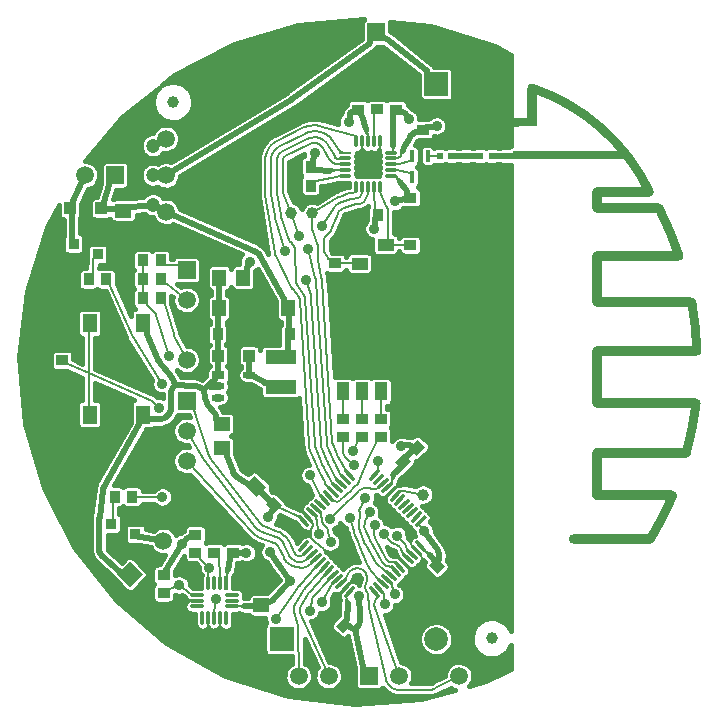
<source format=gtl>
G04 #@! TF.FileFunction,Copper,L1,Top,Signal*
%FSLAX46Y46*%
G04 Gerber Fmt 4.6, Leading zero omitted, Abs format (unit mm)*
G04 Created by KiCad (PCBNEW (after 2015-mar-04 BZR unknown)-product) date 12.05.2015 11:57:38*
%MOMM*%
G01*
G04 APERTURE LIST*
%ADD10C,0.100000*%
%ADD11C,0.800000*%
%ADD12R,2.000000X2.000000*%
%ADD13C,2.000000*%
%ADD14R,0.350000X1.000000*%
%ADD15C,1.500000*%
%ADD16R,1.000760X1.000760*%
%ADD17R,1.100000X0.635000*%
%ADD18O,1.100000X0.635000*%
%ADD19C,0.300000*%
%ADD20R,1.100000X0.280000*%
%ADD21O,1.100000X0.280000*%
%ADD22O,0.280000X1.100000*%
%ADD23R,1.100000X1.100000*%
%ADD24R,1.100000X1.600000*%
%ADD25R,0.914400X0.914400*%
%ADD26C,1.000000*%
%ADD27R,1.500000X1.500000*%
%ADD28R,1.400000X1.000000*%
%ADD29R,1.198880X1.600200*%
%ADD30R,0.299720X1.198880*%
%ADD31O,0.299720X1.198880*%
%ADD32O,1.198880X0.299720*%
%ADD33R,0.900000X1.000000*%
%ADD34R,1.000000X0.900000*%
%ADD35C,1.200000*%
%ADD36R,1.397000X1.143000*%
%ADD37R,1.143000X1.397000*%
%ADD38R,1.016000X0.889000*%
%ADD39R,0.889000X1.016000*%
%ADD40R,0.600000X0.600000*%
%ADD41R,2.600000X1.200000*%
%ADD42O,9.100000X0.800000*%
%ADD43O,0.800000X5.250000*%
%ADD44O,8.330000X0.800000*%
%ADD45O,0.800000X4.430000*%
%ADD46O,7.120000X0.800000*%
%ADD47O,7.330000X0.800000*%
%ADD48O,9.230000X0.800000*%
%ADD49O,8.750000X0.800000*%
%ADD50O,0.800000X4.730000*%
%ADD51O,7.710000X0.800000*%
%ADD52O,5.970000X0.800000*%
%ADD53O,0.800000X2.170000*%
%ADD54O,5.210000X0.800000*%
%ADD55R,9.850000X0.800000*%
%ADD56R,2.020000X0.800000*%
%ADD57O,0.800000X3.640000*%
%ADD58C,0.900000*%
%ADD59C,0.200000*%
%ADD60C,0.500000*%
%ADD61C,0.400000*%
G04 APERTURE END LIST*
D10*
D11*
X160308584Y-94326221D02*
G75*
G02X158444000Y-97951700I-26534584J11354521D01*
G01*
X162294379Y-86493134D02*
G75*
G02X161474000Y-90621700I-28520379J3521434D01*
G01*
X161926308Y-77955078D02*
G75*
G02X162354000Y-82021700I-28152308J-5016622D01*
G01*
X159151412Y-69983650D02*
G75*
G02X160824000Y-73971700I-25377412J-12988050D01*
G01*
X148391391Y-59810559D02*
G75*
G02X158324000Y-68561700I-5417391J-16161141D01*
G01*
D12*
X140283000Y-59481300D03*
D13*
X140283000Y-106481300D03*
D14*
X139552000Y-65568700D03*
X138902000Y-65568700D03*
X138252000Y-65568700D03*
X138252000Y-67368700D03*
X138902000Y-67368700D03*
X139552000Y-67368700D03*
D10*
G36*
X114359786Y-99927454D02*
X115420446Y-100988114D01*
X114359786Y-102048774D01*
X113299126Y-100988114D01*
X114359786Y-99927454D01*
X114359786Y-99927454D01*
G37*
D15*
X117188214Y-98159686D03*
D16*
X121830520Y-82463000D03*
X124431480Y-82463000D03*
X111900480Y-70000000D03*
X109299520Y-70000000D03*
D17*
X121831000Y-84113000D03*
D18*
X121831000Y-85063000D03*
X121831000Y-86013000D03*
X124431000Y-86013000D03*
X124431000Y-84113000D03*
D10*
G36*
X139269945Y-95940810D02*
X139482077Y-96152942D01*
X138633549Y-97001470D01*
X138421417Y-96789338D01*
X139269945Y-95940810D01*
X139269945Y-95940810D01*
G37*
D19*
X138916392Y-95799388D02*
X138279996Y-96435784D01*
X138562839Y-95445835D02*
X137926443Y-96082231D01*
X138209285Y-95092282D02*
X137572889Y-95728678D01*
X137855732Y-94738728D02*
X137219336Y-95375124D01*
X137502179Y-94385175D02*
X136865783Y-95021571D01*
X137148625Y-94031621D02*
X136512229Y-94668017D01*
X136795072Y-93678068D02*
X136158676Y-94314464D01*
X136441518Y-93324515D02*
X135805122Y-93960911D01*
X136087965Y-92970961D02*
X135451569Y-93607357D01*
X135734412Y-92617408D02*
X135098016Y-93253804D01*
X135380858Y-92263855D02*
X134744462Y-92900251D01*
X132623142Y-92263855D02*
X133259538Y-92900251D01*
X132269588Y-92617408D02*
X132905984Y-93253804D01*
X131916035Y-92970961D02*
X132552431Y-93607357D01*
X131562482Y-93324515D02*
X132198878Y-93960911D01*
X131208928Y-93678068D02*
X131845324Y-94314464D01*
X130855375Y-94031621D02*
X131491771Y-94668017D01*
X130501821Y-94385175D02*
X131138217Y-95021571D01*
X130148268Y-94738728D02*
X130784664Y-95375124D01*
X129794715Y-95092282D02*
X130431111Y-95728678D01*
X129441161Y-95445835D02*
X130077557Y-96082231D01*
X129087608Y-95799388D02*
X129724004Y-96435784D01*
X128734055Y-96152942D02*
X129370451Y-96789338D01*
X129370451Y-98274262D02*
X128734055Y-98910658D01*
X129724004Y-98627816D02*
X129087608Y-99264212D01*
X130077557Y-98981369D02*
X129441161Y-99617765D01*
X130431111Y-99334922D02*
X129794715Y-99971318D01*
X130784664Y-99688476D02*
X130148268Y-100324872D01*
X131138217Y-100042029D02*
X130501821Y-100678425D01*
X131491771Y-100395583D02*
X130855375Y-101031979D01*
X131845324Y-100749136D02*
X131208928Y-101385532D01*
X132198878Y-101102689D02*
X131562482Y-101739085D01*
X132552431Y-101456243D02*
X131916035Y-102092639D01*
X132905984Y-101809796D02*
X132269588Y-102446192D01*
X133259538Y-102163349D02*
X132623142Y-102799745D01*
X134744462Y-102163349D02*
X135380858Y-102799745D01*
X135098016Y-101809796D02*
X135734412Y-102446192D01*
X135451569Y-101456243D02*
X136087965Y-102092639D01*
X135805122Y-101102689D02*
X136441518Y-101739085D01*
X136158676Y-100749136D02*
X136795072Y-101385532D01*
X136512229Y-100395583D02*
X137148625Y-101031979D01*
X136865783Y-100042029D02*
X137502179Y-100678425D01*
X137219336Y-99688476D02*
X137855732Y-100324872D01*
X137572889Y-99334922D02*
X138209285Y-99971318D01*
X137926443Y-98981369D02*
X138562839Y-99617765D01*
X138279996Y-98627816D02*
X138916392Y-99264212D01*
X138633549Y-98274262D02*
X139269945Y-98910658D01*
D20*
X132552000Y-65268700D03*
D21*
X132552000Y-65768700D03*
X132552000Y-66268700D03*
X132552000Y-66768700D03*
X132552000Y-67268700D03*
D22*
X133502000Y-68218700D03*
X134002000Y-68218700D03*
X134502000Y-68218700D03*
X135002000Y-68218700D03*
X135502000Y-68218700D03*
D21*
X136452000Y-67268700D03*
X136452000Y-66768700D03*
X136452000Y-66268700D03*
X136452000Y-65768700D03*
X136452000Y-65268700D03*
D22*
X135502000Y-64318700D03*
X135002000Y-64318700D03*
X134502000Y-64318700D03*
X134002000Y-64318700D03*
X133502000Y-64318700D03*
D23*
X133952000Y-65718700D03*
X135052000Y-65718700D03*
X133952000Y-66818700D03*
X135052000Y-66818700D03*
D24*
X132400000Y-80500000D03*
X134000000Y-80500000D03*
X135600000Y-80500000D03*
X132400000Y-85500000D03*
X134000000Y-85500000D03*
X135600000Y-85500000D03*
D25*
X112784000Y-98489000D03*
X112784000Y-96711000D03*
X114816000Y-97600000D03*
X111616000Y-72111000D03*
X111616000Y-73889000D03*
X109584000Y-73000000D03*
D26*
X139177000Y-94226400D03*
X129800000Y-70400000D03*
X128000000Y-70400000D03*
D27*
X126100000Y-109600000D03*
D15*
X128640000Y-109600000D03*
X131180000Y-109600000D03*
D27*
X135200000Y-55100000D03*
D15*
X132660000Y-55100000D03*
D27*
X134600000Y-109600000D03*
D15*
X137140000Y-109600000D03*
X139680000Y-109600000D03*
X142220000Y-109600000D03*
D27*
X119146000Y-75214200D03*
D15*
X119146000Y-77754200D03*
X119146000Y-80294200D03*
X119146000Y-82834200D03*
D27*
X119146000Y-86301100D03*
D15*
X119146000Y-88841100D03*
X119146000Y-91381100D03*
X119146000Y-93921100D03*
D27*
X113086000Y-67200000D03*
D15*
X110546000Y-67200000D03*
D28*
X133802000Y-74668700D03*
X136002000Y-74668700D03*
X136002000Y-73068700D03*
X133802000Y-73068700D03*
D15*
X117400000Y-70300000D03*
X117400000Y-67200000D03*
X117400000Y-64100000D03*
D29*
X110939400Y-79739200D03*
X115460600Y-79739200D03*
X110939400Y-87460800D03*
X115460600Y-87460800D03*
D12*
X127195000Y-106481300D03*
D13*
X127195000Y-59481300D03*
D30*
X122492760Y-101701260D03*
D31*
X121992380Y-101701260D03*
X121492000Y-101701260D03*
X120991620Y-101701260D03*
X120491240Y-101701260D03*
D32*
X119990860Y-102702020D03*
X119990860Y-103202400D03*
X119990860Y-103702780D03*
D31*
X120491240Y-104703540D03*
X120991620Y-104703540D03*
X121492000Y-104703540D03*
X121992380Y-104703540D03*
X122492760Y-104703540D03*
D32*
X122993140Y-103702780D03*
X122993140Y-103202400D03*
X122993140Y-102702020D03*
D33*
X116950000Y-76000000D03*
X115450000Y-76000000D03*
X116950000Y-77600000D03*
X115450000Y-77600000D03*
X116950000Y-74400000D03*
X115450000Y-74400000D03*
D34*
X134000000Y-89350000D03*
X134000000Y-87850000D03*
X132400000Y-89350000D03*
X132400000Y-87850000D03*
X135600000Y-89350000D03*
X135600000Y-87850000D03*
X135302000Y-61618700D03*
X135302000Y-60118700D03*
X108600000Y-82850000D03*
X108600000Y-84350000D03*
X119892000Y-97652400D03*
X119892000Y-99152400D03*
X117200000Y-102550000D03*
X117200000Y-101050000D03*
D35*
X116304500Y-69700000D03*
X116304500Y-67200000D03*
X116304500Y-64700000D03*
D10*
G36*
X125071383Y-94416446D02*
X124083554Y-93428617D01*
X124891777Y-92620394D01*
X125879606Y-93608223D01*
X125071383Y-94416446D01*
X125071383Y-94416446D01*
G37*
G36*
X126508223Y-92979606D02*
X125520394Y-91991777D01*
X126328617Y-91183554D01*
X127316446Y-92171383D01*
X126508223Y-92979606D01*
X126508223Y-92979606D01*
G37*
G36*
X126579086Y-95774234D02*
X125860666Y-95055814D01*
X126489284Y-94427196D01*
X127207704Y-95145616D01*
X126579086Y-95774234D01*
X126579086Y-95774234D01*
G37*
G36*
X127656716Y-94696604D02*
X126938296Y-93978184D01*
X127566914Y-93349566D01*
X128285334Y-94067986D01*
X127656716Y-94696604D01*
X127656716Y-94696604D01*
G37*
G36*
X133152334Y-105267914D02*
X132433914Y-105986334D01*
X131805296Y-105357716D01*
X132523716Y-104639296D01*
X133152334Y-105267914D01*
X133152334Y-105267914D01*
G37*
G36*
X132074704Y-104190284D02*
X131356284Y-104908704D01*
X130727666Y-104280086D01*
X131446086Y-103561666D01*
X132074704Y-104190284D01*
X132074704Y-104190284D01*
G37*
G36*
X140293914Y-99587666D02*
X141012334Y-100306086D01*
X140383716Y-100934704D01*
X139665296Y-100216284D01*
X140293914Y-99587666D01*
X140293914Y-99587666D01*
G37*
G36*
X139216284Y-100665296D02*
X139934704Y-101383716D01*
X139306086Y-102012334D01*
X138587666Y-101293914D01*
X139216284Y-100665296D01*
X139216284Y-100665296D01*
G37*
G36*
X137987666Y-90306086D02*
X138706086Y-89587666D01*
X139334704Y-90216284D01*
X138616284Y-90934704D01*
X137987666Y-90306086D01*
X137987666Y-90306086D01*
G37*
G36*
X139065296Y-91383716D02*
X139783716Y-90665296D01*
X140412334Y-91293914D01*
X139693914Y-92012334D01*
X139065296Y-91383716D01*
X139065296Y-91383716D01*
G37*
G36*
X136787666Y-91506086D02*
X137506086Y-90787666D01*
X138134704Y-91416284D01*
X137416284Y-92134704D01*
X136787666Y-91506086D01*
X136787666Y-91506086D01*
G37*
G36*
X137865296Y-92583716D02*
X138583716Y-91865296D01*
X139212334Y-92493914D01*
X138493914Y-93212334D01*
X137865296Y-92583716D01*
X137865296Y-92583716D01*
G37*
D36*
X125492000Y-103618400D03*
X125492000Y-101586400D03*
D37*
X127747000Y-78463000D03*
X125715000Y-78463000D03*
D38*
X123092000Y-99164400D03*
X123092000Y-97640400D03*
D37*
X121915000Y-78463000D03*
X123947000Y-78463000D03*
D38*
X131702000Y-74630700D03*
X131702000Y-73106700D03*
X138102000Y-73106700D03*
X138102000Y-74630700D03*
D39*
X129664000Y-68068700D03*
X128140000Y-68068700D03*
D38*
X136902000Y-61630700D03*
X136902000Y-60106700D03*
X139174000Y-63333700D03*
X139174000Y-61809700D03*
X138102000Y-69106700D03*
X138102000Y-70630700D03*
D39*
X135336000Y-70571700D03*
X133812000Y-70571700D03*
X129664000Y-66468700D03*
X128140000Y-66468700D03*
D38*
X133702000Y-61630700D03*
X133702000Y-60106700D03*
D36*
X113800000Y-70184000D03*
X113800000Y-72216000D03*
D40*
X142774000Y-65571700D03*
X142774000Y-64571700D03*
D38*
X121492000Y-99164400D03*
X121492000Y-97640400D03*
D40*
X146174000Y-65571700D03*
X146174000Y-64571700D03*
X141574000Y-65571700D03*
X140574000Y-65571700D03*
D41*
X127131000Y-85113000D03*
X127131000Y-82613000D03*
D36*
X122131000Y-90279000D03*
X122131000Y-88247000D03*
D37*
X123947000Y-75863000D03*
X121915000Y-75863000D03*
D40*
X144974000Y-65571700D03*
X143974000Y-65571700D03*
D42*
X158074000Y-86501700D03*
D43*
X153914000Y-84271700D03*
D44*
X157679000Y-90671700D03*
D45*
X153914000Y-92486700D03*
D46*
X157074000Y-94301700D03*
D47*
X155149000Y-98001700D03*
D48*
X158129000Y-82051700D03*
D49*
X157889000Y-77931700D03*
D50*
X153914000Y-75966700D03*
D51*
X157369000Y-74001700D03*
D52*
X156499000Y-69951700D03*
D53*
X153904000Y-69266700D03*
D54*
X156109000Y-68581700D03*
D55*
X151699000Y-65511700D03*
D56*
X147784000Y-62691700D03*
D57*
X148394000Y-61271700D03*
D33*
X114550000Y-94400000D03*
X113050000Y-94400000D03*
X112350000Y-76000000D03*
X110850000Y-76000000D03*
D26*
X145000000Y-106400000D03*
X118000000Y-61000000D03*
D39*
X127893000Y-80663000D03*
X126369000Y-80663000D03*
X121769000Y-80663000D03*
X123293000Y-80663000D03*
D58*
X109400000Y-80800000D03*
X116000000Y-61600000D03*
X146200000Y-108000000D03*
X125000000Y-71800000D03*
X134200000Y-83200000D03*
X114600000Y-91800000D03*
X109400000Y-91800000D03*
X125400000Y-76800000D03*
X129000000Y-57600000D03*
X133800000Y-78600000D03*
X134800000Y-76400000D03*
X131800000Y-76400000D03*
X123200000Y-69800000D03*
X113000000Y-64400000D03*
X107800000Y-73600000D03*
X112200000Y-81600000D03*
X107600000Y-77800000D03*
X106200000Y-87600000D03*
X128400000Y-97400000D03*
X141000000Y-62000000D03*
X144474000Y-64548700D03*
X118200000Y-106400000D03*
X121400000Y-108200000D03*
X143940000Y-109949600D03*
X124800000Y-106600000D03*
X137600000Y-107600000D03*
X106200000Y-81600000D03*
X142800000Y-107400000D03*
X137912400Y-103617800D03*
X141144100Y-104287500D03*
X143800000Y-104800000D03*
X146200000Y-104200000D03*
X137876900Y-101988300D03*
X143450000Y-101150000D03*
X146200000Y-101200000D03*
X138100800Y-97550800D03*
X140490900Y-97343500D03*
X143450000Y-98250000D03*
X146200000Y-98400000D03*
X127800000Y-87000000D03*
X140576000Y-95215000D03*
X143450000Y-95350000D03*
X146200000Y-95400000D03*
X137468700Y-93121200D03*
X143450000Y-92450000D03*
X146200000Y-92400000D03*
X137644500Y-88567900D03*
X140550000Y-89550000D03*
X143450000Y-89550000D03*
X146200000Y-89600000D03*
X137650000Y-86650000D03*
X140550000Y-86650000D03*
X143450000Y-86650000D03*
X146200000Y-86600000D03*
X137650000Y-83750000D03*
X140550000Y-83750000D03*
X143450000Y-83750000D03*
X146200000Y-83800000D03*
X137650000Y-80850000D03*
X140550000Y-80850000D03*
X143450000Y-80850000D03*
X146200000Y-80800000D03*
X137650000Y-77950000D03*
X140550000Y-77950000D03*
X143450000Y-77950000D03*
X146200000Y-78000000D03*
X137719100Y-75713200D03*
X140550000Y-75050000D03*
X143450000Y-75050000D03*
X146200000Y-75000000D03*
X137400000Y-71800000D03*
X140550000Y-72150000D03*
X143450000Y-72150000D03*
X146200000Y-72200000D03*
X139400000Y-71000000D03*
X143400000Y-69200000D03*
X146200000Y-69200000D03*
X129800000Y-61600000D03*
X140600000Y-66800000D03*
X142800000Y-66800000D03*
X146226300Y-66834500D03*
X132200000Y-60200000D03*
X124800000Y-59200000D03*
X142800000Y-63600000D03*
X146200000Y-63600000D03*
X138200000Y-60200000D03*
X136200000Y-58000000D03*
X143450000Y-60550000D03*
X146200000Y-60600000D03*
X138600000Y-55600000D03*
X141400000Y-55400000D03*
X143450000Y-57650000D03*
X144600000Y-66800000D03*
X146200000Y-57600000D03*
X120400000Y-67800000D03*
X123600000Y-66000000D03*
X125400000Y-64000000D03*
X123800000Y-61200000D03*
X119200000Y-64000000D03*
X120600000Y-61800000D03*
X120000000Y-59000000D03*
X122800000Y-57800000D03*
X126000000Y-56400000D03*
X129200000Y-55200000D03*
X123999300Y-91880700D03*
X120593400Y-78913700D03*
X122709100Y-96557900D03*
X128460900Y-69225100D03*
X131975000Y-81938000D03*
X131926400Y-99607400D03*
X136600900Y-99170500D03*
X133590000Y-101320200D03*
X140678200Y-92288000D03*
X140175000Y-102452900D03*
X130508400Y-105191300D03*
X135655400Y-94947700D03*
X127389800Y-89698000D03*
X124143400Y-101356000D03*
X131737000Y-107751900D03*
X106989900Y-84550100D03*
X133600000Y-59000000D03*
X131400000Y-68400000D03*
X139566700Y-68613800D03*
X138912900Y-64507600D03*
X132717400Y-70757300D03*
X118724700Y-103080200D03*
X119691300Y-101577700D03*
X114413700Y-73432100D03*
X124402200Y-85116600D03*
X124506200Y-80195400D03*
X141748900Y-64532100D03*
X116808700Y-86864400D03*
X131333300Y-96270000D03*
X135380500Y-91392200D03*
X128636100Y-72365500D03*
X130582200Y-71503100D03*
X129448200Y-73426000D03*
X129230500Y-76059300D03*
X127447400Y-73617700D03*
X129600000Y-92600000D03*
X133227100Y-90498700D03*
X117110100Y-94440300D03*
X137004400Y-97703200D03*
X133303300Y-91701700D03*
X134285000Y-94544800D03*
X135906500Y-97562100D03*
X117054900Y-84848600D03*
X132955100Y-96185600D03*
X117688900Y-82467600D03*
X134642000Y-95701100D03*
X135065500Y-96797800D03*
X126709800Y-104731200D03*
X129591200Y-104066400D03*
X130586900Y-103354700D03*
X135922900Y-103518400D03*
X121081600Y-100447900D03*
X131336100Y-98237200D03*
X130389200Y-97529400D03*
X118534000Y-101895300D03*
X136775400Y-102673700D03*
X121646100Y-103048700D03*
X127942900Y-101546100D03*
X118796900Y-98380900D03*
X126039500Y-96136800D03*
X126216900Y-99091800D03*
X124217800Y-99157000D03*
X133728900Y-102825400D03*
X139263900Y-97316000D03*
X137344500Y-90148600D03*
X132873500Y-62662500D03*
X124480000Y-74515500D03*
X140320000Y-63014200D03*
X137952100Y-62434100D03*
X136800000Y-69400000D03*
X135016600Y-71717700D03*
X129983500Y-65322700D03*
D59*
X140574000Y-65571700D02*
X140374000Y-65570200D01*
X140374000Y-65570200D02*
X140274000Y-65570200D01*
X140274000Y-65570200D02*
X139727000Y-65570200D01*
X139727000Y-65570200D02*
X139627000Y-65570200D01*
X139627000Y-65570200D02*
X139552000Y-65568700D01*
X121464700Y-105669200D02*
X121146100Y-105594800D01*
X121464700Y-105669200D02*
X121200300Y-105862000D01*
X121032500Y-105389700D02*
X120965100Y-105709900D01*
X121032500Y-105389700D02*
X121231100Y-105649700D01*
X138935300Y-100021800D02*
X138694200Y-100243100D01*
X138935300Y-100021800D02*
X138945600Y-100348900D01*
X128919500Y-95627900D02*
X128808700Y-95319900D01*
X128919500Y-95627900D02*
X128613900Y-95510900D01*
X132117600Y-102693700D02*
X131863000Y-102899300D01*
X132117600Y-102693700D02*
X132107200Y-103020700D01*
X138444200Y-100431500D02*
X138764200Y-100500200D01*
X138444200Y-100431500D02*
X138705200Y-100234000D01*
X134002000Y-64318700D02*
X134002000Y-64728700D01*
X134002000Y-64728700D02*
X134002000Y-65168700D01*
X134002000Y-65168700D02*
X134002000Y-65268700D01*
X134002000Y-65268700D02*
X133952000Y-65718700D01*
X135502000Y-64318700D02*
X135496300Y-65432000D01*
X135496300Y-65432000D02*
X135052000Y-65718700D01*
D60*
X138102000Y-74630700D02*
X137844000Y-74825200D01*
X137844000Y-74825200D02*
X137844000Y-75075200D01*
X137839000Y-75125100D02*
X137841500Y-75112700D01*
X137841500Y-75112700D02*
X137844000Y-75087900D01*
X137844000Y-75087900D02*
X137844000Y-75075200D01*
X137839000Y-75125100D02*
X137719100Y-75713200D01*
D59*
X138902000Y-65568700D02*
X138912900Y-65168700D01*
X138912900Y-65168700D02*
X138912900Y-65068700D01*
X138912900Y-65068700D02*
X138912900Y-64507600D01*
D60*
X127389800Y-89698000D02*
X124663500Y-86013000D01*
X124663500Y-86013000D02*
X124431000Y-86013000D01*
D59*
X119990900Y-103202400D02*
X119541300Y-103202400D01*
X119463600Y-103196300D02*
X119482600Y-103199300D01*
X119482600Y-103199300D02*
X119521800Y-103202400D01*
X119521800Y-103202400D02*
X119541300Y-103202400D01*
X119463600Y-103196300D02*
X118724700Y-103080200D01*
D60*
X131975000Y-81938000D02*
X132998200Y-81848000D01*
X132998200Y-81848000D02*
X133026800Y-81844700D01*
X133026800Y-81844700D02*
X133698000Y-81750100D01*
X133812000Y-70571700D02*
X133617500Y-70757300D01*
X133617500Y-70757300D02*
X133367500Y-70757300D01*
X133367500Y-70757300D02*
X132717400Y-70757300D01*
D59*
X121992400Y-104703500D02*
X121992400Y-105153100D01*
X121591500Y-105643500D02*
X121676200Y-105626300D01*
X121676200Y-105626300D02*
X121824300Y-105537100D01*
X121824300Y-105537100D02*
X121934300Y-105402600D01*
X121934300Y-105402600D02*
X121992400Y-105239800D01*
X121992400Y-105239800D02*
X121992400Y-105153100D01*
X121591500Y-105643500D02*
X121111900Y-105740800D01*
D60*
X126418400Y-92081600D02*
X126328600Y-91537200D01*
X126328600Y-91537200D02*
X126505400Y-91360400D01*
X126505400Y-91360400D02*
X126508200Y-91357500D01*
X126508200Y-91357500D02*
X126520700Y-91344600D01*
X126520700Y-91344600D02*
X126541700Y-91315600D01*
X126541700Y-91315600D02*
X126550000Y-91299700D01*
X126550000Y-91299700D02*
X127389800Y-89698000D01*
X124402200Y-85116600D02*
X124402200Y-86013000D01*
X124402200Y-86013000D02*
X124431000Y-86013000D01*
D59*
X120491200Y-101701300D02*
X120491200Y-101577700D01*
X120491200Y-101577700D02*
X119691300Y-101577700D01*
D60*
X125492000Y-101586400D02*
X125043500Y-101356000D01*
X125043500Y-101356000D02*
X124793500Y-101356000D01*
X124793500Y-101356000D02*
X124143400Y-101356000D01*
D59*
X135655400Y-94947700D02*
X136119500Y-94358600D01*
X136155200Y-94318000D02*
X136146000Y-94327300D01*
X136146000Y-94327300D02*
X136128100Y-94347600D01*
X136128100Y-94347600D02*
X136119500Y-94358600D01*
X136155200Y-94318000D02*
X136158700Y-94314500D01*
X136158700Y-94314500D02*
X136476900Y-93996300D01*
D60*
X133698000Y-81750100D02*
X133700000Y-81301100D01*
X133700000Y-81301100D02*
X133700000Y-81300000D01*
X133700000Y-81300000D02*
X133700000Y-81050000D01*
X133700000Y-81050000D02*
X134000000Y-80500000D01*
X127611800Y-94023100D02*
X127656700Y-94343000D01*
X127656700Y-94343000D02*
X127833500Y-94519800D01*
X127833500Y-94519800D02*
X128667500Y-95370800D01*
X130508400Y-105191300D02*
X131737000Y-107751900D01*
X121492000Y-97640400D02*
X121750000Y-97640400D01*
X121750000Y-97640400D02*
X122000000Y-97640400D01*
X122000000Y-97640400D02*
X122584000Y-97640400D01*
X122584000Y-97640400D02*
X122834000Y-97640400D01*
X122834000Y-97640400D02*
X123092000Y-97640400D01*
D59*
X139552000Y-67368700D02*
X139566700Y-67768700D01*
X139566700Y-67768700D02*
X139566700Y-67868700D01*
X139566700Y-67868700D02*
X139566700Y-68613800D01*
D60*
X133600000Y-59000000D02*
X133600000Y-59662200D01*
X133600000Y-59662200D02*
X133600000Y-59912200D01*
X133600000Y-59912200D02*
X133702000Y-60106700D01*
X123999300Y-91880700D02*
X125497500Y-91742900D01*
X125694300Y-91812200D02*
X125655200Y-91774300D01*
X125655200Y-91774300D02*
X125551900Y-91737800D01*
X125551900Y-91737800D02*
X125497500Y-91742900D01*
X125694300Y-91812200D02*
X125697200Y-91815000D01*
X125697200Y-91815000D02*
X125874000Y-91991800D01*
X125874000Y-91991800D02*
X126418400Y-92081600D01*
X131975000Y-81938000D02*
X132095000Y-81350000D01*
X132095000Y-81350000D02*
X132097500Y-81337600D01*
X132097500Y-81337600D02*
X132100100Y-81312400D01*
X132100100Y-81312400D02*
X132100000Y-81300000D01*
X132100000Y-81300000D02*
X132100000Y-81050000D01*
X132100000Y-81050000D02*
X132400000Y-80500000D01*
D59*
X121111900Y-105740800D02*
X121003900Y-105263500D01*
X120991600Y-105153100D02*
X120991600Y-105181100D01*
X120991600Y-105181100D02*
X120997800Y-105236700D01*
X120997800Y-105236700D02*
X121003900Y-105263500D01*
X120991600Y-105153100D02*
X120991600Y-104703500D01*
D60*
X142774000Y-64571700D02*
X142724000Y-64532100D01*
X142724000Y-64532100D02*
X142474000Y-64532100D01*
X142474000Y-64532100D02*
X141748900Y-64532100D01*
X139261200Y-101338800D02*
X139216300Y-101018900D01*
X139216300Y-101018900D02*
X139039500Y-100842100D01*
X139039500Y-100842100D02*
X139036700Y-100839200D01*
X138989600Y-100770700D02*
X138998500Y-100789700D01*
X138998500Y-100789700D02*
X139022300Y-100824300D01*
X139022300Y-100824300D02*
X139036700Y-100839200D01*
X138989600Y-100770700D02*
X138795700Y-100353600D01*
X146174000Y-64571700D02*
X146200000Y-64521700D01*
X146200000Y-64521700D02*
X146200000Y-64271700D01*
X146200000Y-64271700D02*
X146200000Y-63600000D01*
X131401200Y-104235200D02*
X131250400Y-104449200D01*
X131250400Y-104449200D02*
X131073600Y-104626000D01*
X131073600Y-104626000D02*
X130508400Y-105191300D01*
X133812000Y-70571700D02*
X133807000Y-70829700D01*
X133807000Y-70829700D02*
X133807000Y-71079700D01*
X133807000Y-71079700D02*
X133807000Y-72568700D01*
X133807000Y-72568700D02*
X133807000Y-72818700D01*
X133807000Y-72818700D02*
X133802000Y-73068700D01*
X123947000Y-78463000D02*
X124268500Y-78463000D01*
X124268500Y-78463000D02*
X124518500Y-78463000D01*
X124518500Y-78463000D02*
X125143500Y-78463000D01*
X125143500Y-78463000D02*
X125393500Y-78463000D01*
X125393500Y-78463000D02*
X125715000Y-78463000D01*
X128140000Y-68068700D02*
X128334500Y-68326700D01*
X128334500Y-68326700D02*
X128334500Y-68576700D01*
X128334500Y-68576700D02*
X128334500Y-68589400D01*
X128334500Y-68589400D02*
X128337000Y-68614100D01*
X128337000Y-68614100D02*
X128339500Y-68626400D01*
X128339500Y-68626400D02*
X128460900Y-69225100D01*
X124506200Y-80195400D02*
X124275200Y-79219100D01*
X124268500Y-79161500D02*
X124268500Y-79175900D01*
X124268500Y-79175900D02*
X124271900Y-79205000D01*
X124271900Y-79205000D02*
X124275200Y-79219100D01*
X124268500Y-79161500D02*
X124268500Y-78911500D01*
X124268500Y-78911500D02*
X123947000Y-78463000D01*
D59*
X136600900Y-99170500D02*
X137070000Y-99553500D01*
X137219300Y-99688500D02*
X137184800Y-99653900D01*
X137184800Y-99653900D02*
X137109700Y-99586000D01*
X137109700Y-99586000D02*
X137070000Y-99553500D01*
X137219300Y-99688500D02*
X137537500Y-100006700D01*
D60*
X123092000Y-97640400D02*
X122834000Y-97445900D01*
X122834000Y-97445900D02*
X122834000Y-97195900D01*
X122834000Y-97195900D02*
X122834000Y-97183200D01*
X122834000Y-97183200D02*
X122831500Y-97158500D01*
X122831500Y-97158500D02*
X122829000Y-97146000D01*
X122829000Y-97146000D02*
X122709100Y-96557900D01*
X140175000Y-102452900D02*
X139520200Y-101798200D01*
X139520200Y-101798200D02*
X139343400Y-101621400D01*
X139343400Y-101621400D02*
X139261200Y-101338800D01*
D59*
X138598200Y-98946000D02*
X138916400Y-99264200D01*
X139023700Y-99811800D02*
X139082900Y-99670900D01*
X139082900Y-99670900D02*
X139024100Y-99371800D01*
X139024100Y-99371800D02*
X138916400Y-99264200D01*
X139023700Y-99811800D02*
X138795700Y-100353600D01*
D60*
X125400000Y-64000000D02*
X123600000Y-66000000D01*
X120000000Y-59000000D02*
X120600000Y-61800000D01*
D59*
X132587800Y-102128000D02*
X132906000Y-101809800D01*
X132906000Y-101809800D02*
X132909500Y-101806300D01*
X132972100Y-101754200D02*
X132955700Y-101765700D01*
X132955700Y-101765700D02*
X132924100Y-101792000D01*
X132924100Y-101792000D02*
X132909500Y-101806300D01*
X132972100Y-101754200D02*
X133590000Y-101320200D01*
D60*
X113800000Y-72216000D02*
X113351500Y-72163500D01*
X113351500Y-72163500D02*
X113101500Y-72163500D01*
X113101500Y-72163500D02*
X112073200Y-72163500D01*
X112073200Y-72163500D02*
X111823200Y-72163500D01*
X111823200Y-72163500D02*
X111616000Y-72111000D01*
X127611800Y-94023100D02*
X127566900Y-93703200D01*
X127566900Y-93703200D02*
X127390100Y-93526400D01*
X127390100Y-93526400D02*
X126685000Y-92802800D01*
X126685000Y-92802800D02*
X126508200Y-92626000D01*
X126508200Y-92626000D02*
X126418400Y-92081600D01*
X131401200Y-104235200D02*
X131446100Y-103915300D01*
X131446100Y-103915300D02*
X131622900Y-103738500D01*
X131622900Y-103738500D02*
X131625700Y-103735600D01*
X131625700Y-103735600D02*
X131641200Y-103719600D01*
X131641200Y-103719600D02*
X131666300Y-103682100D01*
X131666300Y-103682100D02*
X131675200Y-103661800D01*
X131675200Y-103661800D02*
X131957300Y-103016000D01*
X138102000Y-70630700D02*
X138360000Y-70825200D01*
X138360000Y-70825200D02*
X138610000Y-70825200D01*
X138665900Y-70831500D02*
X138652300Y-70828400D01*
X138652300Y-70828400D02*
X138624100Y-70825200D01*
X138624100Y-70825200D02*
X138610000Y-70825200D01*
X138665900Y-70831500D02*
X139400000Y-71000000D01*
X106989900Y-84550100D02*
X108100000Y-84550000D01*
X108100000Y-84550000D02*
X108350000Y-84550000D01*
X108350000Y-84550000D02*
X108600000Y-84350000D01*
X139400000Y-71000000D02*
X139890700Y-70539400D01*
X139890700Y-70539400D02*
X140022000Y-70416300D01*
X140022000Y-70416300D02*
X140182600Y-70092300D01*
X140182600Y-70092300D02*
X140219600Y-69732500D01*
X140219600Y-69732500D02*
X140128900Y-69384200D01*
X140128900Y-69384200D02*
X140024900Y-69235700D01*
X140024900Y-69235700D02*
X139706300Y-68781800D01*
X139706300Y-68781800D02*
X139675400Y-68737800D01*
X139675400Y-68737800D02*
X139605200Y-68653200D01*
X139605200Y-68653200D02*
X139567500Y-68614600D01*
X139567500Y-68614600D02*
X139566700Y-68613800D01*
X136902000Y-60106700D02*
X137160000Y-60200000D01*
X137160000Y-60200000D02*
X137410000Y-60200000D01*
X137410000Y-60200000D02*
X138200000Y-60200000D01*
X139680000Y-109600000D02*
X139002500Y-107547400D01*
X139738800Y-91338800D02*
X139871400Y-91481200D01*
X139871400Y-91481200D02*
X140048200Y-91658000D01*
X140048200Y-91658000D02*
X140678200Y-92288000D01*
X133702000Y-60106700D02*
X133960000Y-60112700D01*
X133960000Y-60112700D02*
X134210000Y-60112700D01*
X134210000Y-60112700D02*
X134802000Y-60112700D01*
X134802000Y-60112700D02*
X135052000Y-60112700D01*
X135052000Y-60112700D02*
X135302000Y-60118700D01*
X135600000Y-80500000D02*
X135801000Y-79950000D01*
X135801000Y-79950000D02*
X135801000Y-79700000D01*
X135801000Y-79700000D02*
X135801000Y-75168700D01*
X135801000Y-75168700D02*
X135801000Y-74918700D01*
X135801000Y-74918700D02*
X136002000Y-74668700D01*
X135302000Y-60118700D02*
X135552000Y-60112700D01*
X135552000Y-60112700D02*
X135802000Y-60112700D01*
X135802000Y-60112700D02*
X136394000Y-60112700D01*
X136394000Y-60112700D02*
X136644000Y-60112700D01*
X136644000Y-60112700D02*
X136902000Y-60106700D01*
X139174000Y-61809700D02*
X139432000Y-62000000D01*
X139432000Y-62000000D02*
X139682000Y-62000000D01*
X139682000Y-62000000D02*
X141000000Y-62000000D01*
X128140000Y-66468700D02*
X128140000Y-66726700D01*
X128140000Y-66726700D02*
X128140000Y-66976700D01*
X128140000Y-66976700D02*
X128140000Y-67560700D01*
X128140000Y-67560700D02*
X128140000Y-67810700D01*
X128140000Y-67810700D02*
X128140000Y-68068700D01*
D59*
X129405800Y-96117600D02*
X129087600Y-95799400D01*
X129087600Y-95799400D02*
X129084000Y-95795800D01*
X129084000Y-95795800D02*
X128667500Y-95370800D01*
D60*
X137468700Y-93121200D02*
X137996300Y-92796600D01*
X137996300Y-92796600D02*
X138007800Y-92789500D01*
X138007800Y-92789500D02*
X138029600Y-92772600D01*
X138029600Y-92772600D02*
X138039200Y-92763300D01*
X138039200Y-92763300D02*
X138042100Y-92760500D01*
X138042100Y-92760500D02*
X138218900Y-92583700D01*
X138218900Y-92583700D02*
X138538800Y-92538800D01*
D59*
X138598200Y-98946000D02*
X138280000Y-98627800D01*
X138280000Y-98627800D02*
X138276500Y-98624300D01*
X138134100Y-98296600D02*
X138138300Y-98389100D01*
X138138300Y-98389100D02*
X138211800Y-98558300D01*
X138211800Y-98558300D02*
X138276500Y-98624300D01*
X138134100Y-98296600D02*
X138100800Y-97550800D01*
D60*
X132660000Y-55100000D02*
X129200000Y-55200000D01*
D59*
X136476900Y-93996300D02*
X136795100Y-93678100D01*
X136869500Y-93610800D02*
X136850600Y-93626300D01*
X136850600Y-93626300D02*
X136813000Y-93660200D01*
X136813000Y-93660200D02*
X136795100Y-93678100D01*
X136869500Y-93610800D02*
X137468700Y-93121200D01*
D60*
X146200000Y-63600000D02*
X146556300Y-62968800D01*
X146774000Y-62841700D02*
X146706500Y-62841700D01*
X146706500Y-62841700D02*
X146589600Y-62909900D01*
X146589600Y-62909900D02*
X146556300Y-62968800D01*
X146774000Y-62841700D02*
X147024000Y-62841700D01*
X147024000Y-62841700D02*
X147784000Y-62691700D01*
X126000000Y-56400000D02*
X122800000Y-57800000D01*
D59*
X132587800Y-102128000D02*
X132269600Y-102446200D01*
X132269600Y-102446200D02*
X132266100Y-102449700D01*
X132266100Y-102449700D02*
X132238600Y-102477800D01*
X132238600Y-102477800D02*
X132192900Y-102541900D01*
X132192900Y-102541900D02*
X132175500Y-102577200D01*
X132175500Y-102577200D02*
X131957300Y-103016000D01*
D60*
X114413700Y-73432100D02*
X114257200Y-72852700D01*
X114248500Y-72787500D02*
X114248500Y-72804100D01*
X114248500Y-72804100D02*
X114252800Y-72836600D01*
X114252800Y-72836600D02*
X114257200Y-72852700D01*
X114248500Y-72787500D02*
X114248500Y-72537500D01*
X114248500Y-72537500D02*
X113800000Y-72216000D01*
X124506200Y-80195400D02*
X125887500Y-80402200D01*
X125887500Y-80402200D02*
X125896600Y-80403600D01*
X125896600Y-80403600D02*
X125915300Y-80405000D01*
X125915300Y-80405000D02*
X125924500Y-80405000D01*
X125924500Y-80405000D02*
X126174500Y-80405000D01*
X126174500Y-80405000D02*
X126369000Y-80663000D01*
X119146000Y-93921100D02*
X121193400Y-97059300D01*
X121234000Y-97195900D02*
X121234000Y-97159400D01*
X121234000Y-97159400D02*
X121213300Y-97089900D01*
X121213300Y-97089900D02*
X121193400Y-97059300D01*
X121234000Y-97195900D02*
X121234000Y-97445900D01*
X121234000Y-97445900D02*
X121492000Y-97640400D01*
X138200000Y-60200000D02*
X138875000Y-61228000D01*
X138916000Y-61365200D02*
X138916000Y-61328700D01*
X138916000Y-61328700D02*
X138895000Y-61258400D01*
X138895000Y-61258400D02*
X138875000Y-61228000D01*
X138916000Y-61365200D02*
X138916000Y-61615200D01*
X138916000Y-61615200D02*
X139174000Y-61809700D01*
X120593400Y-78913700D02*
X119146000Y-80294200D01*
X131702000Y-73106700D02*
X131960000Y-73087700D01*
X131960000Y-73087700D02*
X132210000Y-73087700D01*
X132210000Y-73087700D02*
X133102000Y-73087700D01*
X133102000Y-73087700D02*
X133352000Y-73087700D01*
X133352000Y-73087700D02*
X133802000Y-73068700D01*
X144474000Y-64548700D02*
X145874000Y-64548700D01*
X145874000Y-64548700D02*
X146124000Y-64548700D01*
X146124000Y-64548700D02*
X146174000Y-64571700D01*
X133698000Y-81750100D02*
X134202000Y-81841300D01*
X134202000Y-81841300D02*
X134226600Y-81845700D01*
X134226600Y-81845700D02*
X134275400Y-81850100D01*
X134275400Y-81850100D02*
X134300000Y-81850100D01*
X134300000Y-81850100D02*
X134550000Y-81850100D01*
X134550000Y-81850100D02*
X134639100Y-81850100D01*
X134639100Y-81850100D02*
X134809100Y-81793400D01*
X134809100Y-81793400D02*
X134880200Y-81740000D01*
X134880200Y-81740000D02*
X135200100Y-81500000D01*
X135200100Y-81500000D02*
X135247400Y-81464500D01*
X135247400Y-81464500D02*
X135300000Y-81359200D01*
X135300000Y-81359200D02*
X135300000Y-81300000D01*
X135300000Y-81300000D02*
X135300000Y-81050000D01*
X135300000Y-81050000D02*
X135600000Y-80500000D01*
D59*
X138795700Y-100353600D02*
X138317500Y-100459600D01*
X137855700Y-100324900D02*
X137946500Y-100415600D01*
X137946500Y-100415600D02*
X138192200Y-100487200D01*
X138192200Y-100487200D02*
X138317500Y-100459600D01*
X137855700Y-100324900D02*
X137537500Y-100006700D01*
D60*
X123293000Y-80663000D02*
X123487500Y-80405000D01*
X123487500Y-80405000D02*
X123737500Y-80405000D01*
X123737500Y-80405000D02*
X123755000Y-80405000D01*
X123755000Y-80405000D02*
X123789600Y-80400100D01*
X123789600Y-80400100D02*
X123806200Y-80395400D01*
X123806200Y-80395400D02*
X124506200Y-80195400D01*
D61*
X133802000Y-73068700D02*
X134302000Y-73318700D01*
X134302000Y-73318700D02*
X134502000Y-73318700D01*
X134731900Y-73470500D02*
X134702500Y-73401500D01*
X134702500Y-73401500D02*
X134576900Y-73318600D01*
X134576900Y-73318600D02*
X134502000Y-73318700D01*
X134731900Y-73470500D02*
X135072100Y-74266900D01*
X135072100Y-74266900D02*
X135101500Y-74335900D01*
X135101500Y-74335900D02*
X135227100Y-74418800D01*
X135227100Y-74418800D02*
X135302000Y-74418700D01*
X135302000Y-74418700D02*
X135502000Y-74418700D01*
X135502000Y-74418700D02*
X136002000Y-74668700D01*
D60*
X119146000Y-93921100D02*
X117788700Y-95174900D01*
X117465000Y-95375300D02*
X117555000Y-95341100D01*
X117555000Y-95341100D02*
X117718700Y-95239700D01*
X117718700Y-95239700D02*
X117788700Y-95174900D01*
X117465000Y-95375300D02*
X114163600Y-96628500D01*
X114163600Y-96628500D02*
X114024900Y-96681200D01*
X114024900Y-96681200D02*
X113838400Y-96910900D01*
X113838400Y-96910900D02*
X113815300Y-97057700D01*
X113815300Y-97057700D02*
X113784700Y-97253300D01*
X113757000Y-97359400D02*
X113766700Y-97333300D01*
X113766700Y-97333300D02*
X113780500Y-97280300D01*
X113780500Y-97280300D02*
X113784700Y-97253300D01*
X113757000Y-97359400D02*
X113475600Y-98118700D01*
X113241200Y-98281800D02*
X113319600Y-98281800D01*
X113319600Y-98281800D02*
X113448200Y-98192400D01*
X113448200Y-98192400D02*
X113475600Y-98118700D01*
X113241200Y-98281800D02*
X112991200Y-98281800D01*
X112991200Y-98281800D02*
X112784000Y-98489000D01*
X142774000Y-64571700D02*
X142824000Y-64548700D01*
X142824000Y-64548700D02*
X143074000Y-64548700D01*
X143074000Y-64548700D02*
X144474000Y-64548700D01*
X119200000Y-64000000D02*
X123800000Y-61200000D01*
D59*
X129405800Y-96117600D02*
X129724000Y-96435800D01*
X129724000Y-96435800D02*
X129797000Y-96623400D01*
X129784300Y-96984700D02*
X129824500Y-96899800D01*
X129824500Y-96899800D02*
X129831100Y-96711200D01*
X129831100Y-96711200D02*
X129797000Y-96623400D01*
X129784300Y-96984700D02*
X129684300Y-97196500D01*
X129684300Y-97196500D02*
X129648100Y-97273100D01*
X129648100Y-97273100D02*
X129610400Y-97438200D01*
X129610400Y-97438200D02*
X129609600Y-97523700D01*
D60*
X138102000Y-74630700D02*
X137844000Y-74649700D01*
X137844000Y-74649700D02*
X137594000Y-74649700D01*
X137594000Y-74649700D02*
X136702000Y-74649700D01*
X136702000Y-74649700D02*
X136452000Y-74649700D01*
X136452000Y-74649700D02*
X136002000Y-74668700D01*
D59*
X138100800Y-97550800D02*
X135655400Y-94947700D01*
D60*
X126100000Y-109600000D02*
X125600000Y-109100000D01*
X125600000Y-109100000D02*
X125350000Y-109100000D01*
X125192700Y-109044300D02*
X125225900Y-109071200D01*
X125225900Y-109071200D02*
X125306900Y-109100000D01*
X125306900Y-109100000D02*
X125350000Y-109100000D01*
X125192700Y-109044300D02*
X122493900Y-106859500D01*
X123092000Y-97640400D02*
X123350000Y-97834900D01*
X123350000Y-97834900D02*
X123600000Y-97834900D01*
X123696600Y-97854300D02*
X123673600Y-97844700D01*
X123673600Y-97844700D02*
X123625100Y-97834900D01*
X123625100Y-97834900D02*
X123600000Y-97834900D01*
X123696600Y-97854300D02*
X124604300Y-98234600D01*
X125217900Y-99157000D02*
X125217900Y-99009300D01*
X125217900Y-99009300D02*
X125132500Y-98726600D01*
X125132500Y-98726600D02*
X124969100Y-98480500D01*
X124969100Y-98480500D02*
X124740000Y-98291300D01*
X124740000Y-98291300D02*
X124604300Y-98234600D01*
X125217900Y-99157000D02*
X125217900Y-101014900D01*
X125217900Y-101014900D02*
X125217900Y-101264900D01*
X125217900Y-101264900D02*
X125492000Y-101586400D01*
X141000000Y-62000000D02*
X141252700Y-62653400D01*
X141287800Y-62762100D02*
X141280800Y-62735100D01*
X141280800Y-62735100D02*
X141263100Y-62680200D01*
X141263100Y-62680200D02*
X141252700Y-62653400D01*
X141287800Y-62762100D02*
X141748900Y-64532100D01*
D59*
X138902000Y-67368700D02*
X138977000Y-67768700D01*
X138977000Y-67768700D02*
X138977000Y-67868700D01*
X138977000Y-67868700D02*
X138976800Y-67868700D01*
X138976800Y-67868700D02*
X138977000Y-67878300D01*
X138977000Y-67878300D02*
X138977200Y-67886600D01*
X138977200Y-67886600D02*
X138979800Y-67996000D01*
X138979800Y-67996000D02*
X139046800Y-68202900D01*
X139046800Y-68202900D02*
X139170600Y-68383300D01*
X139170600Y-68383300D02*
X139340800Y-68520900D01*
X139340800Y-68520900D02*
X139441400Y-68562200D01*
X139441400Y-68562200D02*
X139566700Y-68613800D01*
D60*
X138538800Y-92538800D02*
X138721200Y-92356400D01*
X138721200Y-92356400D02*
X138898000Y-92179600D01*
X138898000Y-92179600D02*
X139379600Y-91698000D01*
X139379600Y-91698000D02*
X139556400Y-91521200D01*
X139556400Y-91521200D02*
X139738800Y-91338800D01*
X128460900Y-69225100D02*
X130140900Y-69125800D01*
X130140900Y-69125800D02*
X130211300Y-69121700D01*
X130211300Y-69121700D02*
X130346200Y-69077800D01*
X130346200Y-69077800D02*
X130406100Y-69039300D01*
X130406100Y-69039300D02*
X131400000Y-68400000D01*
X118724700Y-103080200D02*
X118851400Y-103820800D01*
X118851400Y-103820800D02*
X118863600Y-103892100D01*
X118863600Y-103892100D02*
X118916100Y-104025600D01*
X118916100Y-104025600D02*
X118955800Y-104086300D01*
X118955800Y-104086300D02*
X119905700Y-105536600D01*
X119905700Y-105536600D02*
X119963000Y-105624200D01*
X119963000Y-105624200D02*
X120124800Y-105758700D01*
X120124800Y-105758700D02*
X120319100Y-105839600D01*
X120319100Y-105839600D02*
X120528500Y-105859900D01*
X120528500Y-105859900D02*
X120631100Y-105838900D01*
X120631100Y-105838900D02*
X121111500Y-105740900D01*
X121111500Y-105740900D02*
X121111900Y-105740800D01*
X113000000Y-64400000D02*
X116933100Y-62886600D01*
X118286200Y-63148700D02*
X118152500Y-63024100D01*
X118152500Y-63024100D02*
X117826800Y-62858400D01*
X117826800Y-62858400D02*
X117468000Y-62788900D01*
X117468000Y-62788900D02*
X117104000Y-62820900D01*
X117104000Y-62820900D02*
X116933100Y-62886600D01*
X118286200Y-63148700D02*
X119200000Y-64000000D01*
X107800000Y-73600000D02*
X107600000Y-77800000D01*
X107600000Y-77800000D02*
X106200000Y-81600000D01*
X106200000Y-81600000D02*
X106989900Y-84550100D01*
X106200000Y-87600000D02*
X106989900Y-84550100D01*
X109400000Y-91800000D02*
X106200000Y-87600000D01*
X118200000Y-106400000D02*
X118724700Y-103080200D01*
X121400000Y-108200000D02*
X122493900Y-106859500D01*
X122493900Y-106859500D02*
X121111900Y-105740800D01*
X124800000Y-106600000D02*
X122493900Y-106859500D01*
X137600000Y-107600000D02*
X139002500Y-107547400D01*
X139002500Y-107547400D02*
X138811000Y-106967100D01*
X138836700Y-105923600D02*
X138740200Y-106173400D01*
X138740200Y-106173400D02*
X138726700Y-106711500D01*
X138726700Y-106711500D02*
X138811000Y-106967100D01*
X138836700Y-105923600D02*
X140175000Y-102452900D01*
X143940000Y-109949600D02*
X142800000Y-107400000D01*
X116000000Y-61600000D02*
X113000000Y-64400000D01*
X123800000Y-61200000D02*
X124800000Y-59200000D01*
X129000000Y-57600000D02*
X129200000Y-55200000D01*
X129800000Y-61600000D02*
X132200000Y-60200000D01*
X132200000Y-60200000D02*
X133702000Y-60106700D01*
X125000000Y-71800000D02*
X123200000Y-69800000D01*
X136200000Y-58000000D02*
X136902000Y-60106700D01*
X138600000Y-55600000D02*
X141400000Y-55400000D01*
X141400000Y-55400000D02*
X143450000Y-57650000D01*
X143450000Y-57650000D02*
X143450000Y-60550000D01*
X143450000Y-57650000D02*
X146200000Y-57600000D01*
X143450000Y-57650000D02*
X146200000Y-60600000D01*
X142800000Y-63600000D02*
X142774000Y-64571700D01*
X143400000Y-69200000D02*
X142800000Y-66800000D01*
X143400000Y-69200000D02*
X144600000Y-66800000D01*
X143400000Y-69200000D02*
X146200000Y-69200000D01*
X143400000Y-69200000D02*
X143450000Y-72150000D01*
X143400000Y-69200000D02*
X139400000Y-71000000D01*
X143400000Y-69200000D02*
X146226300Y-66834500D01*
X143400000Y-69200000D02*
X140600000Y-66800000D01*
X137400000Y-71800000D02*
X138000000Y-71800000D01*
X138000000Y-71800000D02*
X138102000Y-70630700D01*
X143450000Y-75050000D02*
X143450000Y-77950000D01*
X143450000Y-75050000D02*
X146200000Y-75000000D01*
X143450000Y-75050000D02*
X140550000Y-75050000D01*
X143450000Y-75050000D02*
X143450000Y-72150000D01*
X143450000Y-75050000D02*
X146200000Y-78000000D01*
X143450000Y-75050000D02*
X140550000Y-77950000D01*
X143450000Y-75050000D02*
X146200000Y-72200000D01*
X143450000Y-75050000D02*
X140550000Y-72150000D01*
X143450000Y-83750000D02*
X143450000Y-80850000D01*
X143450000Y-83750000D02*
X146200000Y-83800000D01*
X143450000Y-83750000D02*
X140550000Y-83750000D01*
X143450000Y-83750000D02*
X143450000Y-86650000D01*
X143450000Y-83750000D02*
X146200000Y-80800000D01*
X143450000Y-83750000D02*
X140550000Y-80850000D01*
X143450000Y-83750000D02*
X146200000Y-86600000D01*
X143450000Y-83750000D02*
X140550000Y-86650000D01*
X143450000Y-83750000D02*
X142511300Y-81194900D01*
X142511300Y-80505100D02*
X142449900Y-80672300D01*
X142449900Y-80672300D02*
X142450100Y-81028600D01*
X142450100Y-81028600D02*
X142511300Y-81194900D01*
X142511300Y-80505100D02*
X143450000Y-77950000D01*
X137650000Y-83750000D02*
X137650000Y-86650000D01*
X137650000Y-83750000D02*
X140550000Y-83750000D01*
X137650000Y-83750000D02*
X137650000Y-80850000D01*
X137650000Y-83750000D02*
X134200000Y-83200000D01*
X137650000Y-77950000D02*
X136356300Y-79841100D01*
X136150000Y-79950000D02*
X136211900Y-79950000D01*
X136211900Y-79950000D02*
X136321300Y-79892300D01*
X136321300Y-79892300D02*
X136356300Y-79841100D01*
X136150000Y-79950000D02*
X135900000Y-79950000D01*
X135900000Y-79950000D02*
X135600000Y-80500000D01*
X133800000Y-78600000D02*
X135300000Y-79700000D01*
X135300000Y-79700000D02*
X135300000Y-79950000D01*
X135300000Y-79950000D02*
X135600000Y-80500000D01*
X133800000Y-78600000D02*
X134800000Y-76400000D01*
X133800000Y-78600000D02*
X131800000Y-76400000D01*
X125400000Y-76800000D02*
X125715000Y-78463000D01*
X137644500Y-88567900D02*
X137650000Y-86650000D01*
X127800000Y-87000000D02*
X127389800Y-89698000D01*
X143450000Y-92450000D02*
X146200000Y-92400000D01*
X143450000Y-92450000D02*
X143450000Y-89550000D01*
X143450000Y-92450000D02*
X140678200Y-92288000D01*
X143450000Y-92450000D02*
X143450000Y-95350000D01*
X143450000Y-92450000D02*
X146200000Y-89600000D01*
X143450000Y-92450000D02*
X146200000Y-95400000D01*
X143450000Y-92450000D02*
X140550000Y-89550000D01*
X143450000Y-98250000D02*
X143450000Y-101150000D01*
X143450000Y-98250000D02*
X146200000Y-98400000D01*
X143450000Y-98250000D02*
X140490900Y-97343500D01*
X143450000Y-98250000D02*
X146200000Y-101200000D01*
X143800000Y-104800000D02*
X146200000Y-104200000D01*
X143800000Y-104800000D02*
X141144100Y-104287500D01*
X143800000Y-104800000D02*
X143482700Y-105489300D01*
X143482700Y-105489300D02*
X143478900Y-105498100D01*
X143478900Y-105498100D02*
X143278400Y-105982000D01*
X143278400Y-105982000D02*
X143278300Y-105982200D01*
X143278300Y-105982200D02*
X143268500Y-106005900D01*
X143268500Y-106005900D02*
X143262500Y-106021900D01*
X143262500Y-106021900D02*
X142800000Y-107400000D01*
X141144100Y-104287500D02*
X141742400Y-105958900D01*
X139538500Y-107840900D02*
X139744000Y-107953700D01*
X139744000Y-107953700D02*
X140206300Y-108047400D01*
X140206300Y-108047400D02*
X140675500Y-107999300D01*
X140675500Y-107999300D02*
X141109100Y-107813900D01*
X141109100Y-107813900D02*
X141468000Y-107508000D01*
X141468000Y-107508000D02*
X141719700Y-107109100D01*
X141719700Y-107109100D02*
X141841400Y-106653500D01*
X141841400Y-106653500D02*
X141822100Y-106182200D01*
X141822100Y-106182200D02*
X141742400Y-105958900D01*
X139538500Y-107840900D02*
X139002500Y-107547400D01*
X143940000Y-109949600D02*
X146200000Y-108000000D01*
X114600000Y-91800000D02*
X119146000Y-93921100D01*
X109400000Y-80800000D02*
X107600000Y-77800000D01*
D59*
X129609600Y-97523700D02*
X129608400Y-97703700D01*
X129608400Y-97703700D02*
X129762900Y-98027200D01*
X129762900Y-98027200D02*
X129903300Y-98139100D01*
X129903300Y-98139100D02*
X130420500Y-98551200D01*
X130450500Y-98577000D02*
X130443400Y-98570500D01*
X130443400Y-98570500D02*
X130428100Y-98557400D01*
X130428100Y-98557400D02*
X130420500Y-98551200D01*
X130450500Y-98577000D02*
X130759900Y-98862200D01*
X130759900Y-98862200D02*
X130789400Y-98889400D01*
X130789400Y-98889400D02*
X130852000Y-98937100D01*
X130852000Y-98937100D02*
X130886200Y-98958500D01*
X130886200Y-98958500D02*
X131926400Y-99607400D01*
X129609600Y-97523700D02*
X128400000Y-97400000D01*
D60*
X137876900Y-101988300D02*
X139261200Y-101338800D01*
D59*
X138252000Y-65568700D02*
X138177000Y-65968700D01*
X138177000Y-65968700D02*
X138077000Y-65968700D01*
X138077000Y-65968700D02*
X138070200Y-65968700D01*
X138070200Y-65968700D02*
X138056500Y-65970600D01*
X138056500Y-65970600D02*
X138049800Y-65972500D01*
X138049800Y-65972500D02*
X137133700Y-66231100D01*
X136862000Y-66268700D02*
X136930200Y-66268700D01*
X136930200Y-66268700D02*
X137067000Y-66249900D01*
X137067000Y-66249900D02*
X137133700Y-66231100D01*
X136862000Y-66268700D02*
X136452000Y-66268700D01*
X138252000Y-67368700D02*
X138177000Y-66968700D01*
X138177000Y-66968700D02*
X138077000Y-66968700D01*
X138060100Y-66967300D02*
X138064200Y-66968000D01*
X138064200Y-66968000D02*
X138072800Y-66968700D01*
X138072800Y-66968700D02*
X138077000Y-66968700D01*
X138060100Y-66967300D02*
X136946700Y-66775900D01*
X136946700Y-66775900D02*
X136926000Y-66772300D01*
X136926000Y-66772300D02*
X136883400Y-66768700D01*
X136883400Y-66768700D02*
X136862000Y-66768700D01*
X136862000Y-66768700D02*
X136452000Y-66768700D01*
D60*
X114816000Y-97600000D02*
X115023200Y-97807200D01*
X115023200Y-97807200D02*
X115273200Y-97807200D01*
X115319000Y-97811400D02*
X115307800Y-97809300D01*
X115307800Y-97809300D02*
X115284800Y-97807200D01*
X115284800Y-97807200D02*
X115273200Y-97807200D01*
X115319000Y-97811400D02*
X117188200Y-98159700D01*
X116304500Y-69700000D02*
X117400000Y-70300000D01*
X111900500Y-70000000D02*
X112150900Y-69749600D01*
X112150900Y-69749600D02*
X112150900Y-69499600D01*
X112161100Y-69429000D02*
X112156000Y-69446200D01*
X112156000Y-69446200D02*
X112150900Y-69481700D01*
X112150900Y-69481700D02*
X112150900Y-69499600D01*
X112161100Y-69429000D02*
X112575800Y-68020600D01*
X112575800Y-68020600D02*
X112580900Y-68003400D01*
X112580900Y-68003400D02*
X112586000Y-67967900D01*
X112586000Y-67967900D02*
X112586000Y-67950000D01*
X112586000Y-67950000D02*
X112586000Y-67700000D01*
X112586000Y-67700000D02*
X113086000Y-67200000D01*
X127893000Y-80663000D02*
X127820000Y-80405000D01*
X127820000Y-80405000D02*
X127820000Y-80155000D01*
X127820000Y-80155000D02*
X127820000Y-79161500D01*
X127820000Y-79161500D02*
X127820000Y-78911500D01*
X127820000Y-78911500D02*
X127747000Y-78463000D01*
X127747000Y-78463000D02*
X127425500Y-78014500D01*
X127425500Y-78014500D02*
X127425500Y-77764500D01*
X127425500Y-77764500D02*
X127425500Y-77732000D01*
X127425500Y-77732000D02*
X127409100Y-77669700D01*
X127409100Y-77669700D02*
X127393200Y-77641600D01*
X127393200Y-77641600D02*
X125350900Y-74023900D01*
X125350900Y-74023900D02*
X125271300Y-73882900D01*
X125271300Y-73882900D02*
X125031100Y-73665400D01*
X125031100Y-73665400D02*
X124883600Y-73600400D01*
X124883600Y-73600400D02*
X117400000Y-70300000D01*
X111900500Y-70000000D02*
X112150900Y-70092000D01*
X112150900Y-70092000D02*
X112400900Y-70092000D01*
X112400900Y-70092000D02*
X113101500Y-70092000D01*
X113101500Y-70092000D02*
X113351500Y-70092000D01*
X113351500Y-70092000D02*
X113800000Y-70184000D01*
X113800000Y-70184000D02*
X114248500Y-69862500D01*
X114248500Y-69862500D02*
X114498500Y-69862500D01*
X114498500Y-69862500D02*
X114504200Y-69862500D01*
X114504200Y-69862500D02*
X114515500Y-69862000D01*
X114515500Y-69862000D02*
X114521000Y-69861500D01*
X114521000Y-69861500D02*
X116304500Y-69700000D01*
X127131000Y-82613000D02*
X127698500Y-82263000D01*
X127698500Y-82263000D02*
X127698500Y-82013000D01*
X127698500Y-82013000D02*
X127698500Y-81171000D01*
X127698500Y-81171000D02*
X127698500Y-80921000D01*
X127698500Y-80921000D02*
X127893000Y-80663000D01*
X121831000Y-85063000D02*
X121598500Y-85063000D01*
X121598500Y-85063000D02*
X121356600Y-85090700D01*
X120956800Y-85010600D02*
X121047600Y-85061400D01*
X121047600Y-85061400D02*
X121252800Y-85102600D01*
X121252800Y-85102600D02*
X121356600Y-85090700D01*
X120956800Y-85010600D02*
X120956000Y-85010100D01*
X121830500Y-82463000D02*
X121799700Y-82212600D01*
X121799700Y-82212600D02*
X121799700Y-81962600D01*
X121799700Y-81962600D02*
X121799700Y-81171000D01*
X121799700Y-81171000D02*
X121799700Y-80921000D01*
X121799700Y-80921000D02*
X121769000Y-80663000D01*
X122131000Y-88247000D02*
X121682500Y-87925500D01*
X121682500Y-87925500D02*
X121682500Y-87675500D01*
X121682500Y-87675500D02*
X121682500Y-87635500D01*
X121682500Y-87635500D02*
X121657700Y-87559800D01*
X121657700Y-87559800D02*
X121634000Y-87527600D01*
X121634000Y-87527600D02*
X120899100Y-86526400D01*
X120740700Y-86142900D02*
X120756400Y-86246700D01*
X120756400Y-86246700D02*
X120837200Y-86442200D01*
X120837200Y-86442200D02*
X120899100Y-86526400D01*
X120740700Y-86142900D02*
X120610900Y-85285700D01*
X115460600Y-79739200D02*
X115810000Y-80289300D01*
X115810000Y-80289300D02*
X115810000Y-80539300D01*
X115810000Y-80539300D02*
X115810000Y-80564300D01*
X115810000Y-80564300D02*
X115820000Y-80613600D01*
X115820000Y-80613600D02*
X115829700Y-80636600D01*
X115829700Y-80636600D02*
X116767600Y-82856800D01*
X116767600Y-82856800D02*
X116795500Y-82922800D01*
X116795500Y-82922800D02*
X116869500Y-83045600D01*
X116869500Y-83045600D02*
X116915600Y-83101900D01*
X116915600Y-83101900D02*
X117828200Y-84214300D01*
X117963600Y-84430900D02*
X117936600Y-84372200D01*
X117936600Y-84372200D02*
X117868900Y-84264000D01*
X117868900Y-84264000D02*
X117828200Y-84214300D01*
X117963600Y-84430900D02*
X118184100Y-84910600D01*
X120956000Y-85010100D02*
X121317300Y-84716700D01*
X121329700Y-84707000D02*
X121317300Y-84716700D01*
X121329700Y-84707000D02*
X121431600Y-84630000D01*
X121431600Y-84630000D02*
X121478400Y-84594700D01*
X121478400Y-84594700D02*
X121530900Y-84489400D01*
X121530900Y-84489400D02*
X121531000Y-84430500D01*
X121531000Y-84430500D02*
X121531000Y-84180500D01*
X121531000Y-84180500D02*
X121831000Y-84113000D01*
X120610900Y-85285700D02*
X120956000Y-85010100D01*
X121831000Y-84113000D02*
X121830700Y-84045500D01*
X121830700Y-84045500D02*
X121830700Y-83795500D01*
X121830700Y-83795500D02*
X121830700Y-82963400D01*
X121830700Y-82963400D02*
X121830700Y-82713400D01*
X121830700Y-82713400D02*
X121830500Y-82463000D01*
X121769000Y-80663000D02*
X121842000Y-80405000D01*
X121842000Y-80405000D02*
X121842000Y-80155000D01*
X121842000Y-80155000D02*
X121842000Y-79161500D01*
X121842000Y-79161500D02*
X121842000Y-78911500D01*
X121842000Y-78911500D02*
X121915000Y-78463000D01*
X121915000Y-78463000D02*
X121915000Y-78014500D01*
X121915000Y-78014500D02*
X121915000Y-77764500D01*
X121915000Y-77764500D02*
X121915000Y-76561500D01*
X121915000Y-76561500D02*
X121915000Y-76311500D01*
X121915000Y-76311500D02*
X121915000Y-75863000D01*
X120610900Y-85285700D02*
X119981000Y-85038900D01*
X119981000Y-85038900D02*
X119940700Y-85023100D01*
X119940700Y-85023100D02*
X119855200Y-85004300D01*
X119855200Y-85004300D02*
X119811100Y-85001900D01*
X119811100Y-85001900D02*
X118184100Y-84910600D01*
X118184100Y-84910600D02*
X117953600Y-85255600D01*
X117953600Y-85255600D02*
X117923600Y-85300500D01*
X117923600Y-85300500D02*
X117882600Y-85401500D01*
X117882600Y-85401500D02*
X117872800Y-85454800D01*
X117872800Y-85454800D02*
X117855000Y-85551500D01*
X117855000Y-85551500D02*
X117851200Y-85572300D01*
X117851200Y-85572300D02*
X117846800Y-85613400D01*
X117846800Y-85613400D02*
X117846100Y-85634600D01*
X117846100Y-85634600D02*
X117808400Y-86894400D01*
X116808700Y-87864500D02*
X117003100Y-87864600D01*
X117003100Y-87864600D02*
X117365100Y-87718000D01*
X117365100Y-87718000D02*
X117645400Y-87445900D01*
X117645400Y-87445900D02*
X117802300Y-87090100D01*
X117802300Y-87090100D02*
X117808400Y-86894400D01*
X116808700Y-87864500D02*
X116060000Y-87864500D01*
X116060000Y-87864500D02*
X115810000Y-87864500D01*
X115810000Y-87864500D02*
X115460600Y-87460800D01*
X115460600Y-87460800D02*
X115111200Y-88010900D01*
X115111200Y-88010900D02*
X115111200Y-88260900D01*
X115079000Y-88383700D02*
X115094900Y-88355400D01*
X115094900Y-88355400D02*
X115111300Y-88293000D01*
X115111300Y-88293000D02*
X115111200Y-88260900D01*
X115079000Y-88383700D02*
X112120800Y-93629800D01*
X112120800Y-93629800D02*
X112093800Y-93677600D01*
X112093800Y-93677600D02*
X112059900Y-93782100D01*
X112059900Y-93782100D02*
X112053600Y-93836600D01*
X112053600Y-93836600D02*
X111780400Y-96190400D01*
X111780400Y-96190400D02*
X111778500Y-96206600D01*
X111778500Y-96206600D02*
X111776700Y-96238300D01*
X111776700Y-96238300D02*
X111776700Y-96253800D01*
X111776700Y-96253800D02*
X111776700Y-98946200D01*
X111776700Y-98946200D02*
X111776600Y-99058100D01*
X111776600Y-99058100D02*
X111864600Y-99265000D01*
X111864600Y-99265000D02*
X111945900Y-99343100D01*
X111945900Y-99343100D02*
X113472300Y-100807600D01*
X113472300Y-100807600D02*
X113475000Y-100810300D01*
X113475000Y-100810300D02*
X113476000Y-100811300D01*
X113476000Y-100811300D02*
X113652800Y-100988100D01*
X113652800Y-100988100D02*
X114359800Y-100988100D01*
D59*
X131702000Y-74630700D02*
X132110000Y-74649700D01*
X132110000Y-74649700D02*
X132210000Y-74649700D01*
X132210000Y-74649700D02*
X133102000Y-74649700D01*
X133102000Y-74649700D02*
X133202000Y-74649700D01*
X133202000Y-74649700D02*
X133802000Y-74668700D01*
X131702000Y-74630700D02*
X131294000Y-74286200D01*
X131294000Y-74286200D02*
X131194000Y-74286200D01*
X131105900Y-74233500D02*
X131118900Y-74257800D01*
X131118900Y-74257800D02*
X131166300Y-74286200D01*
X131166300Y-74286200D02*
X131194000Y-74286200D01*
X131105900Y-74233500D02*
X130841400Y-73740300D01*
X130794900Y-73522600D02*
X130790900Y-73579400D01*
X130790900Y-73579400D02*
X130814500Y-73690100D01*
X130814500Y-73690100D02*
X130841400Y-73740300D01*
X130794900Y-73522600D02*
X130795000Y-73522600D01*
X130795000Y-73522600D02*
X130797000Y-73494400D01*
X130797000Y-73494400D02*
X130798700Y-73440200D01*
X130798700Y-73440200D02*
X130798300Y-73414000D01*
X130798300Y-73414000D02*
X130793900Y-72915800D01*
X130793900Y-72915800D02*
X130793900Y-72912200D01*
X130793900Y-72912200D02*
X130793900Y-72662200D01*
X130909600Y-72380800D02*
X130853900Y-72437100D01*
X130853900Y-72437100D02*
X130793900Y-72583000D01*
X130793900Y-72583000D02*
X130793900Y-72662200D01*
X130909600Y-72380800D02*
X131186400Y-72101100D01*
X131186400Y-72101100D02*
X131246100Y-72040800D01*
X131246100Y-72040800D02*
X131338500Y-71900300D01*
X131338500Y-71900300D02*
X131370400Y-71821600D01*
X131370400Y-71821600D02*
X131929200Y-70438800D01*
X132446200Y-69951600D02*
X132270400Y-70010600D01*
X132270400Y-70010600D02*
X131999300Y-70265700D01*
X131999300Y-70265700D02*
X131929200Y-70438800D01*
X132446200Y-69951600D02*
X133239900Y-69684500D01*
X133309200Y-69667900D02*
X133291200Y-69670600D01*
X133291200Y-69670600D02*
X133256600Y-69678900D01*
X133256600Y-69678900D02*
X133239900Y-69684500D01*
X133309200Y-69667900D02*
X133647700Y-69618000D01*
X133647700Y-69618000D02*
X133825700Y-69591800D01*
X133825700Y-69591800D02*
X134141100Y-69418600D01*
X134141100Y-69418600D02*
X134376300Y-69146200D01*
X134376300Y-69146200D02*
X134501900Y-68809000D01*
X134501900Y-68809000D02*
X134502000Y-68628700D01*
X134502000Y-68628700D02*
X134502000Y-68218700D01*
X138102000Y-73106700D02*
X137694000Y-73087700D01*
X137694000Y-73087700D02*
X137594000Y-73087700D01*
X137594000Y-73087700D02*
X136702000Y-73087700D01*
X136702000Y-73087700D02*
X136602000Y-73087700D01*
X136602000Y-73087700D02*
X136002000Y-73068700D01*
X136002000Y-73068700D02*
X136180600Y-72668700D01*
X136180600Y-72668700D02*
X136180600Y-72568700D01*
X136180600Y-72568700D02*
X136180600Y-70313700D01*
X136180600Y-70313700D02*
X136179700Y-70286800D01*
X136179700Y-70286800D02*
X136162900Y-70037900D01*
X136162900Y-70037900D02*
X136159600Y-69988900D01*
X136159600Y-69988900D02*
X136128500Y-69895800D01*
X136128500Y-69895800D02*
X136101800Y-69854600D01*
X136101800Y-69854600D02*
X136101600Y-69854700D01*
X136049700Y-69762500D02*
X136061100Y-69786100D01*
X136061100Y-69786100D02*
X136087500Y-69833000D01*
X136087500Y-69833000D02*
X136101600Y-69854700D01*
X136049700Y-69762500D02*
X135502000Y-68628700D01*
X135502000Y-68628700D02*
X135502000Y-68218700D01*
X129664000Y-68068700D02*
X130008500Y-67660700D01*
X130008500Y-67660700D02*
X130108500Y-67660700D01*
X130108500Y-67660700D02*
X130112900Y-67660700D01*
X130112900Y-67660700D02*
X130121400Y-67660000D01*
X130121400Y-67660000D02*
X130125600Y-67659200D01*
X130125600Y-67659200D02*
X131418100Y-67435000D01*
X131418100Y-67435000D02*
X131453400Y-67427900D01*
X131453400Y-67427900D02*
X132142000Y-67268700D01*
X132142000Y-67268700D02*
X132552000Y-67268700D01*
D60*
X124431500Y-82463000D02*
X124431200Y-82713400D01*
X124431200Y-82713400D02*
X124431200Y-82963400D01*
X124431200Y-82963400D02*
X124431200Y-84113000D01*
X124431200Y-84113000D02*
X124431000Y-84113000D01*
X124431000Y-84113000D02*
X124663500Y-84113000D01*
X124663500Y-84113000D02*
X124901300Y-84249900D01*
X124914300Y-84257600D02*
X124901300Y-84249900D01*
X124914300Y-84257600D02*
X125703000Y-84727700D01*
X125703000Y-84727700D02*
X125732000Y-84745000D01*
X125732000Y-84745000D02*
X125797200Y-84763000D01*
X125797200Y-84763000D02*
X125831000Y-84763000D01*
X125831000Y-84763000D02*
X126081000Y-84763000D01*
X126081000Y-84763000D02*
X127131000Y-85113000D01*
X110546000Y-67200000D02*
X109571400Y-69398300D01*
X109571400Y-69398300D02*
X109560800Y-69422300D01*
X109560800Y-69422300D02*
X109550000Y-69473300D01*
X109550000Y-69473300D02*
X109549900Y-69499600D01*
X109549900Y-69499600D02*
X109549900Y-69749600D01*
X109549900Y-69749600D02*
X109299500Y-70000000D01*
X109299500Y-70000000D02*
X109441700Y-70250400D01*
X109441700Y-70250400D02*
X109441700Y-70500400D01*
X109441700Y-70500400D02*
X109441700Y-72542800D01*
X109441700Y-72542800D02*
X109441700Y-72792800D01*
X109441700Y-72792800D02*
X109584000Y-73000000D01*
D59*
X136830400Y-94349800D02*
X137148600Y-94031600D01*
X137148600Y-94031600D02*
X137263700Y-93966100D01*
X137596200Y-93912200D02*
X137511100Y-93895300D01*
X137511100Y-93895300D02*
X137338900Y-93923200D01*
X137338900Y-93923200D02*
X137263700Y-93966100D01*
X137596200Y-93912200D02*
X139177000Y-94226400D01*
X110939400Y-79739200D02*
X110887600Y-80439300D01*
X110887600Y-80439300D02*
X110887600Y-80539300D01*
X110887600Y-80539300D02*
X110887600Y-83976800D01*
X108600000Y-82850000D02*
X109000000Y-83200000D01*
X109000000Y-83200000D02*
X109100000Y-83200000D01*
X109140300Y-83208500D02*
X109130800Y-83204300D01*
X109130800Y-83204300D02*
X109110500Y-83200000D01*
X109110500Y-83200000D02*
X109100000Y-83200000D01*
X109140300Y-83208500D02*
X110887600Y-83976800D01*
X110887600Y-83976800D02*
X110887600Y-86660700D01*
X110887600Y-86660700D02*
X110887600Y-86760700D01*
X110887600Y-86760700D02*
X110939400Y-87460800D01*
X116808700Y-86864400D02*
X116349100Y-86384100D01*
X116349100Y-86384100D02*
X116321500Y-86355200D01*
X116321500Y-86355200D02*
X116256000Y-86309600D01*
X116256000Y-86309600D02*
X116219500Y-86293700D01*
X116219500Y-86293700D02*
X110887600Y-83976800D01*
X131333300Y-96270000D02*
X132575200Y-95069600D01*
X132575200Y-95069600D02*
X132587900Y-95057100D01*
X132587900Y-95057100D02*
X133295000Y-94350000D01*
X133295000Y-94350000D02*
X133306100Y-94338800D01*
X133306100Y-94338800D02*
X133654300Y-93980000D01*
X133654300Y-93980000D02*
X133666800Y-93966800D01*
X133666800Y-93966800D02*
X133667500Y-93966100D01*
X134346200Y-93700700D02*
X134154500Y-93687000D01*
X134154500Y-93687000D02*
X133797900Y-93826700D01*
X133797900Y-93826700D02*
X133667500Y-93966100D01*
X134346200Y-93700700D02*
X135061800Y-93752600D01*
X135061800Y-93752600D02*
X135170600Y-93760500D01*
X135170600Y-93760500D02*
X135374900Y-93684300D01*
X135374900Y-93684300D02*
X135451600Y-93607400D01*
X135451600Y-93607400D02*
X135769800Y-93289200D01*
X128000000Y-70400000D02*
X128636100Y-72365500D01*
X135380500Y-91392200D02*
X135380900Y-92263900D01*
X135380900Y-92263900D02*
X135062700Y-92582100D01*
X128000000Y-70400000D02*
X127324500Y-68726500D01*
X127295400Y-68576700D02*
X127295400Y-68615200D01*
X127295400Y-68615200D02*
X127310100Y-68690900D01*
X127310100Y-68690900D02*
X127324500Y-68726500D01*
X127295400Y-68576700D02*
X127295400Y-65960700D01*
X127517000Y-65602600D02*
X127415000Y-65653500D01*
X127415000Y-65653500D02*
X127295400Y-65846700D01*
X127295400Y-65846700D02*
X127295400Y-65960700D01*
X127517000Y-65602600D02*
X129604200Y-64561900D01*
X130723800Y-64904700D02*
X130643300Y-64762200D01*
X130643300Y-64762200D02*
X130389300Y-64558000D01*
X130389300Y-64558000D02*
X130076200Y-64462000D01*
X130076200Y-64462000D02*
X129750000Y-64489100D01*
X129750000Y-64489100D02*
X129604200Y-64561900D01*
X130723800Y-64904700D02*
X131248500Y-65834100D01*
X131248500Y-65834100D02*
X131307600Y-65938600D01*
X131307600Y-65938600D02*
X131476900Y-66106800D01*
X131476900Y-66106800D02*
X131686800Y-66223400D01*
X131686800Y-66223400D02*
X131920500Y-66278400D01*
X131920500Y-66278400D02*
X132039800Y-66273200D01*
X132039800Y-66273200D02*
X132142000Y-66268700D01*
X132142000Y-66268700D02*
X132552000Y-66268700D01*
X133502000Y-68218700D02*
X133502000Y-68628700D01*
X133502000Y-68628700D02*
X133164300Y-68678200D01*
X133164300Y-68678200D02*
X133101400Y-68687500D01*
X133101400Y-68687500D02*
X132980100Y-68716600D01*
X132980100Y-68716600D02*
X132920800Y-68736500D01*
X132920800Y-68736500D02*
X132127200Y-69003700D01*
X132127200Y-69003700D02*
X132023000Y-69038800D01*
X132023000Y-69038800D02*
X131827300Y-69131600D01*
X131827300Y-69131600D02*
X131736000Y-69188700D01*
X131736000Y-69188700D02*
X129800000Y-70400000D01*
X132941300Y-92582100D02*
X133259500Y-92900300D01*
X133259500Y-92900300D02*
X132702400Y-92297600D01*
X132702400Y-92297600D02*
X132688100Y-92282300D01*
X132557100Y-92100000D02*
X132583500Y-92149600D01*
X132583500Y-92149600D02*
X132649100Y-92240800D01*
X132649100Y-92240800D02*
X132688100Y-92282300D01*
X132557100Y-92100000D02*
X132109000Y-91260700D01*
X132109000Y-91260700D02*
X132064800Y-91181000D01*
X132064800Y-91181000D02*
X132059100Y-91171100D01*
X131987000Y-91026400D02*
X132002600Y-91063200D01*
X132002600Y-91063200D02*
X132039400Y-91136900D01*
X132039400Y-91136900D02*
X132059100Y-91171100D01*
X131987000Y-91026400D02*
X131531800Y-89956600D01*
X131500700Y-89825700D02*
X131502800Y-89859200D01*
X131502800Y-89859200D02*
X131518500Y-89925300D01*
X131518500Y-89925300D02*
X131531800Y-89956600D01*
X131500700Y-89825700D02*
X130714000Y-77610200D01*
X130714000Y-77610200D02*
X130710700Y-77565400D01*
X130710700Y-77565400D02*
X130576000Y-75947300D01*
X130576000Y-75947300D02*
X130573700Y-75919100D01*
X130573700Y-75919100D02*
X130566300Y-75860700D01*
X130566300Y-75860700D02*
X130561500Y-75832400D01*
X130561500Y-75832400D02*
X130306600Y-74337500D01*
X130293800Y-74186200D02*
X130293800Y-74223900D01*
X130293800Y-74223900D02*
X130300300Y-74300700D01*
X130300300Y-74300700D02*
X130306600Y-74337500D01*
X130293800Y-74186200D02*
X130293800Y-73551200D01*
X130296100Y-73486800D02*
X130295000Y-73502500D01*
X130295000Y-73502500D02*
X130293800Y-73535400D01*
X130293800Y-73535400D02*
X130293800Y-73551200D01*
X130296100Y-73486800D02*
X130302300Y-73400700D01*
X130302300Y-73400700D02*
X130279700Y-73229500D01*
X130279700Y-73229500D02*
X130251600Y-73148200D01*
X130251600Y-73148200D02*
X129778800Y-71780900D01*
X129733800Y-71449600D02*
X129728500Y-71534300D01*
X129728500Y-71534300D02*
X129751200Y-71701000D01*
X129751200Y-71701000D02*
X129778800Y-71780900D01*
X129733800Y-71449600D02*
X129800000Y-70400000D01*
X132587800Y-92935600D02*
X132269600Y-92617400D01*
X132269600Y-92617400D02*
X132266100Y-92613900D01*
X132177900Y-92491300D02*
X132195000Y-92524800D01*
X132195000Y-92524800D02*
X132239400Y-92586500D01*
X132239400Y-92586500D02*
X132266100Y-92613900D01*
X132177900Y-92491300D02*
X131688700Y-91533300D01*
X131688700Y-91533300D02*
X131632500Y-91429800D01*
X131632500Y-91429800D02*
X131626900Y-91420000D01*
X131528800Y-91223500D02*
X131550300Y-91273900D01*
X131550300Y-91273900D02*
X131599200Y-91372000D01*
X131599200Y-91372000D02*
X131626900Y-91420000D01*
X131528800Y-91223500D02*
X131072100Y-90153400D01*
X131001700Y-89857900D02*
X131006700Y-89934900D01*
X131006700Y-89934900D02*
X131042200Y-90083500D01*
X131042200Y-90083500D02*
X131072100Y-90153400D01*
X131001700Y-89857900D02*
X130215000Y-77642400D01*
X130215000Y-77642400D02*
X130212400Y-77606900D01*
X130212400Y-77606900D02*
X130077700Y-75988800D01*
X130077700Y-75988800D02*
X130074900Y-75954800D01*
X130074900Y-75954800D02*
X130063500Y-75885900D01*
X130063500Y-75885900D02*
X130055200Y-75853000D01*
X130055200Y-75853000D02*
X129448200Y-73426000D01*
X130582200Y-71503100D02*
X131599200Y-70000500D01*
X132286700Y-69477600D02*
X132077100Y-69548000D01*
X132077100Y-69548000D02*
X131723200Y-69817200D01*
X131723200Y-69817200D02*
X131599200Y-70000500D01*
X132286700Y-69477600D02*
X133080400Y-69210500D01*
X133236600Y-69173100D02*
X133196200Y-69179100D01*
X133196200Y-69179100D02*
X133118200Y-69197800D01*
X133118200Y-69197800D02*
X133080400Y-69210500D01*
X133236600Y-69173100D02*
X133574700Y-69123400D01*
X133574700Y-69123400D02*
X133663700Y-69110300D01*
X133663700Y-69110300D02*
X133821500Y-69023800D01*
X133821500Y-69023800D02*
X133939100Y-68887600D01*
X133939100Y-68887600D02*
X134002000Y-68719000D01*
X134002000Y-68719000D02*
X134002000Y-68628700D01*
X134002000Y-68628700D02*
X134002000Y-68218700D01*
X129230500Y-76059300D02*
X129648300Y-77325800D01*
X129715900Y-77674500D02*
X129710300Y-77586600D01*
X129710300Y-77586600D02*
X129676400Y-77411200D01*
X129676400Y-77411200D02*
X129648300Y-77325800D01*
X129715900Y-77674500D02*
X130502600Y-89890000D01*
X130502600Y-89890000D02*
X130510400Y-90009800D01*
X130510400Y-90009800D02*
X130565600Y-90240900D01*
X130565600Y-90240900D02*
X130612700Y-90351100D01*
X130612700Y-90351100D02*
X131071100Y-91421800D01*
X131071100Y-91421800D02*
X131098500Y-91485800D01*
X131098500Y-91485800D02*
X131160800Y-91610300D01*
X131160800Y-91610300D02*
X131194600Y-91668900D01*
X131194600Y-91668900D02*
X131200200Y-91678700D01*
X131245500Y-91762200D02*
X131200200Y-91678700D01*
X131245500Y-91762200D02*
X131732000Y-92717600D01*
X131732000Y-92717600D02*
X131767700Y-92787700D01*
X131767700Y-92787700D02*
X131860200Y-92915100D01*
X131860200Y-92915100D02*
X131916000Y-92971000D01*
X131916000Y-92971000D02*
X132234200Y-93289200D01*
X132552000Y-65268700D02*
X132102000Y-65228700D01*
X132102000Y-65228700D02*
X132102000Y-65128700D01*
X132102000Y-65128700D02*
X132102000Y-65112900D01*
X132102000Y-65112900D02*
X132092300Y-65082900D01*
X132092300Y-65082900D02*
X132083100Y-65070200D01*
X132083100Y-65070200D02*
X131483900Y-64239900D01*
X131483900Y-64239900D02*
X131291000Y-63972700D01*
X131291000Y-63972700D02*
X130744400Y-63604300D01*
X130744400Y-63604300D02*
X130107500Y-63447400D01*
X130107500Y-63447400D02*
X129452300Y-63520000D01*
X129452300Y-63520000D02*
X129157900Y-63666800D01*
X129157900Y-63666800D02*
X127070700Y-64707500D01*
X127070700Y-64707500D02*
X126896700Y-64794100D01*
X126896700Y-64794100D02*
X126607700Y-65057600D01*
X126607700Y-65057600D02*
X126401900Y-65390100D01*
X126401900Y-65390100D02*
X126295100Y-65766400D01*
X126295100Y-65766400D02*
X126295200Y-65960700D01*
X126295200Y-65960700D02*
X126295200Y-68576700D01*
X126295200Y-68576700D02*
X126295200Y-68635400D01*
X126295200Y-68635400D02*
X126304700Y-68749900D01*
X126304700Y-68749900D02*
X126314300Y-68807400D01*
X126314300Y-68807400D02*
X126618900Y-70630700D01*
X126618900Y-70630700D02*
X126624900Y-70666900D01*
X126624900Y-70666900D02*
X126641400Y-70740800D01*
X126641400Y-70740800D02*
X126651700Y-70777800D01*
X126651700Y-70777800D02*
X127447400Y-73617700D01*
X132552000Y-65768700D02*
X132142000Y-65768700D01*
X132142000Y-65768700D02*
X132122800Y-65768700D01*
X132122800Y-65768700D02*
X132084500Y-65771600D01*
X132084500Y-65771600D02*
X132065100Y-65774700D01*
X132065100Y-65774700D02*
X132059100Y-65775600D01*
X131677600Y-65589400D02*
X131734200Y-65691100D01*
X131734200Y-65691100D02*
X131943900Y-65793600D01*
X131943900Y-65793600D02*
X132059100Y-65775600D01*
X131677600Y-65589400D02*
X131163000Y-64665600D01*
X131163000Y-64665600D02*
X131036500Y-64438400D01*
X131036500Y-64438400D02*
X130630700Y-64109400D01*
X130630700Y-64109400D02*
X130133900Y-63955800D01*
X130133900Y-63955800D02*
X129613200Y-63998400D01*
X129613200Y-63998400D02*
X129381000Y-64114400D01*
X129381000Y-64114400D02*
X127293800Y-65155100D01*
X127293800Y-65155100D02*
X127182000Y-65210800D01*
X127182000Y-65210800D02*
X126996200Y-65380200D01*
X126996200Y-65380200D02*
X126863900Y-65594000D01*
X126863900Y-65594000D02*
X126795200Y-65835800D01*
X126795200Y-65835800D02*
X126795300Y-65960700D01*
X126795300Y-65960700D02*
X126795300Y-68576700D01*
X126795300Y-68576700D02*
X126795300Y-68614400D01*
X126795300Y-68614400D02*
X126801400Y-68688100D01*
X126801400Y-68688100D02*
X126807600Y-68725000D01*
X126807600Y-68725000D02*
X127112200Y-70548300D01*
X127112200Y-70548300D02*
X127118700Y-70587100D01*
X127118700Y-70587100D02*
X127137900Y-70661700D01*
X127137900Y-70661700D02*
X127150600Y-70697800D01*
X127150600Y-70697800D02*
X127833900Y-72646800D01*
X127833900Y-72646800D02*
X127855100Y-72707100D01*
X127855100Y-72707100D02*
X127914900Y-72820100D01*
X127914900Y-72820100D02*
X127952400Y-72870700D01*
X127952400Y-72870700D02*
X128131100Y-73112500D01*
X128297000Y-73589200D02*
X128292800Y-73460700D01*
X128292800Y-73460700D02*
X128207800Y-73216400D01*
X128207800Y-73216400D02*
X128131100Y-73112500D01*
X128297000Y-73589200D02*
X128380900Y-76087800D01*
X128380900Y-76087800D02*
X128385300Y-76217800D01*
X128385300Y-76217800D02*
X128471400Y-76463300D01*
X128471400Y-76463300D02*
X128548900Y-76567300D01*
X128548900Y-76567300D02*
X129040300Y-77226500D01*
X129216800Y-77706600D02*
X129208200Y-77575600D01*
X129208200Y-77575600D02*
X129117900Y-77330700D01*
X129117900Y-77330700D02*
X129040300Y-77226500D01*
X129216800Y-77706600D02*
X130003500Y-89922100D01*
X130003500Y-89922100D02*
X130014000Y-90084700D01*
X130014000Y-90084700D02*
X130090000Y-90401500D01*
X130090000Y-90401500D02*
X130153800Y-90549900D01*
X130153800Y-90549900D02*
X130613800Y-91621000D01*
X130613800Y-91621000D02*
X130647100Y-91698500D01*
X130647100Y-91698500D02*
X130720500Y-91845100D01*
X130720500Y-91845100D02*
X130762300Y-91917700D01*
X130762300Y-91917700D02*
X130768000Y-91927600D01*
X130801600Y-91989700D02*
X130768000Y-91927600D01*
X130801600Y-91989700D02*
X131285800Y-92943100D01*
X131285800Y-92943100D02*
X131339300Y-93048300D01*
X131339300Y-93048300D02*
X131476100Y-93237500D01*
X131476100Y-93237500D02*
X131557800Y-93319800D01*
X131557800Y-93319800D02*
X131562500Y-93324500D01*
X131562500Y-93324500D02*
X131880700Y-93642700D01*
X133502000Y-64318700D02*
X133502000Y-63908700D01*
X133502000Y-63908700D02*
X130647500Y-63068000D01*
X130647500Y-63068000D02*
X130434300Y-63005400D01*
X130434300Y-63005400D02*
X129996300Y-62962000D01*
X129996300Y-62962000D02*
X129557700Y-63000600D01*
X129557700Y-63000600D02*
X129134000Y-63120100D01*
X129134000Y-63120100D02*
X128934700Y-63219300D01*
X128934700Y-63219300D02*
X126847500Y-64260000D01*
X126847500Y-64260000D02*
X126611400Y-64377500D01*
X126611400Y-64377500D02*
X126219200Y-64735100D01*
X126219200Y-64735100D02*
X125939900Y-65186400D01*
X125939900Y-65186400D02*
X125794900Y-65697000D01*
X125794900Y-65697000D02*
X125795100Y-65960700D01*
X125795100Y-65960700D02*
X125795100Y-68576700D01*
X125795100Y-68576700D02*
X125795100Y-68653000D01*
X125795100Y-68653000D02*
X125807300Y-68805200D01*
X125807300Y-68805200D02*
X125819500Y-68880300D01*
X125819500Y-68880300D02*
X126608200Y-73753500D01*
X126608200Y-73753500D02*
X126618700Y-73818100D01*
X126618700Y-73818100D02*
X126658500Y-73941100D01*
X126658500Y-73941100D02*
X126687400Y-73998600D01*
X126687400Y-73998600D02*
X128023400Y-76664300D01*
X128023400Y-76664300D02*
X128049800Y-76717000D01*
X128049800Y-76717000D02*
X128112900Y-76819400D01*
X128112900Y-76819400D02*
X128148000Y-76866200D01*
X128148000Y-76866200D02*
X128639300Y-77525400D01*
X128717800Y-77738800D02*
X128714000Y-77680600D01*
X128714000Y-77680600D02*
X128673900Y-77571700D01*
X128673900Y-77571700D02*
X128639300Y-77525400D01*
X128717800Y-77738800D02*
X129504500Y-89954300D01*
X129504500Y-89954300D02*
X129517700Y-90159700D01*
X129517700Y-90159700D02*
X129613700Y-90559900D01*
X129613700Y-90559900D02*
X129695300Y-90749500D01*
X129695300Y-90749500D02*
X130156700Y-91821000D01*
X130156700Y-91821000D02*
X130196000Y-91912100D01*
X130196000Y-91912100D02*
X130282400Y-92084200D01*
X130282400Y-92084200D02*
X130329900Y-92166700D01*
X130329900Y-92166700D02*
X130335600Y-92176500D01*
X130357200Y-92216500D02*
X130335600Y-92176500D01*
X130357200Y-92216500D02*
X130838900Y-93167500D01*
X130838900Y-93167500D02*
X130909900Y-93308000D01*
X130909900Y-93308000D02*
X131096600Y-93565800D01*
X131096600Y-93565800D02*
X131208900Y-93678100D01*
X131208900Y-93678100D02*
X131527100Y-93996300D01*
X135600000Y-89350000D02*
X135200000Y-89700000D01*
X135200000Y-89700000D02*
X135200000Y-89800000D01*
X135189900Y-89843800D02*
X135194900Y-89833600D01*
X135194900Y-89833600D02*
X135200000Y-89811400D01*
X135200000Y-89811400D02*
X135200000Y-89800000D01*
X135189900Y-89843800D02*
X134616400Y-91019500D01*
X134616400Y-91019500D02*
X134592500Y-91073200D01*
X134592500Y-91073200D02*
X133769400Y-93106700D01*
X133644100Y-93293600D02*
X133684700Y-93253900D01*
X133684700Y-93253900D02*
X133748100Y-93159400D01*
X133748100Y-93159400D02*
X133769400Y-93106700D01*
X133644100Y-93293600D02*
X133346400Y-93584700D01*
X133346400Y-93584700D02*
X133327300Y-93603700D01*
X133327300Y-93603700D02*
X132944800Y-93993000D01*
X132944800Y-93993000D02*
X132941400Y-93996400D01*
X132941400Y-93996400D02*
X132587900Y-94349900D01*
X132546900Y-94387000D02*
X132557300Y-94378500D01*
X132557300Y-94378500D02*
X132578000Y-94359800D01*
X132578000Y-94359800D02*
X132587900Y-94349900D01*
X132546900Y-94387000D02*
X132161500Y-94701700D01*
X131495300Y-94671500D02*
X131561500Y-94736300D01*
X131561500Y-94736300D02*
X131730700Y-94809800D01*
X131730700Y-94809800D02*
X131914900Y-94818100D01*
X131914900Y-94818100D02*
X132090000Y-94760200D01*
X132090000Y-94760200D02*
X132161500Y-94701700D01*
X131495300Y-94671500D02*
X131491800Y-94668000D01*
X131491800Y-94668000D02*
X131173600Y-94349800D01*
X134000000Y-89350000D02*
X133600000Y-89700000D01*
X133600000Y-89700000D02*
X133600000Y-89800000D01*
X133587500Y-89848500D02*
X133593600Y-89837500D01*
X133593600Y-89837500D02*
X133600000Y-89812800D01*
X133600000Y-89812800D02*
X133600000Y-89800000D01*
X133587500Y-89848500D02*
X133227100Y-90498700D01*
X129600000Y-92600000D02*
X130406000Y-94251000D01*
X130406000Y-94251000D02*
X130424000Y-94288000D01*
X130424000Y-94288000D02*
X130472200Y-94355600D01*
X130472200Y-94355600D02*
X130501800Y-94385200D01*
X130501800Y-94385200D02*
X130820000Y-94703400D01*
X119146000Y-86301100D02*
X119796000Y-86951100D01*
X119796000Y-86951100D02*
X119796000Y-87051100D01*
X119796000Y-87051100D02*
X119796000Y-87059000D01*
X119796000Y-87059000D02*
X119798400Y-87074300D01*
X119798400Y-87074300D02*
X119800800Y-87081700D01*
X119800800Y-87081700D02*
X121051600Y-90972900D01*
X121051600Y-90972900D02*
X121062100Y-91005600D01*
X121062100Y-91005600D02*
X121093900Y-91066300D01*
X121093900Y-91066300D02*
X121114600Y-91093500D01*
X121114600Y-91093500D02*
X125364100Y-96653000D01*
X125364100Y-96653000D02*
X125436700Y-96747900D01*
X125436700Y-96747900D02*
X125627200Y-96889600D01*
X125627200Y-96889600D02*
X125738300Y-96931700D01*
X125738300Y-96931700D02*
X126872500Y-97361600D01*
X127887700Y-98296700D02*
X127811100Y-98135900D01*
X127811100Y-98135900D02*
X127601500Y-97851700D01*
X127601500Y-97851700D02*
X127339500Y-97610200D01*
X127339500Y-97610200D02*
X127039100Y-97424700D01*
X127039100Y-97424700D02*
X126872500Y-97361600D01*
X127887700Y-98296700D02*
X128280700Y-99122600D01*
X128280700Y-99122600D02*
X128295600Y-99154000D01*
X128295600Y-99154000D02*
X128334300Y-99212900D01*
X128334300Y-99212900D02*
X128357000Y-99238900D01*
X128357000Y-99238900D02*
X128357500Y-99239400D01*
X128357500Y-99239400D02*
X128425600Y-99317300D01*
X128425600Y-99317300D02*
X128611600Y-99406200D01*
X128611600Y-99406200D02*
X128817600Y-99414200D01*
X128817600Y-99414200D02*
X129010700Y-99339700D01*
X129010700Y-99339700D02*
X129084100Y-99267700D01*
X129084100Y-99267700D02*
X129087600Y-99264200D01*
X129087600Y-99264200D02*
X129405800Y-98946000D01*
X119146000Y-88841100D02*
X120664900Y-91320700D01*
X120664900Y-91320700D02*
X120677200Y-91340800D01*
X120677200Y-91340800D02*
X120703000Y-91378400D01*
X120703000Y-91378400D02*
X120717300Y-91397200D01*
X120717300Y-91397200D02*
X124966800Y-96956700D01*
X124966800Y-96956700D02*
X125082100Y-97107400D01*
X125082100Y-97107400D02*
X125384600Y-97332500D01*
X125384600Y-97332500D02*
X125561100Y-97399400D01*
X125561100Y-97399400D02*
X126695300Y-97829200D01*
X127436100Y-98511600D02*
X127324600Y-98276700D01*
X127324600Y-98276700D02*
X126940600Y-97922400D01*
X126940600Y-97922400D02*
X126695300Y-97829200D01*
X127436100Y-98511600D02*
X127829100Y-99337500D01*
X127829100Y-99337500D02*
X127858700Y-99399700D01*
X127858700Y-99399700D02*
X127934200Y-99514900D01*
X127934200Y-99514900D02*
X127980200Y-99567700D01*
X127980200Y-99567700D02*
X127980700Y-99568200D01*
X127980700Y-99568200D02*
X128116800Y-99724300D01*
X128116800Y-99724300D02*
X128492400Y-99903000D01*
X128492400Y-99903000D02*
X128908100Y-99917100D01*
X128908100Y-99917100D02*
X129295000Y-99764200D01*
X129295000Y-99764200D02*
X129441200Y-99617800D01*
X129441200Y-99617800D02*
X129759400Y-99299600D01*
X119146000Y-91381100D02*
X124678300Y-97390100D01*
X124678300Y-97390100D02*
X124825600Y-97549900D01*
X124825600Y-97549900D02*
X125183300Y-97791200D01*
X125183300Y-97791200D02*
X125383900Y-97867000D01*
X125383900Y-97867000D02*
X126518100Y-98296900D01*
X126984400Y-98726300D02*
X126914100Y-98578400D01*
X126914100Y-98578400D02*
X126672300Y-98355400D01*
X126672300Y-98355400D02*
X126518100Y-98296900D01*
X126984400Y-98726300D02*
X127377900Y-99552600D01*
X127377900Y-99552600D02*
X127422100Y-99645600D01*
X127422100Y-99645600D02*
X127535100Y-99817700D01*
X127535100Y-99817700D02*
X127603600Y-99896400D01*
X127603600Y-99896400D02*
X127604000Y-99896900D01*
X127604000Y-99896900D02*
X127739100Y-100051700D01*
X127739100Y-100051700D02*
X128082600Y-100277300D01*
X128082600Y-100277300D02*
X128474100Y-100402100D01*
X128474100Y-100402100D02*
X128884700Y-100417100D01*
X128884700Y-100417100D02*
X129284300Y-100321100D01*
X129284300Y-100321100D02*
X129643300Y-100121200D01*
X129643300Y-100121200D02*
X129790000Y-99976000D01*
X129790000Y-99976000D02*
X129794700Y-99971300D01*
X129794700Y-99971300D02*
X130112900Y-99653100D01*
X128640000Y-109600000D02*
X128595100Y-105476900D01*
X128595100Y-105476900D02*
X128594800Y-105448200D01*
X128594800Y-105448200D02*
X128586000Y-105391500D01*
X128586000Y-105391500D02*
X128577400Y-105363700D01*
X128577400Y-105363700D02*
X128300600Y-104463100D01*
X128425800Y-103384700D02*
X128282400Y-103630400D01*
X128282400Y-103630400D02*
X128217500Y-104193200D01*
X128217500Y-104193200D02*
X128300600Y-104463100D01*
X128425800Y-103384700D02*
X128989800Y-102420400D01*
X129207500Y-102121500D02*
X129145100Y-102191400D01*
X129145100Y-102191400D02*
X129036700Y-102340400D01*
X129036700Y-102340400D02*
X128989800Y-102420400D01*
X129207500Y-102121500D02*
X130425000Y-100759600D01*
X130487900Y-100692500D02*
X130425000Y-100759600D01*
X130487900Y-100692500D02*
X130491300Y-100688900D01*
X130501700Y-100678300D02*
X130491300Y-100688900D01*
X130501700Y-100678300D02*
X130501800Y-100678400D01*
X130501800Y-100678400D02*
X130820000Y-100360200D01*
X131180000Y-109600000D02*
X128817700Y-104419100D01*
X128857400Y-103637200D02*
X128752700Y-103816100D01*
X128752700Y-103816100D02*
X128731600Y-104230000D01*
X128731600Y-104230000D02*
X128817700Y-104419100D01*
X128857400Y-103637200D02*
X129421500Y-102673000D01*
X129580300Y-102454800D02*
X129534700Y-102505800D01*
X129534700Y-102505800D02*
X129455600Y-102614500D01*
X129455600Y-102614500D02*
X129421500Y-102673000D01*
X129580300Y-102454800D02*
X130797800Y-101092900D01*
X130845000Y-101042600D02*
X130797800Y-101092900D01*
X130845000Y-101042600D02*
X130848400Y-101039000D01*
X130848400Y-101039000D02*
X130855400Y-101032000D01*
X130855400Y-101032000D02*
X131173600Y-100713800D01*
X142220000Y-109600000D02*
X140200800Y-110625400D01*
X139680000Y-110750100D02*
X139815100Y-110750200D01*
X139815100Y-110750200D02*
X140079900Y-110686900D01*
X140079900Y-110686900D02*
X140200800Y-110625400D01*
X139680000Y-110750100D02*
X137140000Y-110750100D01*
X136020100Y-109862000D02*
X136064400Y-110051400D01*
X136064400Y-110051400D02*
X136272700Y-110380000D01*
X136272700Y-110380000D02*
X136577500Y-110621900D01*
X136577500Y-110621900D02*
X136944800Y-110750000D01*
X136944800Y-110750000D02*
X137140000Y-110750100D01*
X136020100Y-109862000D02*
X134608200Y-103825900D01*
X134580600Y-103664100D02*
X134584900Y-103703900D01*
X134584900Y-103703900D02*
X134598700Y-103785300D01*
X134598700Y-103785300D02*
X134608200Y-103825900D01*
X134580600Y-103664100D02*
X134480700Y-102743800D01*
X134480700Y-102743800D02*
X134471200Y-102655500D01*
X134471200Y-102655500D02*
X134411000Y-102486900D01*
X134411000Y-102486900D02*
X134362400Y-102412400D01*
X134362400Y-102412400D02*
X134362300Y-102412400D01*
X134298500Y-102067300D02*
X134279300Y-102156400D01*
X134279300Y-102156400D02*
X134312400Y-102335700D01*
X134312400Y-102335700D02*
X134362300Y-102412400D01*
X134298500Y-102067300D02*
X134420900Y-101499100D01*
X134420900Y-101499100D02*
X134465200Y-101293500D01*
X134465200Y-101293500D02*
X134351700Y-100888400D01*
X134351700Y-100888400D02*
X134062400Y-100583000D01*
X134062400Y-100583000D02*
X133664000Y-100447800D01*
X133664000Y-100447800D02*
X133250000Y-100513300D01*
X133250000Y-100513300D02*
X132912900Y-100765000D01*
X132912900Y-100765000D02*
X132822400Y-100955400D01*
X132822400Y-100955400D02*
X132650400Y-101317300D01*
X132555900Y-101452700D02*
X132585300Y-101422700D01*
X132585300Y-101422700D02*
X132632800Y-101354500D01*
X132632800Y-101354500D02*
X132650400Y-101317300D01*
X132555900Y-101452700D02*
X132552400Y-101456200D01*
X132552400Y-101456200D02*
X132234200Y-101774400D01*
X137140000Y-109600000D02*
X135120100Y-103797900D01*
X135216300Y-103045700D02*
X135105300Y-103211400D01*
X135105300Y-103211400D02*
X135054200Y-103608500D01*
X135054200Y-103608500D02*
X135120100Y-103797900D01*
X135216300Y-103045700D02*
X135380900Y-102799700D01*
X135380900Y-102799700D02*
X135062700Y-102481500D01*
X117110100Y-94440300D02*
X115000000Y-94440300D01*
X115000000Y-94440300D02*
X114900000Y-94440300D01*
X114900000Y-94440300D02*
X114550000Y-94400000D01*
X138244600Y-99299600D02*
X137926400Y-98981400D01*
X137816800Y-98816300D02*
X137835600Y-98862500D01*
X137835600Y-98862500D02*
X137890800Y-98945700D01*
X137890800Y-98945700D02*
X137926400Y-98981400D01*
X137816800Y-98816300D02*
X137767600Y-98695600D01*
X137767600Y-98695600D02*
X137729400Y-98601700D01*
X137729400Y-98601700D02*
X137623900Y-98428600D01*
X137623900Y-98428600D02*
X137558800Y-98352500D01*
X137558800Y-98352500D02*
X137004400Y-97703200D01*
X132400000Y-89350000D02*
X132378300Y-89700000D01*
X132378300Y-89700000D02*
X132378300Y-89800000D01*
X132378300Y-89800000D02*
X132378300Y-90498700D01*
X132378300Y-90498700D02*
X132378300Y-90680700D01*
X132378300Y-90680700D02*
X132527500Y-91012600D01*
X132527500Y-91012600D02*
X132663400Y-91133300D01*
X132663400Y-91133300D02*
X133303300Y-91701700D01*
X134285000Y-94544800D02*
X133887700Y-95309000D01*
X133887700Y-95309000D02*
X133838100Y-95404300D01*
X133838100Y-95404300D02*
X133789400Y-95615000D01*
X133789400Y-95615000D02*
X133792200Y-95723700D01*
X133792200Y-95723700D02*
X133803900Y-96163000D01*
X133770900Y-96421000D02*
X133789000Y-96358200D01*
X133789000Y-96358200D02*
X133805600Y-96228600D01*
X133805600Y-96228600D02*
X133803900Y-96163000D01*
X133770900Y-96421000D02*
X133770000Y-96424000D01*
X133770000Y-96424000D02*
X133708100Y-96638500D01*
X133708100Y-96638500D02*
X133729200Y-97084400D01*
X133729200Y-97084400D02*
X133811200Y-97292400D01*
X133811200Y-97292400D02*
X134185200Y-98240900D01*
X134185200Y-98240900D02*
X134213700Y-98313000D01*
X134213700Y-98313000D02*
X134280900Y-98449200D01*
X134280900Y-98449200D02*
X134320400Y-98514900D01*
X134320400Y-98514900D02*
X135214500Y-100003300D01*
X135214500Y-100003300D02*
X135349500Y-100227700D01*
X135349500Y-100227700D02*
X135744800Y-100567200D01*
X135744800Y-100567200D02*
X135985000Y-100666000D01*
X135985000Y-100666000D02*
X135985000Y-100665900D01*
X136011100Y-100677600D02*
X135985000Y-100665900D01*
X136011100Y-100677600D02*
X136158700Y-100749100D01*
X136158700Y-100749100D02*
X136476900Y-101067300D01*
X135906500Y-97562100D02*
X136415200Y-98184600D01*
X136415200Y-98184600D02*
X136489700Y-98275900D01*
X136489700Y-98275900D02*
X136688100Y-98405300D01*
X136688100Y-98405300D02*
X136802600Y-98436900D01*
X136802600Y-98436900D02*
X136802700Y-98436800D01*
X137288100Y-98843800D02*
X137216900Y-98694000D01*
X137216900Y-98694000D02*
X136962600Y-98480800D01*
X136962600Y-98480800D02*
X136802700Y-98436800D01*
X137288100Y-98843800D02*
X137315300Y-98901000D01*
X137315300Y-98901000D02*
X137353000Y-98974800D01*
X137353000Y-98974800D02*
X137487800Y-99221300D01*
X137487800Y-99221300D02*
X137504100Y-99251200D01*
X137504100Y-99251200D02*
X137545200Y-99306700D01*
X137545200Y-99306700D02*
X137569400Y-99331400D01*
X137569400Y-99331400D02*
X137572900Y-99334900D01*
X137572900Y-99334900D02*
X137891100Y-99653100D01*
X112350000Y-76000000D02*
X112700000Y-76400000D01*
X112700000Y-76400000D02*
X112700000Y-76500000D01*
X112700000Y-76500000D02*
X112700000Y-76510200D01*
X112700000Y-76510200D02*
X112704100Y-76530100D01*
X112704100Y-76530100D02*
X112708100Y-76539500D01*
X112708100Y-76539500D02*
X114493600Y-80697200D01*
X114493600Y-80697200D02*
X114499400Y-80710700D01*
X114499400Y-80710700D02*
X114513300Y-80737300D01*
X114513300Y-80737300D02*
X114520900Y-80749700D01*
X114520900Y-80749700D02*
X117054900Y-84848600D01*
X115450000Y-74400000D02*
X115450000Y-74800000D01*
X115450000Y-74800000D02*
X115450000Y-74900000D01*
X115450000Y-74900000D02*
X115450000Y-75500000D01*
X115450000Y-75500000D02*
X115450000Y-75600000D01*
X115450000Y-75600000D02*
X115450000Y-76000000D01*
X115450000Y-77600000D02*
X115800000Y-78000000D01*
X115800000Y-78000000D02*
X115800000Y-78100000D01*
X115800000Y-78100000D02*
X115800000Y-78120700D01*
X115800000Y-78120700D02*
X115816400Y-78158600D01*
X115816400Y-78158600D02*
X115831300Y-78172700D01*
X115831300Y-78172700D02*
X116334800Y-78648300D01*
X116438600Y-78809700D02*
X116423000Y-78763900D01*
X116423000Y-78763900D02*
X116370200Y-78681800D01*
X116370200Y-78681800D02*
X116334800Y-78648300D01*
X116438600Y-78809700D02*
X117688900Y-82467600D01*
X115450000Y-76000000D02*
X115450000Y-76400000D01*
X115450000Y-76400000D02*
X115450000Y-76500000D01*
X115450000Y-76500000D02*
X115450000Y-77100000D01*
X115450000Y-77100000D02*
X115450000Y-77200000D01*
X115450000Y-77200000D02*
X115450000Y-77600000D01*
X132955100Y-96185600D02*
X133291100Y-97322300D01*
X133291100Y-97322300D02*
X133303000Y-97362600D01*
X133303000Y-97362600D02*
X133330400Y-97441900D01*
X133330400Y-97441900D02*
X133345500Y-97479800D01*
X133345500Y-97479800D02*
X133721600Y-98428400D01*
X133721600Y-98428400D02*
X133749000Y-98494600D01*
X133749000Y-98494600D02*
X134444000Y-100102700D01*
X134444000Y-100102700D02*
X134510700Y-100257300D01*
X134510700Y-100257300D02*
X134689500Y-100547700D01*
X134689500Y-100547700D02*
X134798100Y-100677500D01*
X134798100Y-100677500D02*
X135421600Y-101423300D01*
X135421600Y-101423300D02*
X135427800Y-101430700D01*
X135427800Y-101430700D02*
X135441200Y-101445500D01*
X135441200Y-101445500D02*
X135448100Y-101452700D01*
X135448100Y-101452700D02*
X135451600Y-101456200D01*
X135451600Y-101456200D02*
X135769800Y-101774400D01*
X116950000Y-76000000D02*
X117300000Y-76400000D01*
X117300000Y-76400000D02*
X117400000Y-76400000D01*
X117462100Y-76421600D02*
X117448800Y-76411100D01*
X117448800Y-76411100D02*
X117416900Y-76400000D01*
X117416900Y-76400000D02*
X117400000Y-76400000D01*
X117462100Y-76421600D02*
X119146000Y-77754200D01*
X134642000Y-95701100D02*
X134296700Y-96437300D01*
X134296700Y-96437300D02*
X134222100Y-96596500D01*
X134222100Y-96596500D02*
X134211300Y-96946500D01*
X134211300Y-96946500D02*
X134275900Y-97110000D01*
X134275900Y-97110000D02*
X134650900Y-98058500D01*
X134650900Y-98058500D02*
X134667400Y-98100100D01*
X134667400Y-98100100D02*
X134704700Y-98179000D01*
X134704700Y-98179000D02*
X134726100Y-98217700D01*
X134726100Y-98217700D02*
X135572600Y-99741600D01*
X135572600Y-99741600D02*
X135686600Y-99947100D01*
X135686600Y-99947100D02*
X136057200Y-100239800D01*
X136057200Y-100239800D02*
X136283600Y-100303200D01*
X136338700Y-100322400D02*
X136325300Y-100316700D01*
X136325300Y-100316700D02*
X136297800Y-100307100D01*
X136297800Y-100307100D02*
X136283600Y-100303200D01*
X136338700Y-100322400D02*
X136512200Y-100395600D01*
X136512200Y-100395600D02*
X136830400Y-100713800D01*
X135065500Y-96797800D02*
X135056500Y-97551900D01*
X135056500Y-97551900D02*
X135055300Y-97651800D01*
X135055300Y-97651800D02*
X135099700Y-97848000D01*
X135099700Y-97848000D02*
X135143700Y-97937400D01*
X135143700Y-97937400D02*
X135916200Y-99507400D01*
X135916200Y-99507400D02*
X136002000Y-99682000D01*
X136002000Y-99682000D02*
X136321200Y-99906800D01*
X136321200Y-99906800D02*
X136515000Y-99928800D01*
X136515000Y-99928800D02*
X136564400Y-99934300D01*
X136694800Y-99968800D02*
X136663500Y-99955400D01*
X136663500Y-99955400D02*
X136598300Y-99938200D01*
X136598300Y-99938200D02*
X136564400Y-99934300D01*
X136694800Y-99968800D02*
X136865800Y-100042000D01*
X136865800Y-100042000D02*
X137184000Y-100360200D01*
X116950000Y-77600000D02*
X117300000Y-78000000D01*
X117300000Y-78000000D02*
X117300000Y-78100000D01*
X117300000Y-78100000D02*
X117300000Y-78107200D01*
X117300000Y-78107200D02*
X117302100Y-78121500D01*
X117302100Y-78121500D02*
X117304100Y-78128400D01*
X117304100Y-78128400D02*
X118043400Y-80621200D01*
X118043400Y-80621200D02*
X118058200Y-80671300D01*
X118058200Y-80671300D02*
X118096900Y-80768300D01*
X118096900Y-80768300D02*
X118120600Y-80815000D01*
X118120600Y-80815000D02*
X119146000Y-82834200D01*
X135002000Y-64318700D02*
X135002000Y-63908700D01*
X135002000Y-63908700D02*
X135002000Y-63903500D01*
X135002000Y-63903500D02*
X135008100Y-63324300D01*
X135008100Y-63324300D02*
X135008100Y-63317500D01*
X135008100Y-63317500D02*
X135008100Y-62068700D01*
X135008100Y-62068700D02*
X135008100Y-61968700D01*
X135008100Y-61968700D02*
X135302000Y-61618700D01*
X132400000Y-87850000D02*
X132400000Y-87500000D01*
X132400000Y-87500000D02*
X132400000Y-87400000D01*
X132400000Y-87400000D02*
X132400000Y-86300000D01*
X132400000Y-86300000D02*
X132400000Y-86200000D01*
X132400000Y-86200000D02*
X132400000Y-85500000D01*
X134000000Y-87850000D02*
X134000000Y-87500000D01*
X134000000Y-87500000D02*
X134000000Y-87400000D01*
X134000000Y-87400000D02*
X134000000Y-86300000D01*
X134000000Y-86300000D02*
X134000000Y-86200000D01*
X134000000Y-86200000D02*
X134000000Y-85500000D01*
X135600000Y-87850000D02*
X135600000Y-87500000D01*
X135600000Y-87500000D02*
X135600000Y-87400000D01*
X135600000Y-87400000D02*
X135600000Y-86300000D01*
X135600000Y-86300000D02*
X135600000Y-86200000D01*
X135600000Y-86200000D02*
X135600000Y-85500000D01*
X119146000Y-75214200D02*
X118496000Y-74800000D01*
X118496000Y-74800000D02*
X118396000Y-74800000D01*
X118396000Y-74800000D02*
X117400000Y-74800000D01*
X117400000Y-74800000D02*
X117300000Y-74800000D01*
X117300000Y-74800000D02*
X116950000Y-74400000D01*
D60*
X135200000Y-55100000D02*
X135700000Y-55600000D01*
X135700000Y-55600000D02*
X135950000Y-55600000D01*
X136104900Y-55653800D02*
X136071700Y-55627600D01*
X136071700Y-55627600D02*
X135992200Y-55600000D01*
X135992200Y-55600000D02*
X135950000Y-55600000D01*
X136104900Y-55653800D02*
X139437900Y-58285100D01*
X139533000Y-58481300D02*
X139533000Y-58424000D01*
X139533000Y-58424000D02*
X139482900Y-58320600D01*
X139482900Y-58320600D02*
X139437900Y-58285100D01*
X139533000Y-58481300D02*
X139533000Y-58731300D01*
X139533000Y-58731300D02*
X140283000Y-59481300D01*
X135200000Y-55100000D02*
X134700000Y-55600000D01*
X134700000Y-55600000D02*
X134700000Y-55850000D01*
X134596300Y-56052700D02*
X134645000Y-56017600D01*
X134645000Y-56017600D02*
X134699900Y-55910400D01*
X134699900Y-55910400D02*
X134700000Y-55850000D01*
X134596300Y-56052700D02*
X128102000Y-60738400D01*
X127995600Y-60808600D02*
X128023400Y-60791800D01*
X128023400Y-60791800D02*
X128075300Y-60757500D01*
X128075300Y-60757500D02*
X128102000Y-60738400D01*
X127995600Y-60808600D02*
X117400000Y-67200000D01*
D59*
X126709800Y-104731200D02*
X128676100Y-101986000D01*
X128834800Y-101788000D02*
X128793700Y-101833800D01*
X128793700Y-101833800D02*
X128714100Y-101933000D01*
X128714100Y-101933000D02*
X128676100Y-101986000D01*
X128834800Y-101788000D02*
X130052500Y-100426300D01*
X130130900Y-100342500D02*
X130052500Y-100426300D01*
X130130900Y-100342500D02*
X130134400Y-100339000D01*
X130148300Y-100324900D02*
X130134400Y-100339000D01*
X130148300Y-100324900D02*
X130466500Y-100006700D01*
X129591200Y-104066400D02*
X129750900Y-103200500D01*
X129953100Y-102788200D02*
X129875400Y-102875000D01*
X129875400Y-102875000D02*
X129772200Y-103085400D01*
X129772200Y-103085400D02*
X129750900Y-103200500D01*
X129953100Y-102788200D02*
X131170400Y-101426200D01*
X131201900Y-101392500D02*
X131170400Y-101426200D01*
X131201900Y-101392500D02*
X131205400Y-101389000D01*
X131205400Y-101389000D02*
X131208900Y-101385500D01*
X131208900Y-101385500D02*
X131527100Y-101067300D01*
X130586900Y-103354700D02*
X131486000Y-101837700D01*
X131559000Y-101742600D02*
X131538200Y-101763800D01*
X131538200Y-101763800D02*
X131501400Y-101811600D01*
X131501400Y-101811600D02*
X131486000Y-101837700D01*
X131559000Y-101742600D02*
X131562500Y-101739100D01*
X131562500Y-101739100D02*
X131880700Y-101420900D01*
X135922900Y-103518400D02*
X135880000Y-102771000D01*
X135880000Y-102771000D02*
X135874800Y-102680300D01*
X135874800Y-102680300D02*
X135801200Y-102514200D01*
X135801200Y-102514200D02*
X135737900Y-102449700D01*
X135737900Y-102449700D02*
X135734400Y-102446200D01*
X135734400Y-102446200D02*
X135416200Y-102128000D01*
X121492000Y-99164400D02*
X121900000Y-99508900D01*
X121900000Y-99508900D02*
X121900000Y-99608900D01*
X121900000Y-99608900D02*
X121900100Y-99614200D01*
X121900100Y-99614200D02*
X121979800Y-101121100D01*
X121979800Y-101121100D02*
X121981100Y-101137900D01*
X121981100Y-101137900D02*
X121992400Y-101251700D01*
X121992400Y-101251700D02*
X121992400Y-101701300D01*
X121081600Y-100447900D02*
X120320600Y-99672400D01*
X120292000Y-99602400D02*
X120292000Y-99622000D01*
X120292000Y-99622000D02*
X120306800Y-99658400D01*
X120306800Y-99658400D02*
X120320600Y-99672400D01*
X120292000Y-99602400D02*
X120292000Y-99502400D01*
X120292000Y-99502400D02*
X119892000Y-99152400D01*
X121081600Y-100447900D02*
X120994900Y-101194000D01*
X120994900Y-101194000D02*
X120993200Y-101208800D01*
X120993200Y-101208800D02*
X120991600Y-101237500D01*
X120991600Y-101237500D02*
X120991600Y-101251700D01*
X120991600Y-101251700D02*
X120991600Y-101701300D01*
X130112900Y-95410500D02*
X130431100Y-95728700D01*
X130431100Y-95728700D02*
X130493600Y-95833100D01*
X130561500Y-96050600D02*
X130557700Y-95992900D01*
X130557700Y-95992900D02*
X130523300Y-95882500D01*
X130523300Y-95882500D02*
X130493600Y-95833100D01*
X130561500Y-96050600D02*
X130579000Y-96319200D01*
X130579000Y-96319200D02*
X130587200Y-96445400D01*
X130587200Y-96445400D02*
X130685000Y-96678800D01*
X130685000Y-96678800D02*
X130769300Y-96773200D01*
X130769300Y-96773200D02*
X130976500Y-97005500D01*
X131160400Y-97372700D02*
X131139400Y-97269800D01*
X131139400Y-97269800D02*
X131045900Y-97083300D01*
X131045900Y-97083300D02*
X130976500Y-97005500D01*
X131160400Y-97372700D02*
X131336100Y-98237200D01*
X117200000Y-102550000D02*
X117600000Y-102200000D01*
X117600000Y-102200000D02*
X117700000Y-102200000D01*
X117700000Y-102200000D02*
X117708900Y-102200000D01*
X117708900Y-102200000D02*
X117726700Y-102196800D01*
X117726700Y-102196800D02*
X117735000Y-102193700D01*
X117735000Y-102193700D02*
X118534000Y-101895300D01*
X130389200Y-97529400D02*
X130220900Y-96630200D01*
X130220900Y-96630200D02*
X130218100Y-96615600D01*
X130218100Y-96615600D02*
X130195100Y-96503300D01*
X130178100Y-96394600D02*
X130181200Y-96422800D01*
X130181200Y-96422800D02*
X130189600Y-96476900D01*
X130189600Y-96476900D02*
X130195100Y-96503300D01*
X130178100Y-96394600D02*
X130177300Y-96386900D01*
X130177300Y-96386900D02*
X130174200Y-96358400D01*
X130174200Y-96358400D02*
X130160800Y-96301800D01*
X130160800Y-96301800D02*
X130150400Y-96274400D01*
X130150400Y-96274400D02*
X130077600Y-96082200D01*
X130077600Y-96082200D02*
X129759400Y-95764000D01*
X118534000Y-101895300D02*
X119221500Y-102390300D01*
X119293900Y-102448800D02*
X119276300Y-102432900D01*
X119276300Y-102432900D02*
X119240400Y-102404000D01*
X119240400Y-102404000D02*
X119221500Y-102390300D01*
X119293900Y-102448800D02*
X119574800Y-102702000D01*
X119574800Y-102702000D02*
X119990900Y-102702000D01*
D60*
X143974000Y-65571700D02*
X143924000Y-65571700D01*
X143924000Y-65571700D02*
X143674000Y-65571700D01*
X143674000Y-65571700D02*
X143074000Y-65571700D01*
X143074000Y-65571700D02*
X142824000Y-65571700D01*
X142824000Y-65571700D02*
X142774000Y-65571700D01*
X142774000Y-65571700D02*
X142724000Y-65571700D01*
X142724000Y-65571700D02*
X142474000Y-65571700D01*
X142474000Y-65571700D02*
X141874000Y-65571700D01*
X141874000Y-65571700D02*
X141624000Y-65571700D01*
X141624000Y-65571700D02*
X141574000Y-65571700D01*
D59*
X121492000Y-104703500D02*
X121492000Y-104253900D01*
X121496300Y-104188700D02*
X121494100Y-104205200D01*
X121494100Y-104205200D02*
X121492000Y-104237400D01*
X121492000Y-104237400D02*
X121492000Y-104253900D01*
X121496300Y-104188700D02*
X121646100Y-103048700D01*
X136775400Y-102673700D02*
X136568400Y-101954400D01*
X136568400Y-101954400D02*
X136551200Y-101894600D01*
X136551200Y-101894600D02*
X136488500Y-101787000D01*
X136488500Y-101787000D02*
X136445000Y-101742600D01*
X136445000Y-101742600D02*
X136441500Y-101739100D01*
X136441500Y-101739100D02*
X136123300Y-101420900D01*
D60*
X146174000Y-65571700D02*
X146224000Y-65541700D01*
X146224000Y-65541700D02*
X146474000Y-65541700D01*
X146474000Y-65541700D02*
X146774000Y-65541700D01*
X146774000Y-65541700D02*
X147024000Y-65541700D01*
X147024000Y-65541700D02*
X151699000Y-65511700D01*
X144974000Y-65571700D02*
X145024000Y-65571700D01*
X145024000Y-65571700D02*
X145274000Y-65571700D01*
X145274000Y-65571700D02*
X145874000Y-65571700D01*
X145874000Y-65571700D02*
X146124000Y-65571700D01*
X146124000Y-65571700D02*
X146174000Y-65571700D01*
D59*
X112784000Y-96711000D02*
X112917000Y-96353800D01*
X112917000Y-96353800D02*
X112917000Y-96253800D01*
X112917000Y-96253800D02*
X112917000Y-94900000D01*
X112917000Y-94900000D02*
X112917000Y-94800000D01*
X112917000Y-94800000D02*
X113050000Y-94400000D01*
X111616000Y-73889000D02*
X111258800Y-74246200D01*
X111258800Y-74246200D02*
X111258800Y-74346200D01*
X111258800Y-74346200D02*
X111258700Y-74351300D01*
X111258700Y-74351300D02*
X111200100Y-75494900D01*
X111200100Y-75494900D02*
X111200000Y-75500000D01*
X111200000Y-75500000D02*
X111200000Y-75600000D01*
X111200000Y-75600000D02*
X110850000Y-76000000D01*
X123682600Y-103702800D02*
X123980100Y-103839200D01*
X123682600Y-103702800D02*
X123980100Y-103566400D01*
X122558700Y-101006300D02*
X122746600Y-100738400D01*
X122558700Y-101006300D02*
X122478400Y-100689000D01*
X132688600Y-103034500D02*
X132637200Y-103357800D01*
X132688600Y-103034500D02*
X132900000Y-103284400D01*
X139492900Y-99129200D02*
X139610000Y-99434800D01*
X139492900Y-99129200D02*
X139800800Y-99240000D01*
X136600400Y-92901900D02*
X136772400Y-92623500D01*
X136600400Y-92901900D02*
X136501800Y-92589900D01*
D60*
X118796900Y-98380900D02*
X119207800Y-97933300D01*
X119392000Y-97852400D02*
X119339300Y-97852400D01*
X119339300Y-97852400D02*
X119243300Y-97894700D01*
X119243300Y-97894700D02*
X119207800Y-97933300D01*
X119392000Y-97852400D02*
X119642000Y-97852400D01*
X119642000Y-97852400D02*
X119892000Y-97652400D01*
X133450400Y-105605100D02*
X133088500Y-105509600D01*
X132978400Y-105447500D02*
X133001400Y-105469800D01*
X133001400Y-105469800D02*
X133057600Y-105501500D01*
X133057600Y-105501500D02*
X133088500Y-105509600D01*
X132978400Y-105447500D02*
X132975500Y-105444700D01*
X132975500Y-105444700D02*
X132798700Y-105267900D01*
X132798700Y-105267900D02*
X132478800Y-105312800D01*
X138661200Y-90261200D02*
X138341300Y-90306100D01*
X138341300Y-90306100D02*
X138164500Y-90129300D01*
X138164500Y-90129300D02*
X138161600Y-90126500D01*
X138161600Y-90126500D02*
X138119800Y-90086000D01*
X138119800Y-90086000D02*
X138008600Y-90050300D01*
X138008600Y-90050300D02*
X137951100Y-90058800D01*
X137951100Y-90058800D02*
X137344500Y-90148600D01*
D59*
X122993100Y-103702800D02*
X123442700Y-103702800D01*
X123442700Y-103702800D02*
X124042600Y-103702800D01*
D60*
X124981600Y-93518400D02*
X125291200Y-93843000D01*
X125291200Y-93843000D02*
X125468000Y-94019800D01*
X125468000Y-94019800D02*
X126182400Y-94734100D01*
X126182400Y-94734100D02*
X126359200Y-94910900D01*
X126359200Y-94910900D02*
X126534200Y-95100700D01*
X126216900Y-99091800D02*
X126897900Y-100123100D01*
X126897900Y-100123100D02*
X126962800Y-100216100D01*
X126962800Y-100216100D02*
X127942900Y-101546100D01*
D59*
X122492800Y-101701300D02*
X122542700Y-101201900D01*
X122542700Y-101201900D02*
X122542700Y-101101900D01*
X122544400Y-101083800D02*
X122543600Y-101088300D01*
X122543600Y-101088300D02*
X122542700Y-101097300D01*
X122542700Y-101097300D02*
X122542700Y-101101900D01*
X122544400Y-101083800D02*
X122623800Y-100652200D01*
D60*
X140338800Y-100261200D02*
X140293900Y-99941300D01*
X140293900Y-99941300D02*
X140117100Y-99764500D01*
X140117100Y-99764500D02*
X139750100Y-99381100D01*
D59*
X138951700Y-96471100D02*
X138720600Y-96772800D01*
X138720600Y-96772800D02*
X138791300Y-96843500D01*
X138791300Y-96843500D02*
X139263900Y-97316000D01*
D60*
X123092000Y-99164400D02*
X122834000Y-99358900D01*
X122834000Y-99358900D02*
X122834000Y-99608900D01*
X122828800Y-99659500D02*
X122831400Y-99647100D01*
X122831400Y-99647100D02*
X122834000Y-99621500D01*
X122834000Y-99621500D02*
X122834000Y-99608900D01*
X122828800Y-99659500D02*
X122623800Y-100652200D01*
X133450400Y-105605100D02*
X134095100Y-108800600D01*
X134100000Y-108850000D02*
X134100000Y-108837800D01*
X134100000Y-108837800D02*
X134097600Y-108813000D01*
X134097600Y-108813000D02*
X134095100Y-108800600D01*
X134100000Y-108850000D02*
X134100000Y-109100000D01*
X134100000Y-109100000D02*
X134600000Y-109600000D01*
D59*
X132941300Y-102481500D02*
X132623100Y-102799700D01*
X132623100Y-102799700D02*
X132785400Y-103381300D01*
D60*
X137461200Y-91461200D02*
X137553500Y-91188700D01*
X137553500Y-91188700D02*
X137730300Y-91011900D01*
X137730300Y-91011900D02*
X137969000Y-90773300D01*
X137969000Y-90773300D02*
X137969200Y-90773100D01*
X137969200Y-90773100D02*
X138211900Y-90530300D01*
X138211900Y-90530300D02*
X138388700Y-90353500D01*
X138388700Y-90353500D02*
X138661200Y-90261200D01*
X123092000Y-99164400D02*
X123350000Y-99157000D01*
X123350000Y-99157000D02*
X123600000Y-99157000D01*
X123600000Y-99157000D02*
X124217800Y-99157000D01*
X122131000Y-90279000D02*
X122579500Y-90600500D01*
X122579500Y-90600500D02*
X122579500Y-90850500D01*
X122579500Y-90850500D02*
X122579500Y-90872400D01*
X122579500Y-90872400D02*
X122587000Y-90915000D01*
X122587000Y-90915000D02*
X122594400Y-90935500D01*
X122594400Y-90935500D02*
X123058700Y-92220600D01*
X123058700Y-92220600D02*
X123113600Y-92373000D01*
X123113600Y-92373000D02*
X123315600Y-92628600D01*
X123315600Y-92628600D02*
X123452600Y-92718200D01*
X123452600Y-92718200D02*
X124220300Y-93219300D01*
X124257500Y-93249000D02*
X124249000Y-93240800D01*
X124249000Y-93240800D02*
X124230300Y-93225800D01*
X124230300Y-93225800D02*
X124220300Y-93219300D01*
X124257500Y-93249000D02*
X124260400Y-93251800D01*
X124260400Y-93251800D02*
X124437200Y-93428600D01*
X124437200Y-93428600D02*
X124981600Y-93518400D01*
X126039500Y-96136800D02*
X126370600Y-95636300D01*
X126399500Y-95600300D02*
X126391600Y-95608400D01*
X126391600Y-95608400D02*
X126377100Y-95626500D01*
X126377100Y-95626500D02*
X126370600Y-95636300D01*
X126399500Y-95600300D02*
X126402300Y-95597400D01*
X126402300Y-95597400D02*
X126579100Y-95420600D01*
X126579100Y-95420600D02*
X126534200Y-95100700D01*
X117200000Y-101050000D02*
X117450000Y-100850000D01*
X117450000Y-100850000D02*
X117450000Y-100600000D01*
X117488200Y-100467200D02*
X117469500Y-100497000D01*
X117469500Y-100497000D02*
X117450000Y-100564900D01*
X117450000Y-100564900D02*
X117450000Y-100600000D01*
X117488200Y-100467200D02*
X118796900Y-98380900D01*
D59*
X138951700Y-98592500D02*
X139269900Y-98910700D01*
X139269900Y-98910700D02*
X139750100Y-99381100D01*
D60*
X139263900Y-97316000D02*
X139663200Y-97904800D01*
X139663200Y-97904800D02*
X139683400Y-97933500D01*
X139683400Y-97933500D02*
X140396100Y-98909100D01*
X140549800Y-99406600D02*
X140554100Y-99272800D01*
X140554100Y-99272800D02*
X140475000Y-99016900D01*
X140475000Y-99016900D02*
X140396100Y-98909100D01*
X140549800Y-99406600D02*
X140543800Y-99595700D01*
X140473500Y-99761600D02*
X140506000Y-99728000D01*
X140506000Y-99728000D02*
X140542300Y-99642200D01*
X140542300Y-99642200D02*
X140543800Y-99595700D01*
X140473500Y-99761600D02*
X140470700Y-99764500D01*
X140470700Y-99764500D02*
X140293900Y-99941300D01*
X140293900Y-99941300D02*
X140338800Y-100261200D01*
D59*
X126534200Y-95100700D02*
X126960200Y-95251700D01*
X126960200Y-95251700D02*
X127030900Y-95322400D01*
X127030900Y-95322400D02*
X127033800Y-95325200D01*
X127033800Y-95325200D02*
X127048200Y-95339200D01*
X127048200Y-95339200D02*
X127081600Y-95362400D01*
X127081600Y-95362400D02*
X127099800Y-95371100D01*
X127099800Y-95371100D02*
X128734100Y-96152900D01*
X128734100Y-96152900D02*
X129052300Y-96471100D01*
D60*
X127942900Y-101546100D02*
X126372700Y-103218000D01*
X126190500Y-103296900D02*
X126242300Y-103296900D01*
X126242300Y-103296900D02*
X126337300Y-103255800D01*
X126337300Y-103255800D02*
X126372700Y-103218000D01*
X126190500Y-103296900D02*
X125940500Y-103296900D01*
X125940500Y-103296900D02*
X125492000Y-103618400D01*
X125492000Y-103618400D02*
X125043500Y-103702800D01*
X125043500Y-103702800D02*
X124793500Y-103702800D01*
X124793500Y-103702800D02*
X124042600Y-103702800D01*
X133728900Y-102825400D02*
X133859000Y-104537900D01*
X133470600Y-105586200D02*
X133573400Y-105483300D01*
X133573400Y-105483300D02*
X133729100Y-105240300D01*
X133729100Y-105240300D02*
X133829500Y-104969700D01*
X133829500Y-104969700D02*
X133870000Y-104681600D01*
X133870000Y-104681600D02*
X133859000Y-104537900D01*
X133450400Y-105605100D02*
X133470600Y-105586200D01*
X132478800Y-105312800D02*
X132523700Y-104992900D01*
X132523700Y-104992900D02*
X132700500Y-104816100D01*
X132700500Y-104816100D02*
X132703300Y-104813200D01*
X132703300Y-104813200D02*
X132736200Y-104779300D01*
X132736200Y-104779300D02*
X132772600Y-104692100D01*
X132772600Y-104692100D02*
X132773600Y-104644600D01*
X132773600Y-104644600D02*
X132796000Y-103590300D01*
X132796000Y-103590300D02*
X132796800Y-103552600D01*
X132796800Y-103552600D02*
X132794000Y-103474900D01*
X132794000Y-103474900D02*
X132790600Y-103437900D01*
X132790600Y-103437900D02*
X132785400Y-103381300D01*
D59*
X136123300Y-93642700D02*
X136441500Y-93324500D01*
X136441500Y-93324500D02*
X136445000Y-93321000D01*
X136445000Y-93321000D02*
X136502400Y-93262600D01*
X136502400Y-93262600D02*
X136574000Y-93114300D01*
X136574000Y-93114300D02*
X136584100Y-93032700D01*
X136584100Y-93032700D02*
X136644800Y-92544700D01*
D60*
X137461200Y-91461200D02*
X137405400Y-91770200D01*
X137405400Y-91770200D02*
X137228600Y-91947000D01*
X137228600Y-91947000D02*
X136761600Y-92414000D01*
X136761600Y-92414000D02*
X136749300Y-92426300D01*
X136749300Y-92426300D02*
X136725400Y-92451900D01*
X136725400Y-92451900D02*
X136713400Y-92465600D01*
X136713400Y-92465600D02*
X136644800Y-92544700D01*
D59*
X131666900Y-66784200D02*
X131365600Y-66656400D01*
X131666900Y-66784200D02*
X131373400Y-66929000D01*
X134453400Y-63664600D02*
X134506100Y-63341700D01*
X134453400Y-63664600D02*
X134243100Y-63413900D01*
X137339100Y-65418200D02*
X137544700Y-65208800D01*
X137339100Y-65418200D02*
X137289900Y-65128800D01*
X136999900Y-67452900D02*
X137069000Y-67772800D01*
X136999900Y-67452900D02*
X137287400Y-67609400D01*
X136651000Y-65038600D02*
X136787400Y-64741100D01*
X136651000Y-65038600D02*
X136514600Y-64741100D01*
D60*
X138102000Y-69106700D02*
X137844000Y-68912200D01*
X137844000Y-68912200D02*
X137844000Y-68662200D01*
X137844000Y-68662200D02*
X137844000Y-68621700D01*
X137844000Y-68621700D02*
X137818200Y-68544500D01*
X137818200Y-68544500D02*
X137794000Y-68512200D01*
X137794000Y-68512200D02*
X137215600Y-67741100D01*
D59*
X132552000Y-66768700D02*
X132142000Y-66768700D01*
X132142000Y-66768700D02*
X132132400Y-66768700D01*
X132132400Y-66768700D02*
X132114100Y-66769400D01*
X132114100Y-66769400D02*
X132104500Y-66770100D01*
X132104500Y-66770100D02*
X132104500Y-66770200D01*
X132041200Y-66773400D02*
X132104500Y-66770200D01*
X132041200Y-66773400D02*
X131307000Y-66794500D01*
X134502000Y-64318700D02*
X134502000Y-63908700D01*
X134502000Y-63908700D02*
X134502000Y-63875500D01*
X134502000Y-63875500D02*
X134493100Y-63808800D01*
X134493100Y-63808800D02*
X134484100Y-63776100D01*
X134484100Y-63776100D02*
X134358000Y-63317500D01*
D60*
X131307000Y-66794500D02*
X130122700Y-66727100D01*
X130122700Y-66727100D02*
X130108500Y-66726700D01*
X130108500Y-66726700D02*
X129858500Y-66726700D01*
X129858500Y-66726700D02*
X129664000Y-66468700D01*
X129983500Y-65322700D02*
X129863500Y-65910700D01*
X129863500Y-65910700D02*
X129861000Y-65923100D01*
X129861000Y-65923100D02*
X129858400Y-65948300D01*
X129858400Y-65948300D02*
X129858500Y-65960700D01*
X129858500Y-65960700D02*
X129858500Y-66210700D01*
X129858500Y-66210700D02*
X129664000Y-66468700D01*
X139174000Y-63333700D02*
X139432000Y-63139200D01*
X139432000Y-63139200D02*
X139682000Y-63139200D01*
X139682000Y-63139200D02*
X139694700Y-63139200D01*
X139694700Y-63139200D02*
X139719900Y-63136600D01*
X139719900Y-63136600D02*
X139732000Y-63134200D01*
X139732000Y-63134200D02*
X140320000Y-63014200D01*
D59*
X136452000Y-65768700D02*
X136862000Y-65768700D01*
X136862000Y-65768700D02*
X137026300Y-65768600D01*
X137026300Y-65768600D02*
X137290400Y-65574300D01*
X137290400Y-65574300D02*
X137339100Y-65418200D01*
X137339100Y-65418200D02*
X137437700Y-65103700D01*
D60*
X136800000Y-69400000D02*
X138102000Y-69106700D01*
X133702000Y-61630700D02*
X133960000Y-61825200D01*
X133960000Y-61825200D02*
X133960000Y-62075200D01*
X133960000Y-62075200D02*
X133960000Y-62095300D01*
X133960000Y-62095300D02*
X133966300Y-62134600D01*
X133966300Y-62134600D02*
X133972700Y-62153800D01*
X133972700Y-62153800D02*
X134358000Y-63317500D01*
X133702000Y-61630700D02*
X133444000Y-61825200D01*
X133444000Y-61825200D02*
X133194000Y-61825200D01*
X133194000Y-61825200D02*
X133099000Y-61825200D01*
X133099000Y-61825200D02*
X132956700Y-61951700D01*
X132956700Y-61951700D02*
X132945700Y-62046100D01*
X132945700Y-62046100D02*
X132873500Y-62662500D01*
D59*
X137215600Y-67741100D02*
X136862000Y-67268700D01*
X136862000Y-67268700D02*
X136452000Y-67268700D01*
X135336000Y-70571700D02*
X135141500Y-70163700D01*
X135141500Y-70163700D02*
X135141500Y-70063700D01*
X135141500Y-70063700D02*
X135141500Y-70057600D01*
X135141500Y-70057600D02*
X135140900Y-70044900D01*
X135140900Y-70044900D02*
X135140300Y-70038900D01*
X135140300Y-70038900D02*
X135004500Y-68678400D01*
X135002000Y-68628700D02*
X135002000Y-68640900D01*
X135002000Y-68640900D02*
X135003300Y-68666200D01*
X135003300Y-68666200D02*
X135004500Y-68678400D01*
X135002000Y-68628700D02*
X135002000Y-68218700D01*
D60*
X139174000Y-63333700D02*
X138916000Y-63528200D01*
X138916000Y-63528200D02*
X138666000Y-63528200D01*
X138666000Y-63528200D02*
X138631300Y-63528200D01*
X138631300Y-63528200D02*
X138564100Y-63547200D01*
X138564100Y-63547200D02*
X138534400Y-63565700D01*
X138534400Y-63565700D02*
X138386300Y-63657400D01*
X138386300Y-63657400D02*
X138278900Y-63724000D01*
X138278900Y-63724000D02*
X138105000Y-63904900D01*
X138105000Y-63904900D02*
X138043100Y-64013900D01*
X138043100Y-64013900D02*
X137598600Y-64797200D01*
X137598600Y-64797200D02*
X137589700Y-64813500D01*
X137589700Y-64813500D02*
X137437700Y-65103700D01*
X137952100Y-62434100D02*
X137617600Y-61935800D01*
X137617600Y-61935800D02*
X137582900Y-61884000D01*
X137582900Y-61884000D02*
X137472400Y-61825100D01*
X137472400Y-61825100D02*
X137410000Y-61825200D01*
X137410000Y-61825200D02*
X137160000Y-61825200D01*
X137160000Y-61825200D02*
X136902000Y-61630700D01*
D59*
X136651000Y-64678600D02*
X136651000Y-65268700D01*
X136651000Y-65268700D02*
X136452000Y-65268700D01*
D60*
X123947000Y-75863000D02*
X124268500Y-75414500D01*
X124268500Y-75414500D02*
X124268500Y-75164500D01*
X124282400Y-75082200D02*
X124275500Y-75102000D01*
X124275500Y-75102000D02*
X124268500Y-75143400D01*
X124268500Y-75143400D02*
X124268500Y-75164500D01*
X124282400Y-75082200D02*
X124480000Y-74515500D01*
X136651000Y-64678600D02*
X136651000Y-62075200D01*
X136651000Y-62075200D02*
X136651000Y-61825200D01*
X136651000Y-61825200D02*
X136902000Y-61630700D01*
X135336000Y-70571700D02*
X135141500Y-70829700D01*
X135141500Y-70829700D02*
X135141500Y-71079700D01*
X135136500Y-71129600D02*
X135139000Y-71117200D01*
X135139000Y-71117200D02*
X135141500Y-71092400D01*
X135141500Y-71092400D02*
X135141500Y-71079700D01*
X135136500Y-71129600D02*
X135016600Y-71717700D01*
D61*
G36*
X120423756Y-101062339D02*
X120404868Y-101121884D01*
X120391818Y-101238227D01*
X120391760Y-101246602D01*
X120391760Y-102102160D01*
X119730804Y-102102160D01*
X119662599Y-102040681D01*
X119662169Y-102040292D01*
X119662144Y-102040270D01*
X119644999Y-102024781D01*
X119635476Y-102017736D01*
X119627138Y-102009329D01*
X119621190Y-102004472D01*
X119585290Y-101975572D01*
X119576841Y-101970036D01*
X119569379Y-101963237D01*
X119563193Y-101958686D01*
X119544294Y-101944986D01*
X119544210Y-101944937D01*
X119542868Y-101943956D01*
X119433229Y-101865016D01*
X119434039Y-101807050D01*
X119399757Y-101633913D01*
X119332498Y-101470731D01*
X119234825Y-101323721D01*
X119110458Y-101198482D01*
X118964133Y-101099785D01*
X118801425Y-101031389D01*
X118628531Y-100995899D01*
X118452036Y-100994667D01*
X118278663Y-101027740D01*
X118152177Y-101078843D01*
X118152177Y-100726006D01*
X118939823Y-99470358D01*
X118939823Y-99602400D01*
X118945758Y-99675423D01*
X118983650Y-99796603D01*
X119053737Y-99902471D01*
X119150494Y-99984682D01*
X119266291Y-100036752D01*
X119392000Y-100054577D01*
X119925035Y-100054577D01*
X119928799Y-100058396D01*
X119928903Y-100058501D01*
X120188082Y-100322619D01*
X120182881Y-100347093D01*
X120180417Y-100523574D01*
X120212278Y-100697174D01*
X120277252Y-100861279D01*
X120372863Y-101009638D01*
X120423756Y-101062339D01*
X120423756Y-101062339D01*
G37*
X120423756Y-101062339D02*
X120404868Y-101121884D01*
X120391818Y-101238227D01*
X120391760Y-101246602D01*
X120391760Y-102102160D01*
X119730804Y-102102160D01*
X119662599Y-102040681D01*
X119662169Y-102040292D01*
X119662144Y-102040270D01*
X119644999Y-102024781D01*
X119635476Y-102017736D01*
X119627138Y-102009329D01*
X119621190Y-102004472D01*
X119585290Y-101975572D01*
X119576841Y-101970036D01*
X119569379Y-101963237D01*
X119563193Y-101958686D01*
X119544294Y-101944986D01*
X119544210Y-101944937D01*
X119542868Y-101943956D01*
X119433229Y-101865016D01*
X119434039Y-101807050D01*
X119399757Y-101633913D01*
X119332498Y-101470731D01*
X119234825Y-101323721D01*
X119110458Y-101198482D01*
X118964133Y-101099785D01*
X118801425Y-101031389D01*
X118628531Y-100995899D01*
X118452036Y-100994667D01*
X118278663Y-101027740D01*
X118152177Y-101078843D01*
X118152177Y-100726006D01*
X118939823Y-99470358D01*
X118939823Y-99602400D01*
X118945758Y-99675423D01*
X118983650Y-99796603D01*
X119053737Y-99902471D01*
X119150494Y-99984682D01*
X119266291Y-100036752D01*
X119392000Y-100054577D01*
X119925035Y-100054577D01*
X119928799Y-100058396D01*
X119928903Y-100058501D01*
X120188082Y-100322619D01*
X120182881Y-100347093D01*
X120180417Y-100523574D01*
X120212278Y-100697174D01*
X120277252Y-100861279D01*
X120372863Y-101009638D01*
X120423756Y-101062339D01*
G36*
X129502727Y-97685224D02*
X129496742Y-97683349D01*
X129380327Y-97670702D01*
X129263673Y-97680908D01*
X129151223Y-97713578D01*
X129047260Y-97767467D01*
X128955744Y-97840523D01*
X128949780Y-97846405D01*
X128497661Y-98298523D01*
X128384340Y-98060377D01*
X128384331Y-98060363D01*
X128384239Y-98060165D01*
X128307639Y-97899365D01*
X128282559Y-97857743D01*
X128258254Y-97815661D01*
X128253739Y-97809449D01*
X128044140Y-97525249D01*
X128011657Y-97489185D01*
X127979875Y-97452536D01*
X127974265Y-97447292D01*
X127712265Y-97205792D01*
X127673359Y-97176401D01*
X127634980Y-97146313D01*
X127628475Y-97142233D01*
X127328075Y-96956732D01*
X127284339Y-96935310D01*
X127241070Y-96913126D01*
X127233908Y-96910356D01*
X127067435Y-96847304D01*
X127067309Y-96847256D01*
X127067306Y-96847255D01*
X126729968Y-96719392D01*
X126825832Y-96583499D01*
X126897621Y-96422259D01*
X126936724Y-96250146D01*
X126939472Y-96053323D01*
X127040413Y-95952382D01*
X128284085Y-96547318D01*
X128300316Y-96567649D01*
X128306198Y-96573613D01*
X128949780Y-97217195D01*
X129040267Y-97291522D01*
X129143466Y-97346857D01*
X129255449Y-97381094D01*
X129371950Y-97392927D01*
X129488529Y-97381908D01*
X129501207Y-97378128D01*
X129490481Y-97428593D01*
X129488017Y-97605074D01*
X129502727Y-97685224D01*
X129502727Y-97685224D01*
G37*
X129502727Y-97685224D02*
X129496742Y-97683349D01*
X129380327Y-97670702D01*
X129263673Y-97680908D01*
X129151223Y-97713578D01*
X129047260Y-97767467D01*
X128955744Y-97840523D01*
X128949780Y-97846405D01*
X128497661Y-98298523D01*
X128384340Y-98060377D01*
X128384331Y-98060363D01*
X128384239Y-98060165D01*
X128307639Y-97899365D01*
X128282559Y-97857743D01*
X128258254Y-97815661D01*
X128253739Y-97809449D01*
X128044140Y-97525249D01*
X128011657Y-97489185D01*
X127979875Y-97452536D01*
X127974265Y-97447292D01*
X127712265Y-97205792D01*
X127673359Y-97176401D01*
X127634980Y-97146313D01*
X127628475Y-97142233D01*
X127328075Y-96956732D01*
X127284339Y-96935310D01*
X127241070Y-96913126D01*
X127233908Y-96910356D01*
X127067435Y-96847304D01*
X127067309Y-96847256D01*
X127067306Y-96847255D01*
X126729968Y-96719392D01*
X126825832Y-96583499D01*
X126897621Y-96422259D01*
X126936724Y-96250146D01*
X126939472Y-96053323D01*
X127040413Y-95952382D01*
X128284085Y-96547318D01*
X128300316Y-96567649D01*
X128306198Y-96573613D01*
X128949780Y-97217195D01*
X129040267Y-97291522D01*
X129143466Y-97346857D01*
X129255449Y-97381094D01*
X129371950Y-97392927D01*
X129488529Y-97381908D01*
X129501207Y-97378128D01*
X129490481Y-97428593D01*
X129488017Y-97605074D01*
X129502727Y-97685224D01*
G36*
X129793877Y-94250834D02*
X129723384Y-94307919D01*
X129648427Y-94397885D01*
X129592372Y-94500697D01*
X129584028Y-94527320D01*
X129564417Y-94533167D01*
X129460834Y-94587780D01*
X129369831Y-94661473D01*
X129294874Y-94751439D01*
X129238819Y-94854251D01*
X129230476Y-94880872D01*
X129210863Y-94886720D01*
X129107280Y-94941333D01*
X129016277Y-95015026D01*
X128941320Y-95104992D01*
X128885265Y-95207804D01*
X128850247Y-95319544D01*
X128837601Y-95435959D01*
X128847807Y-95552613D01*
X128850418Y-95561602D01*
X128849057Y-95561186D01*
X128750823Y-95551208D01*
X127638562Y-95019135D01*
X127603727Y-94927372D01*
X127527442Y-94825878D01*
X126809022Y-94107458D01*
X126753190Y-94060020D01*
X126640709Y-94001127D01*
X126516290Y-93975826D01*
X126421726Y-93983512D01*
X126268617Y-93830425D01*
X126305675Y-93759648D01*
X126330976Y-93635229D01*
X126320690Y-93508680D01*
X126275629Y-93389979D01*
X126199344Y-93288485D01*
X125211515Y-92300656D01*
X125155683Y-92253218D01*
X125043202Y-92194325D01*
X124918783Y-92169024D01*
X124792234Y-92179310D01*
X124673533Y-92224371D01*
X124572039Y-92300656D01*
X124383071Y-92489623D01*
X123835216Y-92132021D01*
X123835213Y-92132019D01*
X123794129Y-92105150D01*
X123733516Y-92028453D01*
X123717272Y-91983359D01*
X123717252Y-91983318D01*
X123717049Y-91982742D01*
X123281677Y-90777709D01*
X123281677Y-89707500D01*
X123275742Y-89634477D01*
X123237850Y-89513297D01*
X123167763Y-89407429D01*
X123071006Y-89325218D01*
X122955209Y-89273148D01*
X122898329Y-89265082D01*
X122902523Y-89264742D01*
X123023703Y-89226850D01*
X123129571Y-89156763D01*
X123211782Y-89060006D01*
X123263852Y-88944209D01*
X123281677Y-88818500D01*
X123281677Y-87675500D01*
X123275742Y-87602477D01*
X123237850Y-87481297D01*
X123167763Y-87375429D01*
X123071006Y-87293218D01*
X122955209Y-87241148D01*
X122829500Y-87223323D01*
X122270776Y-87223323D01*
X122267914Y-87216814D01*
X122246159Y-87185675D01*
X122227198Y-87152772D01*
X122221459Y-87144860D01*
X122198299Y-87113394D01*
X122197943Y-87112909D01*
X122197759Y-87112659D01*
X121953948Y-86780500D01*
X122068339Y-86780500D01*
X122217414Y-86765883D01*
X122360811Y-86722589D01*
X122493067Y-86652267D01*
X122609146Y-86557596D01*
X122704625Y-86442181D01*
X122775869Y-86310418D01*
X122820163Y-86167327D01*
X122835820Y-86018358D01*
X122822244Y-85869185D01*
X122779953Y-85725489D01*
X122710556Y-85592745D01*
X122666628Y-85538110D01*
X122704625Y-85492181D01*
X122775869Y-85360418D01*
X122820163Y-85217327D01*
X122835820Y-85068358D01*
X122822244Y-84919185D01*
X122779953Y-84775489D01*
X122740110Y-84699277D01*
X122763282Y-84672006D01*
X122815352Y-84556209D01*
X122833177Y-84430500D01*
X122833177Y-83795500D01*
X122827242Y-83722477D01*
X122789350Y-83601297D01*
X122719263Y-83495429D01*
X122622506Y-83413218D01*
X122530700Y-83371935D01*
X122530700Y-83368024D01*
X122630971Y-83301643D01*
X122713182Y-83204886D01*
X122765252Y-83089089D01*
X122783077Y-82963380D01*
X122783077Y-81962620D01*
X122777142Y-81889597D01*
X122739250Y-81768417D01*
X122669163Y-81662549D01*
X122572406Y-81580338D01*
X122499700Y-81547644D01*
X122499700Y-81518445D01*
X122513571Y-81509263D01*
X122595782Y-81412506D01*
X122647852Y-81296709D01*
X122665677Y-81171000D01*
X122665677Y-80155000D01*
X122659742Y-80081977D01*
X122621850Y-79960797D01*
X122551763Y-79854929D01*
X122542000Y-79846633D01*
X122542000Y-79609166D01*
X122559523Y-79607742D01*
X122680703Y-79569850D01*
X122786571Y-79499763D01*
X122868782Y-79403006D01*
X122920852Y-79287209D01*
X122938677Y-79161500D01*
X122938677Y-77764500D01*
X122932742Y-77691477D01*
X122894850Y-77570297D01*
X122824763Y-77464429D01*
X122728006Y-77382218D01*
X122615000Y-77331403D01*
X122615000Y-76990394D01*
X122680703Y-76969850D01*
X122786571Y-76899763D01*
X122868782Y-76803006D01*
X122920852Y-76687209D01*
X122928917Y-76630329D01*
X122929258Y-76634523D01*
X122967150Y-76755703D01*
X123037237Y-76861571D01*
X123133994Y-76943782D01*
X123249791Y-76995852D01*
X123375500Y-77013677D01*
X124518500Y-77013677D01*
X124591523Y-77007742D01*
X124712703Y-76969850D01*
X124818571Y-76899763D01*
X124900782Y-76803006D01*
X124952852Y-76687209D01*
X124970677Y-76561500D01*
X124970677Y-75270089D01*
X125036777Y-75228141D01*
X125160419Y-75110397D01*
X126723323Y-77878902D01*
X126723323Y-79161500D01*
X126729258Y-79234523D01*
X126767150Y-79355703D01*
X126837237Y-79461571D01*
X126933994Y-79543782D01*
X127049791Y-79595852D01*
X127120000Y-79605807D01*
X127120000Y-79850196D01*
X127066218Y-79913494D01*
X127014148Y-80029291D01*
X126996323Y-80155000D01*
X126996323Y-81171000D01*
X126998500Y-81197785D01*
X126998500Y-81560823D01*
X125831000Y-81560823D01*
X125757977Y-81566758D01*
X125636797Y-81604650D01*
X125530929Y-81674737D01*
X125448718Y-81771494D01*
X125396648Y-81887291D01*
X125384037Y-81976228D01*
X125384037Y-81962620D01*
X125378102Y-81889597D01*
X125340210Y-81768417D01*
X125270123Y-81662549D01*
X125173366Y-81580338D01*
X125057569Y-81528268D01*
X124931860Y-81510443D01*
X123931100Y-81510443D01*
X123858077Y-81516378D01*
X123736897Y-81554270D01*
X123631029Y-81624357D01*
X123548818Y-81721114D01*
X123496748Y-81836911D01*
X123478923Y-81962620D01*
X123478923Y-82963380D01*
X123484858Y-83036403D01*
X123522750Y-83157583D01*
X123592837Y-83263451D01*
X123689594Y-83345662D01*
X123731200Y-83364370D01*
X123731200Y-83504507D01*
X123652854Y-83568404D01*
X123557375Y-83683819D01*
X123486131Y-83815582D01*
X123441837Y-83958673D01*
X123426180Y-84107642D01*
X123439756Y-84256815D01*
X123482047Y-84400511D01*
X123551444Y-84533255D01*
X123645303Y-84649992D01*
X123760049Y-84746275D01*
X123891311Y-84818436D01*
X124034089Y-84863728D01*
X124182945Y-84880425D01*
X124193661Y-84880500D01*
X124592155Y-84880500D01*
X125344367Y-85328851D01*
X125344378Y-85328858D01*
X125344603Y-85328992D01*
X125373378Y-85346158D01*
X125378823Y-85348722D01*
X125378823Y-85713000D01*
X125384758Y-85786023D01*
X125422650Y-85907203D01*
X125492737Y-86013071D01*
X125589494Y-86095282D01*
X125705291Y-86147352D01*
X125831000Y-86165177D01*
X128431000Y-86165177D01*
X128504023Y-86159242D01*
X128625203Y-86121350D01*
X128703186Y-86069722D01*
X128955630Y-89989549D01*
X128955632Y-89989573D01*
X128968832Y-90194973D01*
X128975801Y-90237637D01*
X128981134Y-90280515D01*
X128982872Y-90287994D01*
X129078872Y-90688194D01*
X129092986Y-90728978D01*
X129105516Y-90770252D01*
X129108502Y-90777327D01*
X129190102Y-90966927D01*
X129190102Y-90966928D01*
X129190144Y-90967026D01*
X129506450Y-91701577D01*
X129344663Y-91732440D01*
X129181016Y-91798557D01*
X129033328Y-91895202D01*
X128907224Y-92018692D01*
X128807508Y-92164324D01*
X128737977Y-92326550D01*
X128701281Y-92499193D01*
X128698817Y-92675674D01*
X128730678Y-92849274D01*
X128795652Y-93013379D01*
X128891263Y-93161738D01*
X129013870Y-93288701D01*
X129158802Y-93389431D01*
X129320539Y-93460093D01*
X129418344Y-93481596D01*
X129793877Y-94250834D01*
X129793877Y-94250834D01*
G37*
X129793877Y-94250834D02*
X129723384Y-94307919D01*
X129648427Y-94397885D01*
X129592372Y-94500697D01*
X129584028Y-94527320D01*
X129564417Y-94533167D01*
X129460834Y-94587780D01*
X129369831Y-94661473D01*
X129294874Y-94751439D01*
X129238819Y-94854251D01*
X129230476Y-94880872D01*
X129210863Y-94886720D01*
X129107280Y-94941333D01*
X129016277Y-95015026D01*
X128941320Y-95104992D01*
X128885265Y-95207804D01*
X128850247Y-95319544D01*
X128837601Y-95435959D01*
X128847807Y-95552613D01*
X128850418Y-95561602D01*
X128849057Y-95561186D01*
X128750823Y-95551208D01*
X127638562Y-95019135D01*
X127603727Y-94927372D01*
X127527442Y-94825878D01*
X126809022Y-94107458D01*
X126753190Y-94060020D01*
X126640709Y-94001127D01*
X126516290Y-93975826D01*
X126421726Y-93983512D01*
X126268617Y-93830425D01*
X126305675Y-93759648D01*
X126330976Y-93635229D01*
X126320690Y-93508680D01*
X126275629Y-93389979D01*
X126199344Y-93288485D01*
X125211515Y-92300656D01*
X125155683Y-92253218D01*
X125043202Y-92194325D01*
X124918783Y-92169024D01*
X124792234Y-92179310D01*
X124673533Y-92224371D01*
X124572039Y-92300656D01*
X124383071Y-92489623D01*
X123835216Y-92132021D01*
X123835213Y-92132019D01*
X123794129Y-92105150D01*
X123733516Y-92028453D01*
X123717272Y-91983359D01*
X123717252Y-91983318D01*
X123717049Y-91982742D01*
X123281677Y-90777709D01*
X123281677Y-89707500D01*
X123275742Y-89634477D01*
X123237850Y-89513297D01*
X123167763Y-89407429D01*
X123071006Y-89325218D01*
X122955209Y-89273148D01*
X122898329Y-89265082D01*
X122902523Y-89264742D01*
X123023703Y-89226850D01*
X123129571Y-89156763D01*
X123211782Y-89060006D01*
X123263852Y-88944209D01*
X123281677Y-88818500D01*
X123281677Y-87675500D01*
X123275742Y-87602477D01*
X123237850Y-87481297D01*
X123167763Y-87375429D01*
X123071006Y-87293218D01*
X122955209Y-87241148D01*
X122829500Y-87223323D01*
X122270776Y-87223323D01*
X122267914Y-87216814D01*
X122246159Y-87185675D01*
X122227198Y-87152772D01*
X122221459Y-87144860D01*
X122198299Y-87113394D01*
X122197943Y-87112909D01*
X122197759Y-87112659D01*
X121953948Y-86780500D01*
X122068339Y-86780500D01*
X122217414Y-86765883D01*
X122360811Y-86722589D01*
X122493067Y-86652267D01*
X122609146Y-86557596D01*
X122704625Y-86442181D01*
X122775869Y-86310418D01*
X122820163Y-86167327D01*
X122835820Y-86018358D01*
X122822244Y-85869185D01*
X122779953Y-85725489D01*
X122710556Y-85592745D01*
X122666628Y-85538110D01*
X122704625Y-85492181D01*
X122775869Y-85360418D01*
X122820163Y-85217327D01*
X122835820Y-85068358D01*
X122822244Y-84919185D01*
X122779953Y-84775489D01*
X122740110Y-84699277D01*
X122763282Y-84672006D01*
X122815352Y-84556209D01*
X122833177Y-84430500D01*
X122833177Y-83795500D01*
X122827242Y-83722477D01*
X122789350Y-83601297D01*
X122719263Y-83495429D01*
X122622506Y-83413218D01*
X122530700Y-83371935D01*
X122530700Y-83368024D01*
X122630971Y-83301643D01*
X122713182Y-83204886D01*
X122765252Y-83089089D01*
X122783077Y-82963380D01*
X122783077Y-81962620D01*
X122777142Y-81889597D01*
X122739250Y-81768417D01*
X122669163Y-81662549D01*
X122572406Y-81580338D01*
X122499700Y-81547644D01*
X122499700Y-81518445D01*
X122513571Y-81509263D01*
X122595782Y-81412506D01*
X122647852Y-81296709D01*
X122665677Y-81171000D01*
X122665677Y-80155000D01*
X122659742Y-80081977D01*
X122621850Y-79960797D01*
X122551763Y-79854929D01*
X122542000Y-79846633D01*
X122542000Y-79609166D01*
X122559523Y-79607742D01*
X122680703Y-79569850D01*
X122786571Y-79499763D01*
X122868782Y-79403006D01*
X122920852Y-79287209D01*
X122938677Y-79161500D01*
X122938677Y-77764500D01*
X122932742Y-77691477D01*
X122894850Y-77570297D01*
X122824763Y-77464429D01*
X122728006Y-77382218D01*
X122615000Y-77331403D01*
X122615000Y-76990394D01*
X122680703Y-76969850D01*
X122786571Y-76899763D01*
X122868782Y-76803006D01*
X122920852Y-76687209D01*
X122928917Y-76630329D01*
X122929258Y-76634523D01*
X122967150Y-76755703D01*
X123037237Y-76861571D01*
X123133994Y-76943782D01*
X123249791Y-76995852D01*
X123375500Y-77013677D01*
X124518500Y-77013677D01*
X124591523Y-77007742D01*
X124712703Y-76969850D01*
X124818571Y-76899763D01*
X124900782Y-76803006D01*
X124952852Y-76687209D01*
X124970677Y-76561500D01*
X124970677Y-75270089D01*
X125036777Y-75228141D01*
X125160419Y-75110397D01*
X126723323Y-77878902D01*
X126723323Y-79161500D01*
X126729258Y-79234523D01*
X126767150Y-79355703D01*
X126837237Y-79461571D01*
X126933994Y-79543782D01*
X127049791Y-79595852D01*
X127120000Y-79605807D01*
X127120000Y-79850196D01*
X127066218Y-79913494D01*
X127014148Y-80029291D01*
X126996323Y-80155000D01*
X126996323Y-81171000D01*
X126998500Y-81197785D01*
X126998500Y-81560823D01*
X125831000Y-81560823D01*
X125757977Y-81566758D01*
X125636797Y-81604650D01*
X125530929Y-81674737D01*
X125448718Y-81771494D01*
X125396648Y-81887291D01*
X125384037Y-81976228D01*
X125384037Y-81962620D01*
X125378102Y-81889597D01*
X125340210Y-81768417D01*
X125270123Y-81662549D01*
X125173366Y-81580338D01*
X125057569Y-81528268D01*
X124931860Y-81510443D01*
X123931100Y-81510443D01*
X123858077Y-81516378D01*
X123736897Y-81554270D01*
X123631029Y-81624357D01*
X123548818Y-81721114D01*
X123496748Y-81836911D01*
X123478923Y-81962620D01*
X123478923Y-82963380D01*
X123484858Y-83036403D01*
X123522750Y-83157583D01*
X123592837Y-83263451D01*
X123689594Y-83345662D01*
X123731200Y-83364370D01*
X123731200Y-83504507D01*
X123652854Y-83568404D01*
X123557375Y-83683819D01*
X123486131Y-83815582D01*
X123441837Y-83958673D01*
X123426180Y-84107642D01*
X123439756Y-84256815D01*
X123482047Y-84400511D01*
X123551444Y-84533255D01*
X123645303Y-84649992D01*
X123760049Y-84746275D01*
X123891311Y-84818436D01*
X124034089Y-84863728D01*
X124182945Y-84880425D01*
X124193661Y-84880500D01*
X124592155Y-84880500D01*
X125344367Y-85328851D01*
X125344378Y-85328858D01*
X125344603Y-85328992D01*
X125373378Y-85346158D01*
X125378823Y-85348722D01*
X125378823Y-85713000D01*
X125384758Y-85786023D01*
X125422650Y-85907203D01*
X125492737Y-86013071D01*
X125589494Y-86095282D01*
X125705291Y-86147352D01*
X125831000Y-86165177D01*
X128431000Y-86165177D01*
X128504023Y-86159242D01*
X128625203Y-86121350D01*
X128703186Y-86069722D01*
X128955630Y-89989549D01*
X128955632Y-89989573D01*
X128968832Y-90194973D01*
X128975801Y-90237637D01*
X128981134Y-90280515D01*
X128982872Y-90287994D01*
X129078872Y-90688194D01*
X129092986Y-90728978D01*
X129105516Y-90770252D01*
X129108502Y-90777327D01*
X129190102Y-90966927D01*
X129190102Y-90966928D01*
X129190144Y-90967026D01*
X129506450Y-91701577D01*
X129344663Y-91732440D01*
X129181016Y-91798557D01*
X129033328Y-91895202D01*
X128907224Y-92018692D01*
X128807508Y-92164324D01*
X128737977Y-92326550D01*
X128701281Y-92499193D01*
X128698817Y-92675674D01*
X128730678Y-92849274D01*
X128795652Y-93013379D01*
X128891263Y-93161738D01*
X129013870Y-93288701D01*
X129158802Y-93389431D01*
X129320539Y-93460093D01*
X129418344Y-93481596D01*
X129793877Y-94250834D01*
G36*
X132912000Y-68167331D02*
X132851795Y-68181775D01*
X132832438Y-68188474D01*
X132812417Y-68192785D01*
X132805120Y-68195177D01*
X132745820Y-68215077D01*
X132745789Y-68215090D01*
X132745299Y-68215252D01*
X131951699Y-68482452D01*
X131951693Y-68482454D01*
X131951625Y-68482477D01*
X131847425Y-68517577D01*
X131821345Y-68529306D01*
X131794307Y-68538601D01*
X131787345Y-68541842D01*
X131591645Y-68634642D01*
X131567540Y-68649108D01*
X131542202Y-68661261D01*
X131535663Y-68665287D01*
X131444363Y-68722387D01*
X131444353Y-68722393D01*
X131444276Y-68722442D01*
X130164983Y-69522858D01*
X130082282Y-69488094D01*
X129899783Y-69450632D01*
X129713482Y-69449332D01*
X129530478Y-69484242D01*
X129357739Y-69554033D01*
X129201846Y-69656046D01*
X129068736Y-69786397D01*
X128963480Y-69940119D01*
X128899527Y-70089332D01*
X128842859Y-69951844D01*
X128739760Y-69796667D01*
X128608483Y-69664470D01*
X128454029Y-69560290D01*
X128282282Y-69488094D01*
X128219857Y-69475279D01*
X127845400Y-68547590D01*
X127845400Y-66053433D01*
X129088760Y-65433480D01*
X129105947Y-65527131D01*
X129025297Y-65552350D01*
X128919429Y-65622437D01*
X128837218Y-65719194D01*
X128785148Y-65834991D01*
X128767323Y-65960700D01*
X128767323Y-66976700D01*
X128773258Y-67049723D01*
X128811150Y-67170903D01*
X128877745Y-67271496D01*
X128837218Y-67319194D01*
X128785148Y-67434991D01*
X128767323Y-67560700D01*
X128767323Y-68576700D01*
X128773258Y-68649723D01*
X128811150Y-68770903D01*
X128881237Y-68876771D01*
X128977994Y-68958982D01*
X129093791Y-69011052D01*
X129219500Y-69028877D01*
X130108500Y-69028877D01*
X130181523Y-69022942D01*
X130302703Y-68985050D01*
X130408571Y-68914963D01*
X130490782Y-68818206D01*
X130542852Y-68702409D01*
X130560677Y-68576700D01*
X130560677Y-68141944D01*
X131512101Y-67976908D01*
X131515503Y-67975968D01*
X131519012Y-67975663D01*
X131526551Y-67974202D01*
X131561851Y-67967102D01*
X131565753Y-67965910D01*
X131569795Y-67965442D01*
X131577289Y-67963765D01*
X132063651Y-67851320D01*
X132128923Y-67858642D01*
X132137161Y-67858700D01*
X132912000Y-67858700D01*
X132912000Y-68167331D01*
X132912000Y-68167331D01*
G37*
X132912000Y-68167331D02*
X132851795Y-68181775D01*
X132832438Y-68188474D01*
X132812417Y-68192785D01*
X132805120Y-68195177D01*
X132745820Y-68215077D01*
X132745789Y-68215090D01*
X132745299Y-68215252D01*
X131951699Y-68482452D01*
X131951693Y-68482454D01*
X131951625Y-68482477D01*
X131847425Y-68517577D01*
X131821345Y-68529306D01*
X131794307Y-68538601D01*
X131787345Y-68541842D01*
X131591645Y-68634642D01*
X131567540Y-68649108D01*
X131542202Y-68661261D01*
X131535663Y-68665287D01*
X131444363Y-68722387D01*
X131444353Y-68722393D01*
X131444276Y-68722442D01*
X130164983Y-69522858D01*
X130082282Y-69488094D01*
X129899783Y-69450632D01*
X129713482Y-69449332D01*
X129530478Y-69484242D01*
X129357739Y-69554033D01*
X129201846Y-69656046D01*
X129068736Y-69786397D01*
X128963480Y-69940119D01*
X128899527Y-70089332D01*
X128842859Y-69951844D01*
X128739760Y-69796667D01*
X128608483Y-69664470D01*
X128454029Y-69560290D01*
X128282282Y-69488094D01*
X128219857Y-69475279D01*
X127845400Y-68547590D01*
X127845400Y-66053433D01*
X129088760Y-65433480D01*
X129105947Y-65527131D01*
X129025297Y-65552350D01*
X128919429Y-65622437D01*
X128837218Y-65719194D01*
X128785148Y-65834991D01*
X128767323Y-65960700D01*
X128767323Y-66976700D01*
X128773258Y-67049723D01*
X128811150Y-67170903D01*
X128877745Y-67271496D01*
X128837218Y-67319194D01*
X128785148Y-67434991D01*
X128767323Y-67560700D01*
X128767323Y-68576700D01*
X128773258Y-68649723D01*
X128811150Y-68770903D01*
X128881237Y-68876771D01*
X128977994Y-68958982D01*
X129093791Y-69011052D01*
X129219500Y-69028877D01*
X130108500Y-69028877D01*
X130181523Y-69022942D01*
X130302703Y-68985050D01*
X130408571Y-68914963D01*
X130490782Y-68818206D01*
X130542852Y-68702409D01*
X130560677Y-68576700D01*
X130560677Y-68141944D01*
X131512101Y-67976908D01*
X131515503Y-67975968D01*
X131519012Y-67975663D01*
X131526551Y-67974202D01*
X131561851Y-67967102D01*
X131565753Y-67965910D01*
X131569795Y-67965442D01*
X131577289Y-67963765D01*
X132063651Y-67851320D01*
X132128923Y-67858642D01*
X132137161Y-67858700D01*
X132912000Y-67858700D01*
X132912000Y-68167331D01*
G36*
X133760817Y-99908306D02*
X133736218Y-99902562D01*
X133714427Y-99901822D01*
X133692876Y-99898559D01*
X133660915Y-99900004D01*
X133628938Y-99898919D01*
X133607422Y-99902424D01*
X133585645Y-99903410D01*
X133578052Y-99904557D01*
X133164052Y-99970057D01*
X133142852Y-99975575D01*
X133121164Y-99978603D01*
X133091041Y-99989061D01*
X133060172Y-99997097D01*
X133040447Y-100006628D01*
X133019760Y-100013811D01*
X132992242Y-100029921D01*
X132963523Y-100043799D01*
X132946025Y-100056979D01*
X132927127Y-100068044D01*
X132920942Y-100072595D01*
X132583842Y-100324295D01*
X132567394Y-100339286D01*
X132549341Y-100352296D01*
X132527819Y-100375356D01*
X132504509Y-100396603D01*
X132491288Y-100414500D01*
X132476103Y-100430772D01*
X132459470Y-100457574D01*
X132440731Y-100482943D01*
X132431236Y-100503070D01*
X132419503Y-100521979D01*
X132416158Y-100528891D01*
X132411441Y-100538812D01*
X132410285Y-100538450D01*
X132404439Y-100518838D01*
X132349826Y-100415255D01*
X132276132Y-100324252D01*
X132186166Y-100249295D01*
X132083355Y-100193241D01*
X132056733Y-100184897D01*
X132050886Y-100165285D01*
X131996273Y-100061702D01*
X131922579Y-99970699D01*
X131832613Y-99895742D01*
X131729802Y-99839688D01*
X131703179Y-99831344D01*
X131697332Y-99811731D01*
X131642719Y-99708148D01*
X131569025Y-99617145D01*
X131479059Y-99542188D01*
X131376248Y-99486134D01*
X131349626Y-99477790D01*
X131343779Y-99458178D01*
X131289166Y-99354595D01*
X131215472Y-99263592D01*
X131125506Y-99188635D01*
X131022695Y-99132581D01*
X130996073Y-99124238D01*
X130990226Y-99104624D01*
X130965327Y-99057399D01*
X131056639Y-99097293D01*
X131229021Y-99135193D01*
X131405481Y-99138890D01*
X131579299Y-99108241D01*
X131743853Y-99044414D01*
X131892877Y-98949841D01*
X132020692Y-98828124D01*
X132122432Y-98683899D01*
X132194221Y-98522659D01*
X132233324Y-98350546D01*
X132236139Y-98148950D01*
X132201857Y-97975813D01*
X132134598Y-97812631D01*
X132036925Y-97665621D01*
X131912558Y-97540382D01*
X131766233Y-97441685D01*
X131732809Y-97427634D01*
X131699381Y-97263158D01*
X131699372Y-97263129D01*
X131699292Y-97262722D01*
X131678292Y-97159822D01*
X131673908Y-97145602D01*
X131671575Y-97130916D01*
X131662950Y-97107508D01*
X131741053Y-97077214D01*
X131890077Y-96982641D01*
X132017892Y-96860924D01*
X132119632Y-96716699D01*
X132163344Y-96618519D01*
X132246363Y-96747338D01*
X132368970Y-96874301D01*
X132513902Y-96975031D01*
X132629905Y-97025712D01*
X132763660Y-97478208D01*
X132763661Y-97478210D01*
X132775516Y-97518358D01*
X132778790Y-97526441D01*
X132780700Y-97534942D01*
X132783156Y-97542218D01*
X132810556Y-97621518D01*
X132814298Y-97629668D01*
X132816667Y-97638314D01*
X132819459Y-97645467D01*
X132834351Y-97682845D01*
X133210320Y-98631112D01*
X133210446Y-98631358D01*
X133210523Y-98631623D01*
X133213409Y-98638739D01*
X133240809Y-98704938D01*
X133241013Y-98705321D01*
X133241137Y-98705726D01*
X133244134Y-98712797D01*
X133760817Y-99908306D01*
X133760817Y-99908306D01*
G37*
X133760817Y-99908306D02*
X133736218Y-99902562D01*
X133714427Y-99901822D01*
X133692876Y-99898559D01*
X133660915Y-99900004D01*
X133628938Y-99898919D01*
X133607422Y-99902424D01*
X133585645Y-99903410D01*
X133578052Y-99904557D01*
X133164052Y-99970057D01*
X133142852Y-99975575D01*
X133121164Y-99978603D01*
X133091041Y-99989061D01*
X133060172Y-99997097D01*
X133040447Y-100006628D01*
X133019760Y-100013811D01*
X132992242Y-100029921D01*
X132963523Y-100043799D01*
X132946025Y-100056979D01*
X132927127Y-100068044D01*
X132920942Y-100072595D01*
X132583842Y-100324295D01*
X132567394Y-100339286D01*
X132549341Y-100352296D01*
X132527819Y-100375356D01*
X132504509Y-100396603D01*
X132491288Y-100414500D01*
X132476103Y-100430772D01*
X132459470Y-100457574D01*
X132440731Y-100482943D01*
X132431236Y-100503070D01*
X132419503Y-100521979D01*
X132416158Y-100528891D01*
X132411441Y-100538812D01*
X132410285Y-100538450D01*
X132404439Y-100518838D01*
X132349826Y-100415255D01*
X132276132Y-100324252D01*
X132186166Y-100249295D01*
X132083355Y-100193241D01*
X132056733Y-100184897D01*
X132050886Y-100165285D01*
X131996273Y-100061702D01*
X131922579Y-99970699D01*
X131832613Y-99895742D01*
X131729802Y-99839688D01*
X131703179Y-99831344D01*
X131697332Y-99811731D01*
X131642719Y-99708148D01*
X131569025Y-99617145D01*
X131479059Y-99542188D01*
X131376248Y-99486134D01*
X131349626Y-99477790D01*
X131343779Y-99458178D01*
X131289166Y-99354595D01*
X131215472Y-99263592D01*
X131125506Y-99188635D01*
X131022695Y-99132581D01*
X130996073Y-99124238D01*
X130990226Y-99104624D01*
X130965327Y-99057399D01*
X131056639Y-99097293D01*
X131229021Y-99135193D01*
X131405481Y-99138890D01*
X131579299Y-99108241D01*
X131743853Y-99044414D01*
X131892877Y-98949841D01*
X132020692Y-98828124D01*
X132122432Y-98683899D01*
X132194221Y-98522659D01*
X132233324Y-98350546D01*
X132236139Y-98148950D01*
X132201857Y-97975813D01*
X132134598Y-97812631D01*
X132036925Y-97665621D01*
X131912558Y-97540382D01*
X131766233Y-97441685D01*
X131732809Y-97427634D01*
X131699381Y-97263158D01*
X131699372Y-97263129D01*
X131699292Y-97262722D01*
X131678292Y-97159822D01*
X131673908Y-97145602D01*
X131671575Y-97130916D01*
X131662950Y-97107508D01*
X131741053Y-97077214D01*
X131890077Y-96982641D01*
X132017892Y-96860924D01*
X132119632Y-96716699D01*
X132163344Y-96618519D01*
X132246363Y-96747338D01*
X132368970Y-96874301D01*
X132513902Y-96975031D01*
X132629905Y-97025712D01*
X132763660Y-97478208D01*
X132763661Y-97478210D01*
X132775516Y-97518358D01*
X132778790Y-97526441D01*
X132780700Y-97534942D01*
X132783156Y-97542218D01*
X132810556Y-97621518D01*
X132814298Y-97629668D01*
X132816667Y-97638314D01*
X132819459Y-97645467D01*
X132834351Y-97682845D01*
X133210320Y-98631112D01*
X133210446Y-98631358D01*
X133210523Y-98631623D01*
X133213409Y-98638739D01*
X133240809Y-98704938D01*
X133241013Y-98705321D01*
X133241137Y-98705726D01*
X133244134Y-98712797D01*
X133760817Y-99908306D01*
G36*
X133898857Y-101310765D02*
X133883239Y-101383252D01*
X133883238Y-101383257D01*
X133883234Y-101383277D01*
X133780423Y-101860541D01*
X133764040Y-101829468D01*
X133690346Y-101738465D01*
X133600380Y-101663508D01*
X133497569Y-101607454D01*
X133385829Y-101572436D01*
X133269414Y-101559789D01*
X133152760Y-101569995D01*
X133143770Y-101572606D01*
X133144187Y-101571245D01*
X133145685Y-101556487D01*
X133147151Y-101553390D01*
X133147252Y-101553176D01*
X133147564Y-101552518D01*
X133319140Y-101191512D01*
X133319142Y-101191509D01*
X133319151Y-101191490D01*
X133351144Y-101124179D01*
X133470170Y-101035307D01*
X133615833Y-101012261D01*
X133756734Y-101060077D01*
X133858811Y-101167834D01*
X133898857Y-101310765D01*
X133898857Y-101310765D01*
G37*
X133898857Y-101310765D02*
X133883239Y-101383252D01*
X133883238Y-101383257D01*
X133883234Y-101383277D01*
X133780423Y-101860541D01*
X133764040Y-101829468D01*
X133690346Y-101738465D01*
X133600380Y-101663508D01*
X133497569Y-101607454D01*
X133385829Y-101572436D01*
X133269414Y-101559789D01*
X133152760Y-101569995D01*
X133143770Y-101572606D01*
X133144187Y-101571245D01*
X133145685Y-101556487D01*
X133147151Y-101553390D01*
X133147252Y-101553176D01*
X133147564Y-101552518D01*
X133319140Y-101191512D01*
X133319142Y-101191509D01*
X133319151Y-101191490D01*
X133351144Y-101124179D01*
X133470170Y-101035307D01*
X133615833Y-101012261D01*
X133756734Y-101060077D01*
X133858811Y-101167834D01*
X133898857Y-101310765D01*
G36*
X135505048Y-67018267D02*
X135493262Y-67040066D01*
X135459212Y-67150064D01*
X135451986Y-67218801D01*
X135391445Y-67224312D01*
X135280982Y-67256823D01*
X135252432Y-67271748D01*
X135230634Y-67259962D01*
X135120636Y-67225912D01*
X135006119Y-67213875D01*
X134891445Y-67224312D01*
X134780982Y-67256823D01*
X134752432Y-67271748D01*
X134730634Y-67259962D01*
X134620636Y-67225912D01*
X134506119Y-67213875D01*
X134391445Y-67224312D01*
X134280982Y-67256823D01*
X134252432Y-67271748D01*
X134230634Y-67259962D01*
X134120636Y-67225912D01*
X134006119Y-67213875D01*
X133891445Y-67224312D01*
X133780982Y-67256823D01*
X133752432Y-67271748D01*
X133730634Y-67259962D01*
X133620636Y-67225912D01*
X133551898Y-67218686D01*
X133546388Y-67158145D01*
X133513877Y-67047682D01*
X133498951Y-67019132D01*
X133510738Y-66997334D01*
X133544788Y-66887336D01*
X133556825Y-66772819D01*
X133546388Y-66658145D01*
X133513877Y-66547682D01*
X133498951Y-66519132D01*
X133510738Y-66497334D01*
X133544788Y-66387336D01*
X133556825Y-66272819D01*
X133546388Y-66158145D01*
X133513877Y-66047682D01*
X133498951Y-66019132D01*
X133510738Y-65997334D01*
X133544788Y-65887336D01*
X133556825Y-65772819D01*
X133546388Y-65658145D01*
X133520406Y-65569868D01*
X133536352Y-65534409D01*
X133554177Y-65408700D01*
X133554177Y-65318401D01*
X133612555Y-65313088D01*
X133723018Y-65280577D01*
X133825062Y-65227230D01*
X133914801Y-65155078D01*
X133988817Y-65066870D01*
X134001724Y-65043391D01*
X134010576Y-65060040D01*
X134083353Y-65149273D01*
X134172076Y-65222671D01*
X134273366Y-65277438D01*
X134383364Y-65311488D01*
X134497881Y-65323525D01*
X134612555Y-65313088D01*
X134723018Y-65280577D01*
X134751567Y-65265651D01*
X134773366Y-65277438D01*
X134883364Y-65311488D01*
X134997881Y-65323525D01*
X135112555Y-65313088D01*
X135223018Y-65280577D01*
X135325062Y-65227230D01*
X135414801Y-65155078D01*
X135482712Y-65074144D01*
X135459212Y-65150064D01*
X135447175Y-65264581D01*
X135457612Y-65379255D01*
X135490123Y-65489718D01*
X135505048Y-65518267D01*
X135493262Y-65540066D01*
X135459212Y-65650064D01*
X135447175Y-65764581D01*
X135457612Y-65879255D01*
X135490123Y-65989718D01*
X135505048Y-66018267D01*
X135493262Y-66040066D01*
X135459212Y-66150064D01*
X135447175Y-66264581D01*
X135457612Y-66379255D01*
X135490123Y-66489718D01*
X135505048Y-66518267D01*
X135493262Y-66540066D01*
X135459212Y-66650064D01*
X135447175Y-66764581D01*
X135457612Y-66879255D01*
X135490123Y-66989718D01*
X135505048Y-67018267D01*
X135505048Y-67018267D01*
G37*
X135505048Y-67018267D02*
X135493262Y-67040066D01*
X135459212Y-67150064D01*
X135451986Y-67218801D01*
X135391445Y-67224312D01*
X135280982Y-67256823D01*
X135252432Y-67271748D01*
X135230634Y-67259962D01*
X135120636Y-67225912D01*
X135006119Y-67213875D01*
X134891445Y-67224312D01*
X134780982Y-67256823D01*
X134752432Y-67271748D01*
X134730634Y-67259962D01*
X134620636Y-67225912D01*
X134506119Y-67213875D01*
X134391445Y-67224312D01*
X134280982Y-67256823D01*
X134252432Y-67271748D01*
X134230634Y-67259962D01*
X134120636Y-67225912D01*
X134006119Y-67213875D01*
X133891445Y-67224312D01*
X133780982Y-67256823D01*
X133752432Y-67271748D01*
X133730634Y-67259962D01*
X133620636Y-67225912D01*
X133551898Y-67218686D01*
X133546388Y-67158145D01*
X133513877Y-67047682D01*
X133498951Y-67019132D01*
X133510738Y-66997334D01*
X133544788Y-66887336D01*
X133556825Y-66772819D01*
X133546388Y-66658145D01*
X133513877Y-66547682D01*
X133498951Y-66519132D01*
X133510738Y-66497334D01*
X133544788Y-66387336D01*
X133556825Y-66272819D01*
X133546388Y-66158145D01*
X133513877Y-66047682D01*
X133498951Y-66019132D01*
X133510738Y-65997334D01*
X133544788Y-65887336D01*
X133556825Y-65772819D01*
X133546388Y-65658145D01*
X133520406Y-65569868D01*
X133536352Y-65534409D01*
X133554177Y-65408700D01*
X133554177Y-65318401D01*
X133612555Y-65313088D01*
X133723018Y-65280577D01*
X133825062Y-65227230D01*
X133914801Y-65155078D01*
X133988817Y-65066870D01*
X134001724Y-65043391D01*
X134010576Y-65060040D01*
X134083353Y-65149273D01*
X134172076Y-65222671D01*
X134273366Y-65277438D01*
X134383364Y-65311488D01*
X134497881Y-65323525D01*
X134612555Y-65313088D01*
X134723018Y-65280577D01*
X134751567Y-65265651D01*
X134773366Y-65277438D01*
X134883364Y-65311488D01*
X134997881Y-65323525D01*
X135112555Y-65313088D01*
X135223018Y-65280577D01*
X135325062Y-65227230D01*
X135414801Y-65155078D01*
X135482712Y-65074144D01*
X135459212Y-65150064D01*
X135447175Y-65264581D01*
X135457612Y-65379255D01*
X135490123Y-65489718D01*
X135505048Y-65518267D01*
X135493262Y-65540066D01*
X135459212Y-65650064D01*
X135447175Y-65764581D01*
X135457612Y-65879255D01*
X135490123Y-65989718D01*
X135505048Y-66018267D01*
X135493262Y-66040066D01*
X135459212Y-66150064D01*
X135447175Y-66264581D01*
X135457612Y-66379255D01*
X135490123Y-66489718D01*
X135505048Y-66518267D01*
X135493262Y-66540066D01*
X135459212Y-66650064D01*
X135447175Y-66764581D01*
X135457612Y-66879255D01*
X135490123Y-66989718D01*
X135505048Y-67018267D01*
G36*
X136982146Y-99450689D02*
X136980785Y-99450273D01*
X136864284Y-99438440D01*
X136848769Y-99439906D01*
X136845198Y-99438775D01*
X136811204Y-99425605D01*
X136803793Y-99423594D01*
X136738592Y-99406394D01*
X136703466Y-99400718D01*
X136668783Y-99392735D01*
X136661160Y-99391804D01*
X136627260Y-99387904D01*
X136627159Y-99387902D01*
X136625259Y-99387677D01*
X136576191Y-99382214D01*
X136522937Y-99376168D01*
X136433621Y-99313267D01*
X136409820Y-99264831D01*
X136409810Y-99264814D01*
X136409697Y-99264581D01*
X136124494Y-98684945D01*
X136139222Y-98699769D01*
X136161819Y-98715002D01*
X136182836Y-98732336D01*
X136189239Y-98736577D01*
X136387639Y-98865977D01*
X136411858Y-98878591D01*
X136434747Y-98893472D01*
X136459339Y-98903322D01*
X136482840Y-98915563D01*
X136509047Y-98923233D01*
X136534392Y-98933385D01*
X136541780Y-98935480D01*
X136656280Y-98967080D01*
X136657528Y-98967296D01*
X136701105Y-98979287D01*
X136771638Y-99038420D01*
X136791355Y-99079903D01*
X136791357Y-99079906D01*
X136791398Y-99079994D01*
X136818598Y-99137194D01*
X136820656Y-99140615D01*
X136822062Y-99144343D01*
X136825507Y-99151206D01*
X136863207Y-99225006D01*
X136865322Y-99228306D01*
X136866805Y-99231926D01*
X136870442Y-99238690D01*
X136979168Y-99437511D01*
X136979535Y-99441700D01*
X136982146Y-99450689D01*
X136982146Y-99450689D01*
G37*
X136982146Y-99450689D02*
X136980785Y-99450273D01*
X136864284Y-99438440D01*
X136848769Y-99439906D01*
X136845198Y-99438775D01*
X136811204Y-99425605D01*
X136803793Y-99423594D01*
X136738592Y-99406394D01*
X136703466Y-99400718D01*
X136668783Y-99392735D01*
X136661160Y-99391804D01*
X136627260Y-99387904D01*
X136627159Y-99387902D01*
X136625259Y-99387677D01*
X136576191Y-99382214D01*
X136522937Y-99376168D01*
X136433621Y-99313267D01*
X136409820Y-99264831D01*
X136409810Y-99264814D01*
X136409697Y-99264581D01*
X136124494Y-98684945D01*
X136139222Y-98699769D01*
X136161819Y-98715002D01*
X136182836Y-98732336D01*
X136189239Y-98736577D01*
X136387639Y-98865977D01*
X136411858Y-98878591D01*
X136434747Y-98893472D01*
X136459339Y-98903322D01*
X136482840Y-98915563D01*
X136509047Y-98923233D01*
X136534392Y-98933385D01*
X136541780Y-98935480D01*
X136656280Y-98967080D01*
X136657528Y-98967296D01*
X136701105Y-98979287D01*
X136771638Y-99038420D01*
X136791355Y-99079903D01*
X136791357Y-99079906D01*
X136791398Y-99079994D01*
X136818598Y-99137194D01*
X136820656Y-99140615D01*
X136822062Y-99144343D01*
X136825507Y-99151206D01*
X136863207Y-99225006D01*
X136865322Y-99228306D01*
X136866805Y-99231926D01*
X136870442Y-99238690D01*
X136979168Y-99437511D01*
X136979535Y-99441700D01*
X136982146Y-99450689D01*
G36*
X138448568Y-97701636D02*
X138403251Y-97715147D01*
X138299668Y-97769760D01*
X138208665Y-97843453D01*
X138133708Y-97933419D01*
X138077653Y-98036231D01*
X138059173Y-98095199D01*
X138046791Y-98076942D01*
X138041840Y-98071072D01*
X137977086Y-97995377D01*
X137977073Y-97995361D01*
X137976740Y-97994972D01*
X137885392Y-97887987D01*
X137901624Y-97816546D01*
X137904439Y-97614950D01*
X137870157Y-97441813D01*
X137802898Y-97278631D01*
X137705225Y-97131621D01*
X137580858Y-97006382D01*
X137434533Y-96907685D01*
X137271825Y-96839289D01*
X137098931Y-96803799D01*
X136922436Y-96802567D01*
X136749063Y-96835640D01*
X136585416Y-96901757D01*
X136545268Y-96928029D01*
X136482958Y-96865282D01*
X136336633Y-96766585D01*
X136173925Y-96698189D01*
X136001031Y-96662699D01*
X135956200Y-96662386D01*
X135931257Y-96536413D01*
X135863998Y-96373231D01*
X135766325Y-96226221D01*
X135641958Y-96100982D01*
X135495633Y-96002285D01*
X135493515Y-96001394D01*
X135500121Y-95986559D01*
X135539224Y-95814446D01*
X135542039Y-95612850D01*
X135507757Y-95439713D01*
X135440498Y-95276531D01*
X135342825Y-95129521D01*
X135218458Y-95004282D01*
X135100934Y-94925011D01*
X135143121Y-94830259D01*
X135182224Y-94658146D01*
X135185039Y-94456550D01*
X135155880Y-94309288D01*
X135191129Y-94307531D01*
X135238076Y-94306345D01*
X135244690Y-94304860D01*
X135251464Y-94304523D01*
X135297009Y-94293120D01*
X135299450Y-94292573D01*
X135300620Y-94294792D01*
X135374313Y-94385795D01*
X135464279Y-94460752D01*
X135567091Y-94516807D01*
X135678831Y-94551825D01*
X135795246Y-94564471D01*
X135911900Y-94554265D01*
X135920889Y-94551653D01*
X135920473Y-94553015D01*
X135908640Y-94669516D01*
X135919659Y-94786096D01*
X135953114Y-94898315D01*
X136007727Y-95001898D01*
X136081420Y-95092901D01*
X136171386Y-95167858D01*
X136274198Y-95223913D01*
X136300821Y-95232256D01*
X136306668Y-95251869D01*
X136361281Y-95355452D01*
X136434974Y-95446455D01*
X136524940Y-95521412D01*
X136627752Y-95577467D01*
X136654374Y-95585810D01*
X136660221Y-95605422D01*
X136714834Y-95709005D01*
X136788527Y-95800008D01*
X136878493Y-95874965D01*
X136981305Y-95931020D01*
X137007926Y-95939362D01*
X137013774Y-95958976D01*
X137068387Y-96062559D01*
X137142080Y-96153562D01*
X137232046Y-96228519D01*
X137334858Y-96284574D01*
X137361481Y-96292917D01*
X137367328Y-96312529D01*
X137421941Y-96416112D01*
X137495634Y-96507115D01*
X137585600Y-96582072D01*
X137688412Y-96638127D01*
X137715034Y-96646470D01*
X137720881Y-96666082D01*
X137775494Y-96769665D01*
X137849187Y-96860668D01*
X137939153Y-96935625D01*
X138013456Y-96976136D01*
X138025394Y-97007582D01*
X138101679Y-97109076D01*
X138313811Y-97321208D01*
X138363115Y-97363100D01*
X138362717Y-97391674D01*
X138394578Y-97565274D01*
X138448568Y-97701636D01*
X138448568Y-97701636D01*
G37*
X138448568Y-97701636D02*
X138403251Y-97715147D01*
X138299668Y-97769760D01*
X138208665Y-97843453D01*
X138133708Y-97933419D01*
X138077653Y-98036231D01*
X138059173Y-98095199D01*
X138046791Y-98076942D01*
X138041840Y-98071072D01*
X137977086Y-97995377D01*
X137977073Y-97995361D01*
X137976740Y-97994972D01*
X137885392Y-97887987D01*
X137901624Y-97816546D01*
X137904439Y-97614950D01*
X137870157Y-97441813D01*
X137802898Y-97278631D01*
X137705225Y-97131621D01*
X137580858Y-97006382D01*
X137434533Y-96907685D01*
X137271825Y-96839289D01*
X137098931Y-96803799D01*
X136922436Y-96802567D01*
X136749063Y-96835640D01*
X136585416Y-96901757D01*
X136545268Y-96928029D01*
X136482958Y-96865282D01*
X136336633Y-96766585D01*
X136173925Y-96698189D01*
X136001031Y-96662699D01*
X135956200Y-96662386D01*
X135931257Y-96536413D01*
X135863998Y-96373231D01*
X135766325Y-96226221D01*
X135641958Y-96100982D01*
X135495633Y-96002285D01*
X135493515Y-96001394D01*
X135500121Y-95986559D01*
X135539224Y-95814446D01*
X135542039Y-95612850D01*
X135507757Y-95439713D01*
X135440498Y-95276531D01*
X135342825Y-95129521D01*
X135218458Y-95004282D01*
X135100934Y-94925011D01*
X135143121Y-94830259D01*
X135182224Y-94658146D01*
X135185039Y-94456550D01*
X135155880Y-94309288D01*
X135191129Y-94307531D01*
X135238076Y-94306345D01*
X135244690Y-94304860D01*
X135251464Y-94304523D01*
X135297009Y-94293120D01*
X135299450Y-94292573D01*
X135300620Y-94294792D01*
X135374313Y-94385795D01*
X135464279Y-94460752D01*
X135567091Y-94516807D01*
X135678831Y-94551825D01*
X135795246Y-94564471D01*
X135911900Y-94554265D01*
X135920889Y-94551653D01*
X135920473Y-94553015D01*
X135908640Y-94669516D01*
X135919659Y-94786096D01*
X135953114Y-94898315D01*
X136007727Y-95001898D01*
X136081420Y-95092901D01*
X136171386Y-95167858D01*
X136274198Y-95223913D01*
X136300821Y-95232256D01*
X136306668Y-95251869D01*
X136361281Y-95355452D01*
X136434974Y-95446455D01*
X136524940Y-95521412D01*
X136627752Y-95577467D01*
X136654374Y-95585810D01*
X136660221Y-95605422D01*
X136714834Y-95709005D01*
X136788527Y-95800008D01*
X136878493Y-95874965D01*
X136981305Y-95931020D01*
X137007926Y-95939362D01*
X137013774Y-95958976D01*
X137068387Y-96062559D01*
X137142080Y-96153562D01*
X137232046Y-96228519D01*
X137334858Y-96284574D01*
X137361481Y-96292917D01*
X137367328Y-96312529D01*
X137421941Y-96416112D01*
X137495634Y-96507115D01*
X137585600Y-96582072D01*
X137688412Y-96638127D01*
X137715034Y-96646470D01*
X137720881Y-96666082D01*
X137775494Y-96769665D01*
X137849187Y-96860668D01*
X137939153Y-96935625D01*
X138013456Y-96976136D01*
X138025394Y-97007582D01*
X138101679Y-97109076D01*
X138313811Y-97321208D01*
X138363115Y-97363100D01*
X138362717Y-97391674D01*
X138394578Y-97565274D01*
X138448568Y-97701636D01*
G36*
X146600000Y-108970094D02*
X144487113Y-110037390D01*
X143091744Y-110426983D01*
X143132789Y-110387898D01*
X143268442Y-110195598D01*
X143364160Y-109980612D01*
X143416298Y-109751128D01*
X143420051Y-109482334D01*
X143374342Y-109251484D01*
X143284664Y-109033908D01*
X143154433Y-108837895D01*
X142988610Y-108670911D01*
X142793511Y-108539314D01*
X142576567Y-108448120D01*
X142346041Y-108400800D01*
X142110715Y-108399157D01*
X141879551Y-108443253D01*
X141733062Y-108502438D01*
X141733062Y-106339120D01*
X141677830Y-106060176D01*
X141569469Y-105797272D01*
X141412107Y-105560423D01*
X141211737Y-105358650D01*
X140975992Y-105199638D01*
X140713851Y-105089444D01*
X140435300Y-105032266D01*
X140150947Y-105030280D01*
X139871624Y-105083564D01*
X139607970Y-105190087D01*
X139370028Y-105345792D01*
X139166861Y-105544748D01*
X139006207Y-105779377D01*
X138894186Y-106040742D01*
X138835064Y-106318888D01*
X138831094Y-106603220D01*
X138882426Y-106882908D01*
X138987106Y-107147299D01*
X139141146Y-107386322D01*
X139338679Y-107590873D01*
X139572181Y-107753161D01*
X139832757Y-107867005D01*
X140110484Y-107928067D01*
X140394781Y-107934022D01*
X140674820Y-107884643D01*
X140939936Y-107781812D01*
X141180029Y-107629444D01*
X141385954Y-107433344D01*
X141549868Y-107200981D01*
X141665528Y-106941206D01*
X141728527Y-106663913D01*
X141733062Y-106339120D01*
X141733062Y-108502438D01*
X141661355Y-108531410D01*
X141464437Y-108660270D01*
X141296299Y-108824923D01*
X141163344Y-109019099D01*
X141070637Y-109235401D01*
X141021709Y-109465590D01*
X141019935Y-109592567D01*
X139951768Y-110135010D01*
X139951753Y-110135019D01*
X139951432Y-110135180D01*
X139888628Y-110167126D01*
X139750477Y-110200151D01*
X139680407Y-110200100D01*
X139680379Y-110200102D01*
X139680000Y-110200100D01*
X138185266Y-110200100D01*
X138188442Y-110195598D01*
X138284160Y-109980612D01*
X138336298Y-109751128D01*
X138340051Y-109482334D01*
X138294342Y-109251484D01*
X138204664Y-109033908D01*
X138074433Y-108837895D01*
X137908610Y-108670911D01*
X137713511Y-108539314D01*
X137496567Y-108448120D01*
X137307885Y-108409389D01*
X135918542Y-104418545D01*
X135992281Y-104420090D01*
X136166099Y-104389441D01*
X136330653Y-104325614D01*
X136479677Y-104231041D01*
X136607492Y-104109324D01*
X136709232Y-103965099D01*
X136781021Y-103803859D01*
X136820124Y-103631746D01*
X136820917Y-103574890D01*
X136844781Y-103575390D01*
X137018599Y-103544741D01*
X137183153Y-103480914D01*
X137332177Y-103386341D01*
X137459992Y-103264624D01*
X137561732Y-103120399D01*
X137633521Y-102959159D01*
X137672624Y-102787046D01*
X137675439Y-102585450D01*
X137641157Y-102412313D01*
X137573898Y-102249131D01*
X137476225Y-102102121D01*
X137351858Y-101976882D01*
X137205533Y-101878185D01*
X137164753Y-101861042D01*
X137219956Y-101816340D01*
X137294913Y-101726374D01*
X137350967Y-101623563D01*
X137359310Y-101596941D01*
X137378923Y-101591094D01*
X137482506Y-101536481D01*
X137573509Y-101462787D01*
X137648466Y-101372821D01*
X137704520Y-101270010D01*
X137712863Y-101243387D01*
X137732477Y-101237540D01*
X137836060Y-101182927D01*
X137927063Y-101109233D01*
X138002020Y-101019267D01*
X138058074Y-100916456D01*
X138093092Y-100804716D01*
X138105739Y-100688301D01*
X138095533Y-100571647D01*
X138092921Y-100562657D01*
X138094283Y-100563074D01*
X138210784Y-100574907D01*
X138327363Y-100563888D01*
X138439583Y-100530433D01*
X138543166Y-100475820D01*
X138634169Y-100402126D01*
X138709126Y-100312160D01*
X138765180Y-100209349D01*
X138773522Y-100182727D01*
X138793137Y-100176880D01*
X138896720Y-100122267D01*
X138987723Y-100048573D01*
X139062680Y-99958607D01*
X139118734Y-99855796D01*
X139153148Y-99745981D01*
X139154841Y-99749429D01*
X139237719Y-99858034D01*
X139244428Y-99865141D01*
X139312139Y-99935878D01*
X139298120Y-99952378D01*
X139239227Y-100064859D01*
X139213926Y-100189278D01*
X139224212Y-100315827D01*
X139269273Y-100434528D01*
X139345558Y-100536022D01*
X140063978Y-101254442D01*
X140119810Y-101301880D01*
X140232291Y-101360773D01*
X140356710Y-101386074D01*
X140483259Y-101375788D01*
X140601960Y-101330727D01*
X140703454Y-101254442D01*
X141332072Y-100625824D01*
X141379510Y-100569992D01*
X141438403Y-100457511D01*
X141463704Y-100333092D01*
X141453418Y-100206543D01*
X141408357Y-100087842D01*
X141332072Y-99986348D01*
X141204603Y-99858879D01*
X141221955Y-99809738D01*
X141223814Y-99796912D01*
X141227677Y-99784535D01*
X141233600Y-99729399D01*
X141241553Y-99674536D01*
X141241936Y-99664769D01*
X141243436Y-99618269D01*
X141243434Y-99618246D01*
X141243448Y-99617899D01*
X141249438Y-99429095D01*
X141249439Y-99429085D01*
X141249448Y-99428799D01*
X141253739Y-99295285D01*
X141250927Y-99252499D01*
X141251244Y-99209641D01*
X141246460Y-99184507D01*
X141244782Y-99158963D01*
X141233716Y-99117549D01*
X141225701Y-99075435D01*
X141222879Y-99066077D01*
X141143779Y-98810177D01*
X141127167Y-98770614D01*
X141113480Y-98729945D01*
X141100782Y-98707774D01*
X141090890Y-98684214D01*
X141066909Y-98648629D01*
X141045584Y-98611395D01*
X141039866Y-98603468D01*
X140961340Y-98496179D01*
X140961336Y-98496174D01*
X140960966Y-98495668D01*
X140252271Y-97525548D01*
X140239129Y-97506877D01*
X140161636Y-97392608D01*
X140163939Y-97227750D01*
X140129657Y-97054613D01*
X140062398Y-96891431D01*
X139964725Y-96744421D01*
X139840358Y-96619182D01*
X139729850Y-96544644D01*
X139801815Y-96472680D01*
X139849253Y-96416848D01*
X139908146Y-96304367D01*
X139933447Y-96179948D01*
X139923161Y-96053399D01*
X139878100Y-95934698D01*
X139801815Y-95833204D01*
X139589683Y-95621072D01*
X139533851Y-95573634D01*
X139456568Y-95533170D01*
X139420894Y-95465507D01*
X139347200Y-95374504D01*
X139257234Y-95299547D01*
X139154423Y-95243493D01*
X139127801Y-95235149D01*
X139121954Y-95215537D01*
X139100607Y-95175049D01*
X139250236Y-95178184D01*
X139433710Y-95145832D01*
X139607406Y-95078460D01*
X139764709Y-94978633D01*
X139899625Y-94850153D01*
X140007017Y-94697915D01*
X140082794Y-94527718D01*
X140124070Y-94346043D01*
X140127041Y-94133248D01*
X140090854Y-93950491D01*
X140019859Y-93778244D01*
X139916760Y-93623067D01*
X139785483Y-93490870D01*
X139631029Y-93386690D01*
X139459282Y-93314494D01*
X139276783Y-93277032D01*
X139090482Y-93275732D01*
X138907478Y-93310642D01*
X138734739Y-93380433D01*
X138578846Y-93482446D01*
X138524258Y-93535901D01*
X137703421Y-93372752D01*
X137703408Y-93372750D01*
X137703332Y-93372735D01*
X137618232Y-93355835D01*
X137577969Y-93351864D01*
X137537937Y-93345955D01*
X137524648Y-93346605D01*
X137511409Y-93345300D01*
X137471134Y-93349226D01*
X137430725Y-93351205D01*
X137423136Y-93352380D01*
X137250936Y-93380280D01*
X137211512Y-93390698D01*
X137171646Y-93399248D01*
X137159715Y-93404387D01*
X137147157Y-93407706D01*
X137110508Y-93425582D01*
X137091057Y-93433961D01*
X137041847Y-93438267D01*
X137032857Y-93440878D01*
X137033274Y-93439517D01*
X137034750Y-93424978D01*
X137069294Y-93353431D01*
X137080412Y-93323165D01*
X137093860Y-93293869D01*
X137098875Y-93272908D01*
X137106309Y-93252673D01*
X137111336Y-93220825D01*
X137118838Y-93189475D01*
X137119835Y-93181860D01*
X137129894Y-93100589D01*
X137129935Y-93100260D01*
X137129935Y-93100259D01*
X137131342Y-93088943D01*
X137210509Y-92960803D01*
X137241127Y-92925498D01*
X137244655Y-92921470D01*
X137252761Y-92912788D01*
X137256575Y-92908975D01*
X137635715Y-92529834D01*
X137736022Y-92454442D01*
X138454442Y-91736022D01*
X138501880Y-91680190D01*
X138560773Y-91567709D01*
X138586074Y-91443290D01*
X138581291Y-91384449D01*
X138589278Y-91386074D01*
X138715827Y-91375788D01*
X138834528Y-91330727D01*
X138936022Y-91254442D01*
X139654442Y-90536022D01*
X139701880Y-90480190D01*
X139760773Y-90367709D01*
X139786074Y-90243290D01*
X139775788Y-90116741D01*
X139730727Y-89998040D01*
X139654442Y-89896546D01*
X139025824Y-89267928D01*
X138969992Y-89220490D01*
X138857511Y-89161597D01*
X138733092Y-89136296D01*
X138606543Y-89146582D01*
X138487842Y-89191643D01*
X138386348Y-89267928D01*
X138258830Y-89395445D01*
X138222574Y-89383805D01*
X138204568Y-89379912D01*
X138187307Y-89373496D01*
X138137942Y-89365508D01*
X138089042Y-89354937D01*
X138070620Y-89354615D01*
X138052445Y-89351675D01*
X138002462Y-89353427D01*
X137952447Y-89352556D01*
X137934322Y-89355817D01*
X137915913Y-89356463D01*
X137906234Y-89357825D01*
X137848734Y-89366325D01*
X137848717Y-89366329D01*
X137848591Y-89366347D01*
X137804066Y-89372938D01*
X137774633Y-89353085D01*
X137611925Y-89284689D01*
X137439031Y-89249199D01*
X137262536Y-89247967D01*
X137089163Y-89281040D01*
X136925516Y-89347157D01*
X136777828Y-89443802D01*
X136651724Y-89567292D01*
X136552177Y-89712677D01*
X136552177Y-88900000D01*
X136546242Y-88826977D01*
X136508350Y-88705797D01*
X136438263Y-88599929D01*
X136434998Y-88597155D01*
X136482282Y-88541506D01*
X136534352Y-88425709D01*
X136552177Y-88300000D01*
X136552177Y-87400000D01*
X136546242Y-87326977D01*
X136508350Y-87205797D01*
X136438263Y-87099929D01*
X136341506Y-87017718D01*
X136225709Y-86965648D01*
X136150000Y-86954912D01*
X136150000Y-86752177D01*
X136223023Y-86746242D01*
X136344203Y-86708350D01*
X136450071Y-86638263D01*
X136532282Y-86541506D01*
X136584352Y-86425709D01*
X136602177Y-86300000D01*
X136602177Y-84700000D01*
X136596242Y-84626977D01*
X136558350Y-84505797D01*
X136488263Y-84399929D01*
X136391506Y-84317718D01*
X136275709Y-84265648D01*
X136150000Y-84247823D01*
X135050000Y-84247823D01*
X134976977Y-84253758D01*
X134855797Y-84291650D01*
X134802417Y-84326988D01*
X134791506Y-84317718D01*
X134675709Y-84265648D01*
X134550000Y-84247823D01*
X133450000Y-84247823D01*
X133376977Y-84253758D01*
X133255797Y-84291650D01*
X133202417Y-84326988D01*
X133191506Y-84317718D01*
X133075709Y-84265648D01*
X132950000Y-84247823D01*
X131850000Y-84247823D01*
X131776977Y-84253758D01*
X131694654Y-84279499D01*
X131262863Y-77574852D01*
X131262841Y-77574723D01*
X131262514Y-77569796D01*
X131259214Y-77524996D01*
X131259191Y-77524868D01*
X131258804Y-77519773D01*
X131124180Y-75902591D01*
X131124159Y-75902342D01*
X131121880Y-75874390D01*
X131120370Y-75866052D01*
X131120249Y-75857586D01*
X131119337Y-75849961D01*
X131111937Y-75791561D01*
X131110220Y-75784020D01*
X131109786Y-75776307D01*
X131108555Y-75768727D01*
X131103756Y-75740427D01*
X131103747Y-75740395D01*
X131103675Y-75739952D01*
X131064064Y-75507651D01*
X131068291Y-75509552D01*
X131194000Y-75527377D01*
X132210000Y-75527377D01*
X132283023Y-75521442D01*
X132404203Y-75483550D01*
X132510071Y-75413463D01*
X132592282Y-75316706D01*
X132644352Y-75200909D01*
X132644523Y-75199700D01*
X132652342Y-75199700D01*
X132655758Y-75241723D01*
X132693650Y-75362903D01*
X132763737Y-75468771D01*
X132860494Y-75550982D01*
X132976291Y-75603052D01*
X133102000Y-75620877D01*
X134502000Y-75620877D01*
X134575023Y-75614942D01*
X134696203Y-75577050D01*
X134802071Y-75506963D01*
X134884282Y-75410206D01*
X134936352Y-75294409D01*
X134954177Y-75168700D01*
X134954177Y-74168700D01*
X134948242Y-74095677D01*
X134910350Y-73974497D01*
X134840263Y-73868629D01*
X134743506Y-73786418D01*
X134627709Y-73734348D01*
X134502000Y-73716523D01*
X133102000Y-73716523D01*
X133028977Y-73722458D01*
X132907797Y-73760350D01*
X132801929Y-73830437D01*
X132719718Y-73927194D01*
X132667648Y-74042991D01*
X132659606Y-74099700D01*
X132652027Y-74099700D01*
X132618350Y-73991997D01*
X132548263Y-73886129D01*
X132451506Y-73803918D01*
X132335709Y-73751848D01*
X132210000Y-73734023D01*
X131462134Y-73734023D01*
X131346472Y-73518352D01*
X131346730Y-73511642D01*
X131348430Y-73457442D01*
X131347831Y-73448446D01*
X131348699Y-73439483D01*
X131348636Y-73431804D01*
X131348263Y-73407430D01*
X131343900Y-72913320D01*
X131343900Y-72912200D01*
X131343900Y-72723852D01*
X131577248Y-72488059D01*
X131577330Y-72487977D01*
X131577333Y-72487972D01*
X131636948Y-72427759D01*
X131668937Y-72388414D01*
X131701366Y-72349397D01*
X131704606Y-72344544D01*
X131704665Y-72344473D01*
X131704704Y-72344397D01*
X131705631Y-72343011D01*
X131798031Y-72202511D01*
X131821389Y-72158078D01*
X131845284Y-72114004D01*
X131847960Y-72107533D01*
X131847979Y-72107498D01*
X131847989Y-72107463D01*
X131848219Y-72106908D01*
X131880119Y-72028208D01*
X131880129Y-72028171D01*
X131880337Y-72027669D01*
X132438984Y-70645246D01*
X132439137Y-70644869D01*
X132439137Y-70644866D01*
X132463891Y-70583741D01*
X132559586Y-70493694D01*
X132621192Y-70473019D01*
X132621214Y-70473009D01*
X132621622Y-70472875D01*
X133402491Y-70210091D01*
X133727792Y-70162137D01*
X133727911Y-70162120D01*
X133727916Y-70162118D01*
X133905792Y-70135937D01*
X133944888Y-70126208D01*
X133984421Y-70118400D01*
X133996883Y-70113270D01*
X134009957Y-70110017D01*
X134046419Y-70092880D01*
X134083682Y-70077542D01*
X134090438Y-70073893D01*
X134405838Y-69900693D01*
X134439176Y-69877888D01*
X134473565Y-69856740D01*
X134483385Y-69847648D01*
X134494436Y-69840090D01*
X134506879Y-69827395D01*
X134457148Y-69937991D01*
X134439323Y-70063700D01*
X134439323Y-71023287D01*
X134323824Y-71136392D01*
X134224108Y-71282024D01*
X134154577Y-71444250D01*
X134117881Y-71616893D01*
X134115417Y-71793374D01*
X134147278Y-71966974D01*
X134212252Y-72131079D01*
X134307863Y-72279438D01*
X134430470Y-72406401D01*
X134575402Y-72507131D01*
X134737139Y-72577793D01*
X134849823Y-72602567D01*
X134849823Y-73568700D01*
X134855758Y-73641723D01*
X134893650Y-73762903D01*
X134963737Y-73868771D01*
X135060494Y-73950982D01*
X135176291Y-74003052D01*
X135302000Y-74020877D01*
X136702000Y-74020877D01*
X136775023Y-74014942D01*
X136896203Y-73977050D01*
X137002071Y-73906963D01*
X137084282Y-73810206D01*
X137136352Y-73694409D01*
X137144393Y-73637700D01*
X137151972Y-73637700D01*
X137185650Y-73745403D01*
X137255737Y-73851271D01*
X137352494Y-73933482D01*
X137468291Y-73985552D01*
X137594000Y-74003377D01*
X138610000Y-74003377D01*
X138683023Y-73997442D01*
X138804203Y-73959550D01*
X138910071Y-73889463D01*
X138992282Y-73792706D01*
X139044352Y-73676909D01*
X139062177Y-73551200D01*
X139062177Y-72662200D01*
X139056242Y-72589177D01*
X139018350Y-72467997D01*
X138948263Y-72362129D01*
X138851506Y-72279918D01*
X138735709Y-72227848D01*
X138610000Y-72210023D01*
X137594000Y-72210023D01*
X137520977Y-72215958D01*
X137399797Y-72253850D01*
X137293929Y-72323937D01*
X137211718Y-72420694D01*
X137159648Y-72536491D01*
X137159476Y-72537700D01*
X137151657Y-72537700D01*
X137148242Y-72495677D01*
X137110350Y-72374497D01*
X137040263Y-72268629D01*
X136943506Y-72186418D01*
X136827709Y-72134348D01*
X136730600Y-72120578D01*
X136730600Y-70313700D01*
X136730074Y-70308343D01*
X136730495Y-70302985D01*
X136730383Y-70298777D01*
X136869381Y-70301690D01*
X137043199Y-70271041D01*
X137207753Y-70207214D01*
X137356777Y-70112641D01*
X137484592Y-69990924D01*
X137486554Y-69988141D01*
X137594000Y-70003377D01*
X138610000Y-70003377D01*
X138683023Y-69997442D01*
X138804203Y-69959550D01*
X138910071Y-69889463D01*
X138992282Y-69792706D01*
X139044352Y-69676909D01*
X139062177Y-69551200D01*
X139062177Y-68662200D01*
X139056242Y-68589177D01*
X139018350Y-68467997D01*
X138948263Y-68362129D01*
X138851506Y-68279918D01*
X138735709Y-68227848D01*
X138702612Y-68223155D01*
X138727071Y-68206963D01*
X138809282Y-68110206D01*
X138861352Y-67994409D01*
X138879177Y-67868700D01*
X138879177Y-66868700D01*
X138873242Y-66795677D01*
X138835350Y-66674497D01*
X138765263Y-66568629D01*
X138668506Y-66486418D01*
X138631909Y-66469961D01*
X138727071Y-66406963D01*
X138809282Y-66310206D01*
X138861352Y-66194409D01*
X138879177Y-66068700D01*
X138879177Y-65068700D01*
X138873242Y-64995677D01*
X138835350Y-64874497D01*
X138765263Y-64768629D01*
X138668506Y-64686418D01*
X138552709Y-64634348D01*
X138500101Y-64626888D01*
X138651796Y-64359572D01*
X138651906Y-64359379D01*
X138651907Y-64359375D01*
X138670401Y-64326810D01*
X138722573Y-64272537D01*
X138754804Y-64252551D01*
X138755108Y-64252362D01*
X138755206Y-64252302D01*
X138790616Y-64230377D01*
X139682000Y-64230377D01*
X139755023Y-64224442D01*
X139876203Y-64186550D01*
X139982071Y-64116463D01*
X140064282Y-64019706D01*
X140116352Y-63903909D01*
X140118132Y-63891352D01*
X140212921Y-63912193D01*
X140389381Y-63915890D01*
X140563199Y-63885241D01*
X140727753Y-63821414D01*
X140876777Y-63726841D01*
X141004592Y-63605124D01*
X141106332Y-63460899D01*
X141178121Y-63299659D01*
X141217224Y-63127546D01*
X141220039Y-62925950D01*
X141185757Y-62752813D01*
X141118498Y-62589631D01*
X141020825Y-62442621D01*
X140896458Y-62317382D01*
X140750133Y-62218685D01*
X140587425Y-62150289D01*
X140414531Y-62114799D01*
X140238036Y-62113567D01*
X140064663Y-62146640D01*
X139901016Y-62212757D01*
X139753328Y-62309402D01*
X139627224Y-62432892D01*
X139624395Y-62437023D01*
X138850865Y-62437023D01*
X138852139Y-62345850D01*
X138817857Y-62172713D01*
X138750598Y-62009531D01*
X138652925Y-61862521D01*
X138528558Y-61737282D01*
X138382233Y-61638585D01*
X138219525Y-61570189D01*
X138214582Y-61569174D01*
X138199174Y-61546222D01*
X138199170Y-61546215D01*
X138198794Y-61545655D01*
X138164470Y-61494415D01*
X138145349Y-61471151D01*
X138128888Y-61445939D01*
X138102080Y-61418507D01*
X138077724Y-61388874D01*
X138054449Y-61369767D01*
X138033404Y-61348233D01*
X138001775Y-61326528D01*
X137972129Y-61302192D01*
X137945591Y-61287973D01*
X137920760Y-61270933D01*
X137912167Y-61266276D01*
X137862177Y-61239629D01*
X137862177Y-61186200D01*
X137856242Y-61113177D01*
X137818350Y-60991997D01*
X137748263Y-60886129D01*
X137651506Y-60803918D01*
X137535709Y-60751848D01*
X137410000Y-60734023D01*
X136394000Y-60734023D01*
X136320977Y-60739958D01*
X136199797Y-60777850D01*
X136106283Y-60839757D01*
X136043506Y-60786418D01*
X135927709Y-60734348D01*
X135802000Y-60716523D01*
X134802000Y-60716523D01*
X134728977Y-60722458D01*
X134607797Y-60760350D01*
X134501929Y-60830437D01*
X134493874Y-60839916D01*
X134451506Y-60803918D01*
X134335709Y-60751848D01*
X134210000Y-60734023D01*
X133194000Y-60734023D01*
X133120977Y-60739958D01*
X132999797Y-60777850D01*
X132893929Y-60847937D01*
X132811718Y-60944694D01*
X132759648Y-61060491D01*
X132741823Y-61186200D01*
X132741823Y-61224566D01*
X132733048Y-61230764D01*
X132711626Y-61242155D01*
X132677372Y-61270091D01*
X132641272Y-61295591D01*
X132633922Y-61302034D01*
X132491622Y-61428534D01*
X132461273Y-61461349D01*
X132428776Y-61492030D01*
X132414996Y-61511386D01*
X132398863Y-61528831D01*
X132375469Y-61566910D01*
X132349546Y-61603326D01*
X132339786Y-61624994D01*
X132327352Y-61645236D01*
X132311798Y-61687137D01*
X132293444Y-61727891D01*
X132288080Y-61751034D01*
X132279811Y-61773314D01*
X132272692Y-61817442D01*
X132262603Y-61860980D01*
X132261405Y-61870680D01*
X132250458Y-61964618D01*
X132250453Y-61964665D01*
X132244070Y-62019159D01*
X132180724Y-62081192D01*
X132081008Y-62226824D01*
X132011477Y-62389050D01*
X131974781Y-62561693D01*
X131972317Y-62738174D01*
X132000769Y-62893203D01*
X130802886Y-62540406D01*
X130802855Y-62540400D01*
X130802450Y-62540278D01*
X130589250Y-62477678D01*
X130542600Y-62468810D01*
X130496168Y-62458891D01*
X130488532Y-62458080D01*
X130050532Y-62414680D01*
X130003116Y-62414631D01*
X129955736Y-62413498D01*
X129948082Y-62414118D01*
X129509482Y-62452718D01*
X129462734Y-62461491D01*
X129415808Y-62469219D01*
X129408402Y-62471251D01*
X128984703Y-62590751D01*
X128940422Y-62608060D01*
X128895821Y-62624348D01*
X128888922Y-62627721D01*
X128689622Y-62726921D01*
X128689596Y-62726936D01*
X128689280Y-62727092D01*
X126602503Y-63767581D01*
X126602450Y-63767607D01*
X126366351Y-63885107D01*
X126350454Y-63895062D01*
X126333430Y-63902914D01*
X126305073Y-63923484D01*
X126275378Y-63942082D01*
X126261722Y-63954931D01*
X126246543Y-63965943D01*
X126240832Y-63971077D01*
X125848632Y-64328677D01*
X125836102Y-64342572D01*
X125821917Y-64354751D01*
X125800248Y-64382333D01*
X125776748Y-64408395D01*
X125767158Y-64424454D01*
X125755606Y-64439160D01*
X125751519Y-64445662D01*
X125472219Y-64896962D01*
X125463954Y-64913792D01*
X125453620Y-64929434D01*
X125440352Y-64961858D01*
X125424907Y-64993314D01*
X125420068Y-65011431D01*
X125412970Y-65028780D01*
X125410820Y-65036152D01*
X125265820Y-65546752D01*
X125262484Y-65565191D01*
X125256832Y-65583057D01*
X125252951Y-65617890D01*
X125246713Y-65652379D01*
X125247022Y-65671115D01*
X125244948Y-65689738D01*
X125244900Y-65697417D01*
X125245100Y-65961117D01*
X125245100Y-68576700D01*
X125245100Y-68653000D01*
X125246875Y-68671108D01*
X125246299Y-68689287D01*
X125246858Y-68696946D01*
X125259058Y-68849146D01*
X125262327Y-68867347D01*
X125263239Y-68885803D01*
X125264417Y-68893391D01*
X125276564Y-68968168D01*
X125276565Y-68968171D01*
X126065265Y-73841371D01*
X126065269Y-73841389D01*
X126065324Y-73841738D01*
X126070749Y-73875120D01*
X125960521Y-73679863D01*
X125960473Y-73679778D01*
X125960471Y-73679773D01*
X125880871Y-73538773D01*
X125858435Y-73506786D01*
X125838764Y-73473041D01*
X125819308Y-73451002D01*
X125802421Y-73426927D01*
X125774201Y-73399909D01*
X125748348Y-73370625D01*
X125741149Y-73364015D01*
X125500949Y-73146514D01*
X125469634Y-73123290D01*
X125440392Y-73097527D01*
X125414906Y-73082704D01*
X125391215Y-73065135D01*
X125355988Y-73048438D01*
X125322297Y-73028843D01*
X125313381Y-73024840D01*
X125166086Y-72959930D01*
X125166063Y-72959920D01*
X125165881Y-72959840D01*
X118574420Y-70052889D01*
X118554342Y-69951484D01*
X118464664Y-69733908D01*
X118334433Y-69537895D01*
X118168610Y-69370911D01*
X117973511Y-69239314D01*
X117756567Y-69148120D01*
X117526041Y-69100800D01*
X117290715Y-69099157D01*
X117180009Y-69120274D01*
X117122129Y-69033158D01*
X116977034Y-68887046D01*
X116806322Y-68771900D01*
X116616496Y-68692104D01*
X116414786Y-68650699D01*
X116208875Y-68649261D01*
X116006607Y-68687846D01*
X115815685Y-68764983D01*
X115643382Y-68877735D01*
X115496261Y-69021807D01*
X115460845Y-69073530D01*
X114500006Y-69160536D01*
X114498500Y-69160323D01*
X113101500Y-69160323D01*
X113028477Y-69166258D01*
X112962063Y-69187025D01*
X113193159Y-68402177D01*
X113836000Y-68402177D01*
X113909023Y-68396242D01*
X114030203Y-68358350D01*
X114136071Y-68288263D01*
X114218282Y-68191506D01*
X114270352Y-68075709D01*
X114288177Y-67950000D01*
X114288177Y-66450000D01*
X114282242Y-66376977D01*
X114244350Y-66255797D01*
X114174263Y-66149929D01*
X114077506Y-66067718D01*
X113961709Y-66015648D01*
X113836000Y-65997823D01*
X112336000Y-65997823D01*
X112262977Y-66003758D01*
X112141797Y-66041650D01*
X112035929Y-66111737D01*
X111953718Y-66208494D01*
X111901648Y-66324291D01*
X111883823Y-66450000D01*
X111883823Y-67892436D01*
X111543734Y-69047443D01*
X111400100Y-69047443D01*
X111327077Y-69053378D01*
X111205897Y-69091270D01*
X111100029Y-69161357D01*
X111017818Y-69258114D01*
X110965748Y-69373911D01*
X110947923Y-69499620D01*
X110947923Y-70500380D01*
X110953858Y-70573403D01*
X110991750Y-70694583D01*
X111061837Y-70800451D01*
X111158594Y-70882662D01*
X111274391Y-70934732D01*
X111400100Y-70952557D01*
X112400860Y-70952557D01*
X112473883Y-70946622D01*
X112595063Y-70908730D01*
X112665712Y-70861958D01*
X112693150Y-70949703D01*
X112763237Y-71055571D01*
X112859994Y-71137782D01*
X112975791Y-71189852D01*
X113101500Y-71207677D01*
X114498500Y-71207677D01*
X114571523Y-71201742D01*
X114692703Y-71163850D01*
X114798571Y-71093763D01*
X114880782Y-70997006D01*
X114932852Y-70881209D01*
X114950677Y-70755500D01*
X114950677Y-70525456D01*
X115586314Y-70467897D01*
X115620681Y-70503485D01*
X115789769Y-70621003D01*
X115978462Y-70703442D01*
X116179574Y-70747659D01*
X116287447Y-70749918D01*
X116327536Y-70851171D01*
X116455018Y-71048984D01*
X116618493Y-71218267D01*
X116811736Y-71352575D01*
X117027385Y-71446790D01*
X117257228Y-71497324D01*
X117492508Y-71502252D01*
X117724265Y-71461387D01*
X117943671Y-71376285D01*
X118010110Y-71334120D01*
X123824020Y-73898157D01*
X123787224Y-73934192D01*
X123687508Y-74079824D01*
X123617977Y-74242050D01*
X123581281Y-74414693D01*
X123578817Y-74591174D01*
X123601051Y-74712323D01*
X123375500Y-74712323D01*
X123302477Y-74718258D01*
X123181297Y-74756150D01*
X123075429Y-74826237D01*
X122993218Y-74922994D01*
X122941148Y-75038791D01*
X122933082Y-75095670D01*
X122932742Y-75091477D01*
X122894850Y-74970297D01*
X122824763Y-74864429D01*
X122728006Y-74782218D01*
X122612209Y-74730148D01*
X122486500Y-74712323D01*
X121343500Y-74712323D01*
X121270477Y-74718258D01*
X121149297Y-74756150D01*
X121043429Y-74826237D01*
X120961218Y-74922994D01*
X120909148Y-75038791D01*
X120891323Y-75164500D01*
X120891323Y-76561500D01*
X120897258Y-76634523D01*
X120935150Y-76755703D01*
X121005237Y-76861571D01*
X121101994Y-76943782D01*
X121215000Y-76994596D01*
X121215000Y-77335605D01*
X121149297Y-77356150D01*
X121043429Y-77426237D01*
X120961218Y-77522994D01*
X120909148Y-77638791D01*
X120891323Y-77764500D01*
X120891323Y-79161500D01*
X120897258Y-79234523D01*
X120935150Y-79355703D01*
X121005237Y-79461571D01*
X121101994Y-79543782D01*
X121142000Y-79561771D01*
X121142000Y-79742990D01*
X121130297Y-79746650D01*
X121024429Y-79816737D01*
X120942218Y-79913494D01*
X120890148Y-80029291D01*
X120872323Y-80155000D01*
X120872323Y-81171000D01*
X120878258Y-81244023D01*
X120916150Y-81365203D01*
X120986237Y-81471071D01*
X121082994Y-81553282D01*
X121099700Y-81560794D01*
X121099700Y-81578259D01*
X121030069Y-81624357D01*
X120947858Y-81721114D01*
X120895788Y-81836911D01*
X120877963Y-81962620D01*
X120877963Y-82963380D01*
X120883898Y-83036403D01*
X120921790Y-83157583D01*
X120991877Y-83263451D01*
X121088634Y-83345662D01*
X121130700Y-83364577D01*
X121130700Y-83373421D01*
X121086797Y-83387150D01*
X120980929Y-83457237D01*
X120898718Y-83553994D01*
X120846648Y-83669791D01*
X120828823Y-83795500D01*
X120828823Y-84211637D01*
X120516910Y-84464931D01*
X120489919Y-84486487D01*
X120236630Y-84387246D01*
X120236507Y-84387197D01*
X120196206Y-84371397D01*
X120147986Y-84357744D01*
X120100559Y-84341598D01*
X120091027Y-84339432D01*
X120005527Y-84320632D01*
X119954087Y-84314497D01*
X119902995Y-84305933D01*
X119893239Y-84305334D01*
X119849299Y-84302942D01*
X118644106Y-84235312D01*
X118599625Y-84138543D01*
X118599619Y-84138533D01*
X118599552Y-84138384D01*
X118572552Y-84079684D01*
X118552405Y-84045207D01*
X118535140Y-84009227D01*
X118530014Y-84000905D01*
X118462314Y-83892705D01*
X118438133Y-83861343D01*
X118416616Y-83828101D01*
X118410476Y-83820496D01*
X118369776Y-83770796D01*
X118369743Y-83770763D01*
X118369384Y-83770319D01*
X118299663Y-83685334D01*
X118364493Y-83752467D01*
X118557736Y-83886775D01*
X118773385Y-83980990D01*
X119003228Y-84031524D01*
X119238508Y-84036452D01*
X119470265Y-83995587D01*
X119689671Y-83910485D01*
X119888368Y-83784388D01*
X120058789Y-83622098D01*
X120194442Y-83429798D01*
X120290160Y-83214812D01*
X120342298Y-82985328D01*
X120346051Y-82716534D01*
X120300342Y-82485684D01*
X120210664Y-82268108D01*
X120080433Y-82072095D01*
X119914610Y-81905111D01*
X119719511Y-81773514D01*
X119502567Y-81682320D01*
X119272041Y-81635000D01*
X119153450Y-81634172D01*
X118611082Y-80566150D01*
X118611056Y-80566097D01*
X118610990Y-80565968D01*
X118598567Y-80541487D01*
X118578461Y-80491094D01*
X118570866Y-80465382D01*
X118570852Y-80465349D01*
X118570699Y-80464817D01*
X117852177Y-78042077D01*
X117852177Y-77431688D01*
X117968178Y-77523489D01*
X117947709Y-77619790D01*
X117944423Y-77855099D01*
X117986905Y-78086565D01*
X118073536Y-78305371D01*
X118201018Y-78503184D01*
X118364493Y-78672467D01*
X118557736Y-78806775D01*
X118773385Y-78900990D01*
X119003228Y-78951524D01*
X119238508Y-78956452D01*
X119470265Y-78915587D01*
X119689671Y-78830485D01*
X119888368Y-78704388D01*
X120058789Y-78542098D01*
X120194442Y-78349798D01*
X120290160Y-78134812D01*
X120342298Y-77905328D01*
X120346051Y-77636534D01*
X120300342Y-77405684D01*
X120210664Y-77188108D01*
X120080433Y-76992095D01*
X119914610Y-76825111D01*
X119719511Y-76693514D01*
X119502567Y-76602320D01*
X119272041Y-76555000D01*
X119036715Y-76553357D01*
X118805551Y-76597453D01*
X118650011Y-76660295D01*
X118329958Y-76407012D01*
X118396000Y-76416377D01*
X119896000Y-76416377D01*
X119969023Y-76410442D01*
X120090203Y-76372550D01*
X120196071Y-76302463D01*
X120278282Y-76205706D01*
X120330352Y-76089909D01*
X120348177Y-75964200D01*
X120348177Y-74464200D01*
X120342242Y-74391177D01*
X120304350Y-74269997D01*
X120234263Y-74164129D01*
X120137506Y-74081918D01*
X120021709Y-74029848D01*
X119896000Y-74012023D01*
X118396000Y-74012023D01*
X118322977Y-74017958D01*
X118201797Y-74055850D01*
X118095929Y-74125937D01*
X118013718Y-74222694D01*
X118001439Y-74250000D01*
X117852177Y-74250000D01*
X117852177Y-73900000D01*
X117846242Y-73826977D01*
X117808350Y-73705797D01*
X117738263Y-73599929D01*
X117641506Y-73517718D01*
X117525709Y-73465648D01*
X117400000Y-73447823D01*
X116500000Y-73447823D01*
X116426977Y-73453758D01*
X116305797Y-73491650D01*
X116199929Y-73561737D01*
X116197155Y-73565001D01*
X116141506Y-73517718D01*
X116025709Y-73465648D01*
X115900000Y-73447823D01*
X115000000Y-73447823D01*
X114926977Y-73453758D01*
X114805797Y-73491650D01*
X114699929Y-73561737D01*
X114617718Y-73658494D01*
X114565648Y-73774291D01*
X114547823Y-73900000D01*
X114547823Y-74900000D01*
X114553758Y-74973023D01*
X114591650Y-75094203D01*
X114661737Y-75200071D01*
X114665001Y-75202844D01*
X114617718Y-75258494D01*
X114565648Y-75374291D01*
X114547823Y-75500000D01*
X114547823Y-76500000D01*
X114553758Y-76573023D01*
X114591650Y-76694203D01*
X114661737Y-76800071D01*
X114665001Y-76802844D01*
X114617718Y-76858494D01*
X114565648Y-76974291D01*
X114547823Y-77100000D01*
X114547823Y-78100000D01*
X114553758Y-78173023D01*
X114591650Y-78294203D01*
X114661737Y-78400071D01*
X114758494Y-78482282D01*
X114784525Y-78493987D01*
X114666957Y-78530750D01*
X114561089Y-78600837D01*
X114478878Y-78697594D01*
X114426808Y-78813391D01*
X114408983Y-78939100D01*
X114408983Y-79106332D01*
X113252177Y-76412604D01*
X113252177Y-75500000D01*
X113246242Y-75426977D01*
X113208350Y-75305797D01*
X113138263Y-75199929D01*
X113041506Y-75117718D01*
X112925709Y-75065648D01*
X112800000Y-75047823D01*
X111900000Y-75047823D01*
X111826977Y-75053758D01*
X111772554Y-75070775D01*
X111786512Y-74798377D01*
X112073200Y-74798377D01*
X112146223Y-74792442D01*
X112267403Y-74754550D01*
X112373271Y-74684463D01*
X112455482Y-74587706D01*
X112507552Y-74471909D01*
X112525377Y-74346200D01*
X112525377Y-73431800D01*
X112519442Y-73358777D01*
X112481550Y-73237597D01*
X112411463Y-73131729D01*
X112314706Y-73049518D01*
X112198909Y-72997448D01*
X112073200Y-72979623D01*
X111158800Y-72979623D01*
X111085777Y-72985558D01*
X110964597Y-73023450D01*
X110858729Y-73093537D01*
X110776518Y-73190294D01*
X110724448Y-73306091D01*
X110706623Y-73431800D01*
X110706623Y-74346200D01*
X110707614Y-74358402D01*
X110672287Y-75047823D01*
X110400000Y-75047823D01*
X110326977Y-75053758D01*
X110205797Y-75091650D01*
X110099929Y-75161737D01*
X110017718Y-75258494D01*
X109965648Y-75374291D01*
X109947823Y-75500000D01*
X109947823Y-76500000D01*
X109953758Y-76573023D01*
X109991650Y-76694203D01*
X110061737Y-76800071D01*
X110158494Y-76882282D01*
X110274291Y-76934352D01*
X110400000Y-76952177D01*
X111300000Y-76952177D01*
X111373023Y-76946242D01*
X111494203Y-76908350D01*
X111600071Y-76838263D01*
X111602844Y-76834998D01*
X111658494Y-76882282D01*
X111774291Y-76934352D01*
X111900000Y-76952177D01*
X112286750Y-76952177D01*
X113988230Y-80914228D01*
X113988233Y-80914233D01*
X113988264Y-80914307D01*
X113994064Y-80927807D01*
X114002278Y-80942718D01*
X114008433Y-80958594D01*
X114011942Y-80965424D01*
X114025842Y-80992025D01*
X114034047Y-81004568D01*
X114040403Y-81018134D01*
X114044369Y-81024709D01*
X114051969Y-81037109D01*
X114052036Y-81037198D01*
X114053080Y-81038913D01*
X116211857Y-84530866D01*
X116192877Y-84575150D01*
X116156181Y-84747793D01*
X116153717Y-84924274D01*
X116185578Y-85097874D01*
X116250552Y-85261979D01*
X116346163Y-85410338D01*
X116468770Y-85537301D01*
X116613702Y-85638031D01*
X116775439Y-85708693D01*
X116947821Y-85746593D01*
X117124281Y-85750290D01*
X117142420Y-85747091D01*
X117134107Y-86024862D01*
X117076125Y-86000489D01*
X116903231Y-85964999D01*
X116726736Y-85963767D01*
X116709602Y-85967035D01*
X116680461Y-85941953D01*
X116642018Y-85908246D01*
X116637990Y-85905400D01*
X116637895Y-85905318D01*
X116637789Y-85905258D01*
X116635747Y-85903815D01*
X116570247Y-85858215D01*
X116526310Y-85833614D01*
X116482672Y-85808482D01*
X116476636Y-85805801D01*
X116476587Y-85805774D01*
X116476538Y-85805758D01*
X116475653Y-85805365D01*
X116439153Y-85789465D01*
X116439116Y-85789453D01*
X116438694Y-85789266D01*
X111437600Y-83616112D01*
X111437600Y-80991477D01*
X111538840Y-80991477D01*
X111611863Y-80985542D01*
X111733043Y-80947650D01*
X111838911Y-80877563D01*
X111921122Y-80780806D01*
X111973192Y-80665009D01*
X111991017Y-80539300D01*
X111991017Y-78939100D01*
X111985082Y-78866077D01*
X111947190Y-78744897D01*
X111877103Y-78639029D01*
X111780346Y-78556818D01*
X111664549Y-78504748D01*
X111538840Y-78486923D01*
X110339960Y-78486923D01*
X110266937Y-78492858D01*
X110145757Y-78530750D01*
X110039889Y-78600837D01*
X109957678Y-78697594D01*
X109905608Y-78813391D01*
X109887783Y-78939100D01*
X109887783Y-80539300D01*
X109893718Y-80612323D01*
X109931610Y-80733503D01*
X110001697Y-80839371D01*
X110098454Y-80921582D01*
X110214251Y-80973652D01*
X110337600Y-80991142D01*
X110337600Y-83134139D01*
X109552177Y-82788783D01*
X109552177Y-82400000D01*
X109546242Y-82326977D01*
X109508350Y-82205797D01*
X109438263Y-82099929D01*
X109341506Y-82017718D01*
X109225709Y-81965648D01*
X109100000Y-81947823D01*
X108100000Y-81947823D01*
X108026977Y-81953758D01*
X107905797Y-81991650D01*
X107799929Y-82061737D01*
X107717718Y-82158494D01*
X107665648Y-82274291D01*
X107647823Y-82400000D01*
X107647823Y-83300000D01*
X107653758Y-83373023D01*
X107691650Y-83494203D01*
X107761737Y-83600071D01*
X107858494Y-83682282D01*
X107974291Y-83734352D01*
X108100000Y-83752177D01*
X109010339Y-83752177D01*
X110337600Y-84335782D01*
X110337600Y-86208714D01*
X110266937Y-86214458D01*
X110145757Y-86252350D01*
X110039889Y-86322437D01*
X109957678Y-86419194D01*
X109905608Y-86534991D01*
X109887783Y-86660700D01*
X109887783Y-88260900D01*
X109893718Y-88333923D01*
X109931610Y-88455103D01*
X110001697Y-88560971D01*
X110098454Y-88643182D01*
X110214251Y-88695252D01*
X110339960Y-88713077D01*
X111538840Y-88713077D01*
X111611863Y-88707142D01*
X111733043Y-88669250D01*
X111838911Y-88599163D01*
X111921122Y-88502406D01*
X111973192Y-88386609D01*
X111991017Y-88260900D01*
X111991017Y-86660700D01*
X111985082Y-86587677D01*
X111947190Y-86466497D01*
X111877103Y-86360629D01*
X111780346Y-86278418D01*
X111664549Y-86226348D01*
X111538840Y-86208523D01*
X111437600Y-86208523D01*
X111437600Y-84815476D01*
X114711927Y-86238288D01*
X114666957Y-86252350D01*
X114561089Y-86322437D01*
X114478878Y-86419194D01*
X114426808Y-86534991D01*
X114408983Y-86660700D01*
X114408983Y-88146769D01*
X111511089Y-93285919D01*
X111484311Y-93333328D01*
X111457923Y-93392986D01*
X111431040Y-93452324D01*
X111429116Y-93458116D01*
X111429049Y-93458268D01*
X111429014Y-93458423D01*
X111427959Y-93461600D01*
X111394059Y-93566100D01*
X111380228Y-93629146D01*
X111365720Y-93692016D01*
X111364813Y-93699413D01*
X111364785Y-93699543D01*
X111364782Y-93699665D01*
X111364531Y-93701718D01*
X111358275Y-93755833D01*
X111358268Y-93755894D01*
X111085145Y-96109024D01*
X111083265Y-96125060D01*
X111082957Y-96141226D01*
X111080248Y-96157162D01*
X111079626Y-96166916D01*
X111077826Y-96198616D01*
X111078441Y-96213609D01*
X111076768Y-96228526D01*
X111076700Y-96238300D01*
X111076700Y-96253800D01*
X111076700Y-98945574D01*
X111076600Y-99057474D01*
X111083170Y-99125110D01*
X111089558Y-99192162D01*
X111089745Y-99192790D01*
X111089810Y-99193450D01*
X111109284Y-99258160D01*
X111128681Y-99323056D01*
X111129159Y-99324203D01*
X111129180Y-99324271D01*
X111129216Y-99324340D01*
X111132444Y-99332076D01*
X111220444Y-99538977D01*
X111253037Y-99598655D01*
X111285301Y-99657954D01*
X111285657Y-99658382D01*
X111285927Y-99658876D01*
X111329106Y-99710624D01*
X111372658Y-99762990D01*
X111373418Y-99763731D01*
X111373453Y-99763772D01*
X111373499Y-99763809D01*
X111379660Y-99769810D01*
X111460960Y-99847910D01*
X111460979Y-99847925D01*
X111461273Y-99848211D01*
X112971059Y-101296771D01*
X112979388Y-101307852D01*
X114040048Y-102368512D01*
X114095880Y-102415950D01*
X114208361Y-102474843D01*
X114332780Y-102500144D01*
X114459329Y-102489858D01*
X114578030Y-102444797D01*
X114679524Y-102368512D01*
X115740184Y-101307852D01*
X115787622Y-101252020D01*
X115846515Y-101139539D01*
X115871816Y-101015120D01*
X115861530Y-100888571D01*
X115816469Y-100769870D01*
X115740184Y-100668376D01*
X114679524Y-99607716D01*
X114623692Y-99560278D01*
X114511211Y-99501385D01*
X114386792Y-99476084D01*
X114260243Y-99486370D01*
X114141542Y-99531431D01*
X114040048Y-99607716D01*
X113644771Y-100002992D01*
X112476700Y-98882289D01*
X112476700Y-97620377D01*
X113241200Y-97620377D01*
X113314223Y-97614442D01*
X113435403Y-97576550D01*
X113541271Y-97506463D01*
X113623482Y-97409706D01*
X113675552Y-97293909D01*
X113693377Y-97168200D01*
X113693377Y-96253800D01*
X113687442Y-96180777D01*
X113649550Y-96059597D01*
X113579463Y-95953729D01*
X113482706Y-95871518D01*
X113467000Y-95864455D01*
X113467000Y-95352177D01*
X113500000Y-95352177D01*
X113573023Y-95346242D01*
X113694203Y-95308350D01*
X113800071Y-95238263D01*
X113802844Y-95234998D01*
X113858494Y-95282282D01*
X113974291Y-95334352D01*
X114100000Y-95352177D01*
X115000000Y-95352177D01*
X115073023Y-95346242D01*
X115194203Y-95308350D01*
X115300071Y-95238263D01*
X115382282Y-95141506D01*
X115434352Y-95025709D01*
X115439372Y-94990300D01*
X116393798Y-94990300D01*
X116401363Y-95002038D01*
X116523970Y-95129001D01*
X116668902Y-95229731D01*
X116830639Y-95300393D01*
X117003021Y-95338293D01*
X117179481Y-95341990D01*
X117353299Y-95311341D01*
X117517853Y-95247514D01*
X117666877Y-95152941D01*
X117794692Y-95031224D01*
X117896432Y-94886999D01*
X117968221Y-94725759D01*
X118007324Y-94553646D01*
X118010139Y-94352050D01*
X117975857Y-94178913D01*
X117908598Y-94015731D01*
X117810925Y-93868721D01*
X117686558Y-93743482D01*
X117540233Y-93644785D01*
X117377525Y-93576389D01*
X117204631Y-93540899D01*
X117028136Y-93539667D01*
X116854763Y-93572740D01*
X116691116Y-93638857D01*
X116543428Y-93735502D01*
X116417324Y-93858992D01*
X116395887Y-93890300D01*
X115451388Y-93890300D01*
X115446242Y-93826977D01*
X115408350Y-93705797D01*
X115338263Y-93599929D01*
X115241506Y-93517718D01*
X115125709Y-93465648D01*
X115000000Y-93447823D01*
X114100000Y-93447823D01*
X114026977Y-93453758D01*
X113905797Y-93491650D01*
X113799929Y-93561737D01*
X113797155Y-93565001D01*
X113741506Y-93517718D01*
X113625709Y-93465648D01*
X113500000Y-93447823D01*
X113027033Y-93447823D01*
X115688742Y-88727524D01*
X115688767Y-88727467D01*
X115689276Y-88726576D01*
X115696859Y-88713077D01*
X116060040Y-88713077D01*
X116133063Y-88707142D01*
X116254243Y-88669250D01*
X116360111Y-88599163D01*
X116389562Y-88564500D01*
X116808340Y-88564500D01*
X116808700Y-88564500D01*
X117002740Y-88564600D01*
X117063953Y-88558629D01*
X117125214Y-88553866D01*
X117131845Y-88552008D01*
X117138711Y-88551339D01*
X117197581Y-88533597D01*
X117256767Y-88517021D01*
X117265852Y-88513415D01*
X117627852Y-88366815D01*
X117682461Y-88338209D01*
X117737592Y-88310663D01*
X117742908Y-88306546D01*
X117748870Y-88303424D01*
X117796866Y-88264768D01*
X117845613Y-88227026D01*
X117852673Y-88220267D01*
X118132974Y-87948167D01*
X118172623Y-87901331D01*
X118213170Y-87855335D01*
X118216702Y-87849265D01*
X118221246Y-87843898D01*
X118251045Y-87790249D01*
X118281883Y-87737257D01*
X118285889Y-87728342D01*
X118385776Y-87501827D01*
X118396000Y-87503277D01*
X119358597Y-87503277D01*
X119412419Y-87670715D01*
X119272041Y-87641900D01*
X119036715Y-87640257D01*
X118805551Y-87684353D01*
X118587355Y-87772510D01*
X118390437Y-87901370D01*
X118222299Y-88066023D01*
X118089344Y-88260199D01*
X117996637Y-88476501D01*
X117947709Y-88706690D01*
X117944423Y-88941999D01*
X117986905Y-89173465D01*
X118073536Y-89392271D01*
X118201018Y-89590084D01*
X118364493Y-89759367D01*
X118557736Y-89893675D01*
X118773385Y-89987890D01*
X119003228Y-90038424D01*
X119237449Y-90043329D01*
X119329565Y-90193708D01*
X119272041Y-90181900D01*
X119036715Y-90180257D01*
X118805551Y-90224353D01*
X118587355Y-90312510D01*
X118390437Y-90441370D01*
X118222299Y-90606023D01*
X118089344Y-90800199D01*
X117996637Y-91016501D01*
X117947709Y-91246690D01*
X117944423Y-91481999D01*
X117986905Y-91713465D01*
X118073536Y-91932271D01*
X118201018Y-92130084D01*
X118364493Y-92299367D01*
X118557736Y-92433675D01*
X118773385Y-92527890D01*
X119003228Y-92578424D01*
X119238508Y-92583352D01*
X119468016Y-92542883D01*
X124273673Y-97762628D01*
X124273689Y-97762642D01*
X124273896Y-97762870D01*
X124421196Y-97922670D01*
X124425970Y-97926928D01*
X124429943Y-97931941D01*
X124465981Y-97962615D01*
X124501303Y-97994120D01*
X124506812Y-97997369D01*
X124511683Y-98001515D01*
X124518019Y-98005854D01*
X124875719Y-98247154D01*
X124881245Y-98250142D01*
X124886169Y-98254031D01*
X124928388Y-98275636D01*
X124970139Y-98298213D01*
X124976137Y-98300070D01*
X124981726Y-98302930D01*
X124988890Y-98305695D01*
X125188964Y-98381295D01*
X125188965Y-98381296D01*
X125189489Y-98381494D01*
X125525713Y-98508935D01*
X125524124Y-98510492D01*
X125424408Y-98656124D01*
X125354877Y-98818350D01*
X125318181Y-98990993D01*
X125315717Y-99167474D01*
X125347578Y-99341074D01*
X125412552Y-99505179D01*
X125508163Y-99653538D01*
X125630770Y-99780501D01*
X125775702Y-99881231D01*
X125937439Y-99951893D01*
X125947457Y-99954095D01*
X126313762Y-100508824D01*
X126316355Y-100512022D01*
X126318321Y-100515641D01*
X126323858Y-100523695D01*
X126388758Y-100616694D01*
X126391459Y-100619855D01*
X126393538Y-100623458D01*
X126399281Y-100631367D01*
X127033452Y-101491940D01*
X125997751Y-102594723D01*
X124793500Y-102594723D01*
X124720477Y-102600658D01*
X124599297Y-102638550D01*
X124493429Y-102708637D01*
X124411218Y-102805394D01*
X124359148Y-102921191D01*
X124347576Y-103002800D01*
X124042600Y-103002800D01*
X124012245Y-103005776D01*
X124003979Y-102977688D01*
X123990923Y-102952716D01*
X124000787Y-102934475D01*
X124035406Y-102822639D01*
X124047643Y-102706208D01*
X124037033Y-102589617D01*
X124003979Y-102477308D01*
X123949739Y-102373559D01*
X123876382Y-102282320D01*
X123786699Y-102207067D01*
X123684108Y-102150667D01*
X123572516Y-102115268D01*
X123456173Y-102102218D01*
X123447798Y-102102160D01*
X123094797Y-102102160D01*
X123094797Y-101199774D01*
X123196885Y-101054221D01*
X123197520Y-101053095D01*
X123198130Y-101052381D01*
X123226504Y-101001751D01*
X123249653Y-100960746D01*
X123249891Y-100960022D01*
X123264921Y-100933205D01*
X123307292Y-100803326D01*
X123309335Y-100793768D01*
X123460641Y-100061077D01*
X123600000Y-100061077D01*
X123673023Y-100055142D01*
X123794203Y-100017250D01*
X123851649Y-99979218D01*
X123938339Y-100017093D01*
X124110721Y-100054993D01*
X124287181Y-100058690D01*
X124460999Y-100028041D01*
X124625553Y-99964214D01*
X124774577Y-99869641D01*
X124902392Y-99747924D01*
X125004132Y-99603699D01*
X125075921Y-99442459D01*
X125115024Y-99270346D01*
X125117839Y-99068750D01*
X125083557Y-98895613D01*
X125016298Y-98732431D01*
X124918625Y-98585421D01*
X124794258Y-98460182D01*
X124647933Y-98361485D01*
X124485225Y-98293089D01*
X124312331Y-98257599D01*
X124135836Y-98256367D01*
X123962463Y-98289440D01*
X123842057Y-98338086D01*
X123841506Y-98337618D01*
X123725709Y-98285548D01*
X123600000Y-98267723D01*
X122584000Y-98267723D01*
X122510977Y-98273658D01*
X122389797Y-98311550D01*
X122289203Y-98378145D01*
X122241506Y-98337618D01*
X122125709Y-98285548D01*
X122000000Y-98267723D01*
X120984000Y-98267723D01*
X120910977Y-98273658D01*
X120789797Y-98311550D01*
X120788422Y-98312460D01*
X120826352Y-98228109D01*
X120844177Y-98102
... [84825 chars truncated]
</source>
